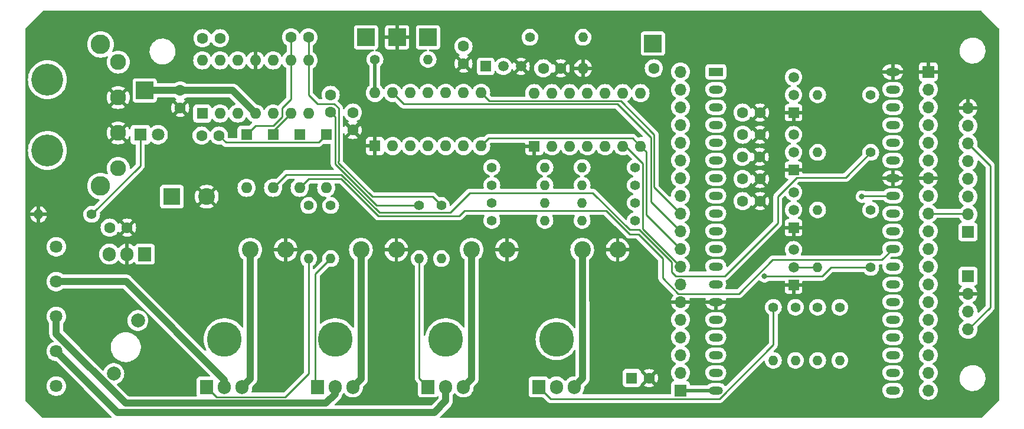
<source format=gbl>
G04 #@! TF.GenerationSoftware,KiCad,Pcbnew,7.0.10*
G04 #@! TF.CreationDate,2024-02-18T19:41:56-05:00*
G04 #@! TF.ProjectId,linearlight,6c696e65-6172-46c6-9967-68742e6b6963,rev?*
G04 #@! TF.SameCoordinates,Original*
G04 #@! TF.FileFunction,Copper,L2,Bot*
G04 #@! TF.FilePolarity,Positive*
%FSLAX46Y46*%
G04 Gerber Fmt 4.6, Leading zero omitted, Abs format (unit mm)*
G04 Created by KiCad (PCBNEW 7.0.10) date 2024-02-18 19:41:56*
%MOMM*%
%LPD*%
G01*
G04 APERTURE LIST*
G04 #@! TA.AperFunction,ComponentPad*
%ADD10C,1.600000*%
G04 #@! TD*
G04 #@! TA.AperFunction,ComponentPad*
%ADD11C,1.400000*%
G04 #@! TD*
G04 #@! TA.AperFunction,ComponentPad*
%ADD12O,1.400000X1.400000*%
G04 #@! TD*
G04 #@! TA.AperFunction,ComponentPad*
%ADD13R,2.400000X2.400000*%
G04 #@! TD*
G04 #@! TA.AperFunction,ComponentPad*
%ADD14C,2.400000*%
G04 #@! TD*
G04 #@! TA.AperFunction,ComponentPad*
%ADD15O,2.400000X2.400000*%
G04 #@! TD*
G04 #@! TA.AperFunction,ComponentPad*
%ADD16R,1.700000X1.700000*%
G04 #@! TD*
G04 #@! TA.AperFunction,ComponentPad*
%ADD17O,1.700000X1.700000*%
G04 #@! TD*
G04 #@! TA.AperFunction,ComponentPad*
%ADD18R,1.600000X1.600000*%
G04 #@! TD*
G04 #@! TA.AperFunction,ComponentPad*
%ADD19O,1.600000X1.600000*%
G04 #@! TD*
G04 #@! TA.AperFunction,ComponentPad*
%ADD20R,1.500000X1.500000*%
G04 #@! TD*
G04 #@! TA.AperFunction,ComponentPad*
%ADD21C,1.500000*%
G04 #@! TD*
G04 #@! TA.AperFunction,ComponentPad*
%ADD22R,1.800000X1.800000*%
G04 #@! TD*
G04 #@! TA.AperFunction,ComponentPad*
%ADD23C,1.800000*%
G04 #@! TD*
G04 #@! TA.AperFunction,ComponentPad*
%ADD24R,2.500000X2.500000*%
G04 #@! TD*
G04 #@! TA.AperFunction,ComponentPad*
%ADD25C,1.803400*%
G04 #@! TD*
G04 #@! TA.AperFunction,ComponentPad*
%ADD26C,2.000000*%
G04 #@! TD*
G04 #@! TA.AperFunction,ComponentPad*
%ADD27R,1.905000X2.000000*%
G04 #@! TD*
G04 #@! TA.AperFunction,ComponentPad*
%ADD28O,1.905000X2.000000*%
G04 #@! TD*
G04 #@! TA.AperFunction,HeatsinkPad*
%ADD29C,5.000000*%
G04 #@! TD*
G04 #@! TA.AperFunction,ComponentPad*
%ADD30C,2.286000*%
G04 #@! TD*
G04 #@! TA.AperFunction,ComponentPad*
%ADD31C,2.794000*%
G04 #@! TD*
G04 #@! TA.AperFunction,ComponentPad*
%ADD32C,4.572000*%
G04 #@! TD*
G04 #@! TA.AperFunction,ComponentPad*
%ADD33R,2.000000X1.200000*%
G04 #@! TD*
G04 #@! TA.AperFunction,ComponentPad*
%ADD34O,2.000000X1.200000*%
G04 #@! TD*
G04 #@! TA.AperFunction,ViaPad*
%ADD35C,0.800000*%
G04 #@! TD*
G04 #@! TA.AperFunction,Conductor*
%ADD36C,1.000000*%
G04 #@! TD*
G04 #@! TA.AperFunction,Conductor*
%ADD37C,0.500000*%
G04 #@! TD*
G04 #@! TA.AperFunction,Conductor*
%ADD38C,0.250000*%
G04 #@! TD*
G04 APERTURE END LIST*
D10*
X189230000Y-90825000D03*
X189230000Y-93325000D03*
D11*
X213868000Y-115824000D03*
D12*
X206248000Y-115824000D03*
D13*
X147400000Y-112395000D03*
D14*
X152400000Y-112395000D03*
X158640000Y-120015000D03*
D15*
X163720000Y-120015000D03*
D16*
X261620000Y-123825000D03*
D17*
X261620000Y-126365000D03*
X261620000Y-128905000D03*
X261620000Y-131445000D03*
D18*
X151765000Y-100457000D03*
D19*
X154305000Y-100457000D03*
X156845000Y-100457000D03*
X159385000Y-100457000D03*
X161925000Y-100457000D03*
X164465000Y-100457000D03*
X167005000Y-100457000D03*
X167005000Y-92837000D03*
X164465000Y-92837000D03*
X161925000Y-92837000D03*
X159385000Y-92837000D03*
X156845000Y-92837000D03*
X154305000Y-92837000D03*
X151765000Y-92837000D03*
D11*
X247650000Y-122555000D03*
D12*
X240030000Y-122555000D03*
D11*
X193294000Y-113284000D03*
D12*
X200914000Y-113284000D03*
D16*
X255905000Y-94488000D03*
D17*
X255905000Y-97028000D03*
X255905000Y-99568000D03*
X255905000Y-102108000D03*
X255905000Y-104648000D03*
X255905000Y-107188000D03*
X255905000Y-109728000D03*
X255905000Y-112268000D03*
X255905000Y-114808000D03*
X255905000Y-117348000D03*
X255905000Y-119888000D03*
X255905000Y-122428000D03*
X255905000Y-124968000D03*
X255905000Y-127508000D03*
X255905000Y-130048000D03*
X255905000Y-132588000D03*
X255905000Y-135128000D03*
X255905000Y-137668000D03*
X255905000Y-140208000D03*
D11*
X213868000Y-108204000D03*
D12*
X206248000Y-108204000D03*
D10*
X216535000Y-93980000D03*
D19*
X206375000Y-93980000D03*
D20*
X236580000Y-116840000D03*
D21*
X236580000Y-114300000D03*
X236580000Y-111760000D03*
D10*
X170180000Y-100290000D03*
X170180000Y-97790000D03*
D22*
X142875000Y-103505000D03*
D23*
X145415000Y-103505000D03*
D24*
X143510000Y-97155000D03*
X175260000Y-89535000D03*
D16*
X220345000Y-140208000D03*
D17*
X220345000Y-137668000D03*
X220345000Y-135128000D03*
X220345000Y-132588000D03*
X220345000Y-130048000D03*
X220345000Y-127508000D03*
X220345000Y-124968000D03*
X220345000Y-122428000D03*
X220345000Y-119888000D03*
X220345000Y-117348000D03*
X220345000Y-114808000D03*
X220345000Y-112268000D03*
X220345000Y-109728000D03*
X220345000Y-107188000D03*
X220345000Y-104648000D03*
X220345000Y-102108000D03*
X220345000Y-99568000D03*
X220345000Y-97028000D03*
X220345000Y-94488000D03*
D10*
X231755000Y-109855000D03*
X229255000Y-109855000D03*
D11*
X186055000Y-113665000D03*
D12*
X186055000Y-121285000D03*
D11*
X167005000Y-113665000D03*
D12*
X167005000Y-121285000D03*
D25*
X130810000Y-119587000D03*
X130810000Y-124587000D03*
X130810000Y-129587000D03*
X130810000Y-134587001D03*
X130810000Y-139587001D03*
D10*
X200680000Y-93980000D03*
X203180000Y-93980000D03*
D16*
X261620000Y-117475000D03*
D17*
X261620000Y-114935000D03*
X261620000Y-112395000D03*
X261620000Y-109855000D03*
X261620000Y-107315000D03*
X261620000Y-104775000D03*
X261620000Y-102235000D03*
X261620000Y-99695000D03*
D11*
X170180000Y-113665000D03*
D12*
X170180000Y-121285000D03*
D10*
X151790000Y-89662000D03*
X154290000Y-89662000D03*
D26*
X142519400Y-130175000D03*
X139065000Y-137795000D03*
D11*
X213868000Y-113284000D03*
D12*
X206248000Y-113284000D03*
D10*
X173355000Y-100330000D03*
X173355000Y-102830000D03*
D27*
X168275000Y-139700000D03*
D28*
X170815000Y-139700000D03*
X173355000Y-139700000D03*
D10*
X166985000Y-89535000D03*
X164485000Y-89535000D03*
D11*
X198755000Y-89535000D03*
D12*
X206375000Y-89535000D03*
D11*
X247650000Y-114300000D03*
D12*
X240030000Y-114300000D03*
D18*
X161925000Y-103505000D03*
D19*
X161925000Y-111125000D03*
D20*
X236580000Y-125095000D03*
D21*
X236580000Y-122555000D03*
X236580000Y-120015000D03*
D11*
X233680000Y-128270000D03*
D12*
X233680000Y-135890000D03*
D29*
X186690000Y-132842000D03*
D11*
X247650000Y-106045000D03*
D12*
X240030000Y-106045000D03*
D10*
X138470000Y-116840000D03*
X140970000Y-116840000D03*
D18*
X176525000Y-105127000D03*
D19*
X179065000Y-105127000D03*
X181605000Y-105127000D03*
X184145000Y-105127000D03*
X186685000Y-105127000D03*
X189225000Y-105127000D03*
X191765000Y-105127000D03*
X191765000Y-97507000D03*
X189225000Y-97507000D03*
X186685000Y-97507000D03*
X184145000Y-97507000D03*
X181605000Y-97507000D03*
X179065000Y-97507000D03*
X176525000Y-97507000D03*
D14*
X206265000Y-120015000D03*
D15*
X211345000Y-120015000D03*
D11*
X135890000Y-114935000D03*
D12*
X128270000Y-114935000D03*
D18*
X199385000Y-105156000D03*
D19*
X201925000Y-105156000D03*
X204465000Y-105156000D03*
X207005000Y-105156000D03*
X209545000Y-105156000D03*
X212085000Y-105156000D03*
X214625000Y-105156000D03*
X214625000Y-97536000D03*
X212085000Y-97536000D03*
X209545000Y-97536000D03*
X207005000Y-97536000D03*
X204465000Y-97536000D03*
X201925000Y-97536000D03*
X199385000Y-97536000D03*
D27*
X184150000Y-139700000D03*
D28*
X186690000Y-139700000D03*
X189230000Y-139700000D03*
D27*
X143510000Y-120650000D03*
D28*
X140970000Y-120650000D03*
X138430000Y-120650000D03*
D18*
X165735000Y-103505000D03*
D19*
X165735000Y-111125000D03*
D24*
X179705000Y-89535000D03*
D18*
X213360000Y-138430000D03*
D10*
X215860000Y-138430000D03*
D29*
X202565000Y-132842000D03*
D18*
X158115000Y-103505000D03*
D19*
X158115000Y-111125000D03*
D11*
X247650000Y-97790000D03*
D12*
X240030000Y-97790000D03*
D27*
X200025000Y-139700000D03*
D28*
X202565000Y-139700000D03*
X205105000Y-139700000D03*
D11*
X240030000Y-128270000D03*
D12*
X240030000Y-135890000D03*
D10*
X148590000Y-97175000D03*
X148590000Y-99675000D03*
D20*
X236580000Y-108585000D03*
D21*
X236580000Y-106045000D03*
X236580000Y-103505000D03*
D11*
X182880000Y-113665000D03*
D12*
X182880000Y-121285000D03*
D11*
X213868000Y-110744000D03*
D12*
X206248000Y-110744000D03*
D11*
X193294000Y-110744000D03*
D12*
X200914000Y-110744000D03*
D24*
X184150000Y-89535000D03*
X216408000Y-90424000D03*
D11*
X176530000Y-92710000D03*
D12*
X184150000Y-92710000D03*
D10*
X231755000Y-100330000D03*
X229255000Y-100330000D03*
D14*
X174515000Y-120015000D03*
D15*
X179595000Y-120015000D03*
D14*
X190390000Y-120015000D03*
D15*
X195470000Y-120015000D03*
D29*
X170815000Y-132842000D03*
D10*
X231715000Y-106680000D03*
X229215000Y-106680000D03*
X231775000Y-113030000D03*
X229275000Y-113030000D03*
D29*
X154940000Y-132842000D03*
D30*
X139700000Y-93091000D03*
X139700000Y-98171000D03*
X139700000Y-103251000D03*
X139700000Y-108331000D03*
D31*
X137160000Y-90551000D03*
X137160000Y-110871000D03*
D32*
X129540000Y-95631000D03*
X129540000Y-105791000D03*
D11*
X243205000Y-128270000D03*
D12*
X243205000Y-135890000D03*
D11*
X193294000Y-115824000D03*
D12*
X200914000Y-115824000D03*
D10*
X231775000Y-103505000D03*
X229275000Y-103505000D03*
D27*
X152400000Y-139700000D03*
D28*
X154940000Y-139700000D03*
X157480000Y-139700000D03*
D20*
X236580000Y-100330000D03*
D21*
X236580000Y-97790000D03*
X236580000Y-95250000D03*
D10*
X151658000Y-103632000D03*
X154158000Y-103632000D03*
D33*
X225428680Y-94488000D03*
D34*
X225428680Y-97028000D03*
X225428680Y-99568000D03*
X225428680Y-102108000D03*
X225428680Y-104648000D03*
X225428680Y-107188000D03*
X225428680Y-109728000D03*
X225428680Y-112268000D03*
X225428680Y-114808000D03*
X225428680Y-117348000D03*
X225428680Y-119888000D03*
X225428680Y-122428000D03*
X225428680Y-124968000D03*
X225428680Y-127508000D03*
X225428680Y-130048000D03*
X225428680Y-132588000D03*
X225428680Y-135128000D03*
X225428680Y-137668000D03*
X225428680Y-140208000D03*
X250825000Y-140205280D03*
X250825000Y-137665280D03*
X250828680Y-135128000D03*
X250828680Y-132588000D03*
X250828680Y-130048000D03*
X250828680Y-127508000D03*
X250828680Y-124968000D03*
X250828680Y-122428000D03*
X250828680Y-119888000D03*
X250828680Y-117348000D03*
X250828680Y-114808000D03*
X250828680Y-112268000D03*
X250828680Y-109728000D03*
X250828680Y-107188000D03*
X250828680Y-104648000D03*
X250828680Y-102108000D03*
X250828680Y-99568000D03*
X250828680Y-97028000D03*
X250828680Y-94488000D03*
D11*
X236855000Y-128270000D03*
D12*
X236855000Y-135890000D03*
D18*
X169545000Y-103505000D03*
D19*
X169545000Y-111125000D03*
D20*
X192405000Y-93705000D03*
D21*
X194945000Y-93705000D03*
X197485000Y-93705000D03*
D11*
X193294000Y-108204000D03*
D12*
X200914000Y-108204000D03*
D35*
X232410000Y-123825000D03*
X246380000Y-112395000D03*
D36*
X156103000Y-97175000D02*
X159385000Y-100457000D01*
X148570000Y-97155000D02*
X148590000Y-97175000D01*
X143510000Y-97155000D02*
X148570000Y-97155000D01*
X148590000Y-97175000D02*
X156103000Y-97175000D01*
X154940000Y-139700000D02*
X154940000Y-138687500D01*
X154940000Y-138687500D02*
X140839500Y-124587000D01*
X140839500Y-124587000D02*
X130810000Y-124587000D01*
X169477500Y-142050000D02*
X170815000Y-140712500D01*
X130810000Y-132085585D02*
X140774415Y-142050000D01*
X170815000Y-140712500D02*
X170815000Y-139700000D01*
X140774415Y-142050000D02*
X169477500Y-142050000D01*
X130810000Y-129587000D02*
X130810000Y-132085585D01*
X185040000Y-143350000D02*
X186690000Y-141700000D01*
X130810000Y-134587001D02*
X139572999Y-143350000D01*
X186690000Y-141700000D02*
X186690000Y-139700000D01*
X139572999Y-143350000D02*
X185040000Y-143350000D01*
D37*
X176530000Y-97502000D02*
X176525000Y-97507000D01*
X220345000Y-140208000D02*
X225428680Y-140208000D01*
X176530000Y-92710000D02*
X176530000Y-97502000D01*
D38*
X167005000Y-137795000D02*
X163675000Y-141125000D01*
X167005000Y-121285000D02*
X167005000Y-137795000D01*
X163675000Y-141125000D02*
X153825000Y-141125000D01*
X153825000Y-141125000D02*
X152400000Y-139700000D01*
D36*
X157480000Y-139700000D02*
X158640000Y-138540000D01*
X158640000Y-138540000D02*
X158640000Y-120015000D01*
D38*
X182880000Y-121285000D02*
X182880000Y-138430000D01*
X182880000Y-138430000D02*
X184150000Y-139700000D01*
D36*
X190390000Y-138540000D02*
X190390000Y-120015000D01*
X189230000Y-139700000D02*
X190390000Y-138540000D01*
D38*
X233680000Y-128270000D02*
X233680000Y-133664828D01*
X201708000Y-141383000D02*
X200025000Y-139700000D01*
X201708000Y-141383000D02*
X225961828Y-141383000D01*
X233680000Y-133664828D02*
X225961828Y-141383000D01*
D36*
X206265000Y-127635000D02*
X206328426Y-127698426D01*
X206328426Y-138476574D02*
X205105000Y-139700000D01*
X206328426Y-127698426D02*
X206328426Y-138476574D01*
X206265000Y-120015000D02*
X206265000Y-127635000D01*
D38*
X170180000Y-121285000D02*
X167990000Y-123475000D01*
X167990000Y-139415000D02*
X168275000Y-139700000D01*
X167990000Y-123475000D02*
X167990000Y-139415000D01*
D36*
X174515000Y-138540000D02*
X174515000Y-120015000D01*
X173355000Y-139700000D02*
X174515000Y-138540000D01*
D38*
X169545000Y-103505000D02*
X168420000Y-104630000D01*
X155156000Y-104630000D02*
X154158000Y-103632000D01*
X168420000Y-104630000D02*
X155156000Y-104630000D01*
X170815000Y-107712604D02*
X170815000Y-100925000D01*
X170815000Y-100925000D02*
X170180000Y-100290000D01*
X182880000Y-113665000D02*
X176767396Y-113665000D01*
X176767396Y-113665000D02*
X170815000Y-107712604D01*
X164465000Y-100457000D02*
X161925000Y-102997000D01*
X161925000Y-102997000D02*
X161925000Y-103505000D01*
X166985000Y-92817000D02*
X167005000Y-92837000D01*
X168275000Y-99060000D02*
X167005000Y-97790000D01*
X171305000Y-107275000D02*
X171305000Y-99695000D01*
X166985000Y-89535000D02*
X166985000Y-92817000D01*
X186055000Y-113665000D02*
X184785000Y-112395000D01*
X171265000Y-107526208D02*
X171265000Y-107315000D01*
X176133792Y-112395000D02*
X171265000Y-107526208D01*
X184785000Y-112395000D02*
X176133792Y-112395000D01*
X171305000Y-99695000D02*
X170670000Y-99060000D01*
X171265000Y-107315000D02*
X171305000Y-107275000D01*
X170670000Y-99060000D02*
X168275000Y-99060000D01*
X167005000Y-97790000D02*
X167005000Y-92837000D01*
X163195000Y-100965000D02*
X161925000Y-102235000D01*
X164465000Y-98425000D02*
X163195000Y-99695000D01*
X161925000Y-102235000D02*
X159385000Y-102235000D01*
X164485000Y-89535000D02*
X164485000Y-92817000D01*
X164465000Y-92837000D02*
X164465000Y-98425000D01*
X164485000Y-92817000D02*
X164465000Y-92837000D01*
X163195000Y-99695000D02*
X163195000Y-100965000D01*
X159385000Y-102235000D02*
X158115000Y-103505000D01*
X236580000Y-122555000D02*
X240030000Y-122555000D01*
X212471000Y-105156000D02*
X214974999Y-107659999D01*
X214974999Y-117057999D02*
X220345000Y-122428000D01*
X214974999Y-107659999D02*
X214974999Y-117057999D01*
X212085000Y-105156000D02*
X212471000Y-105156000D01*
X214625000Y-105156000D02*
X215424999Y-105955999D01*
X213500000Y-104031000D02*
X214625000Y-105156000D01*
X215424999Y-105955999D02*
X215424999Y-114967999D01*
X215424999Y-114967999D02*
X220345000Y-119888000D01*
X192861000Y-104031000D02*
X213500000Y-104031000D01*
X191765000Y-105127000D02*
X192861000Y-104031000D01*
X179065000Y-97507000D02*
X180669000Y-99111000D01*
X216099500Y-113102500D02*
X220345000Y-117348000D01*
X216099500Y-103940500D02*
X216099500Y-113102500D01*
X211270000Y-99111000D02*
X216099500Y-103940500D01*
X180669000Y-99111000D02*
X211270000Y-99111000D01*
X216583198Y-103456802D02*
X216583198Y-111046198D01*
X192919000Y-98661000D02*
X211787396Y-98661000D01*
X216583198Y-111046198D02*
X220345000Y-114808000D01*
X211787396Y-98661000D02*
X216583198Y-103456802D01*
X191765000Y-97507000D02*
X192919000Y-98661000D01*
X264795000Y-107950000D02*
X264795000Y-128270000D01*
X261620000Y-104775000D02*
X264795000Y-107950000D01*
X264795000Y-128270000D02*
X261620000Y-131445000D01*
X255905000Y-114808000D02*
X261493000Y-114808000D01*
X261493000Y-114808000D02*
X261620000Y-114935000D01*
X241935000Y-122555000D02*
X247650000Y-122555000D01*
X232410000Y-123825000D02*
X240665000Y-123825000D01*
X240665000Y-123825000D02*
X241935000Y-122555000D01*
X244035000Y-109660000D02*
X247650000Y-106045000D01*
X161925000Y-111125000D02*
X163830000Y-109220000D01*
X177165000Y-114699000D02*
X187325000Y-114699000D01*
X234315000Y-112395000D02*
X237050000Y-109660000D01*
X219074302Y-123190698D02*
X219676604Y-123793000D01*
X226695000Y-123793000D02*
X234315000Y-116173000D01*
X234315000Y-116173000D02*
X234315000Y-112395000D01*
X163830000Y-109220000D02*
X171686000Y-109220000D01*
X214438802Y-117158198D02*
X219074302Y-121793698D01*
X213041802Y-117158198D02*
X214438802Y-117158198D01*
X219074302Y-121793698D02*
X219074302Y-123190698D01*
X190155000Y-111869000D02*
X207752604Y-111869000D01*
X187325000Y-114699000D02*
X190155000Y-111869000D01*
X171686000Y-109220000D02*
X177165000Y-114699000D01*
X237050000Y-109660000D02*
X244035000Y-109660000D01*
X219676604Y-123793000D02*
X226695000Y-123793000D01*
X207752604Y-111869000D02*
X213041802Y-117158198D01*
X250828680Y-112268000D02*
X246507000Y-112268000D01*
X246507000Y-112268000D02*
X246380000Y-112395000D01*
X189335000Y-114409000D02*
X209656208Y-114409000D01*
X165735000Y-111125000D02*
X167005000Y-109855000D01*
X228741720Y-126333000D02*
X233594720Y-121480000D01*
X217805000Y-121285000D02*
X217805000Y-124089701D01*
X171684604Y-109855000D02*
X176978604Y-115149000D01*
X176978604Y-115149000D02*
X188595000Y-115149000D01*
X217805000Y-124089701D02*
X220048299Y-126333000D01*
X213041104Y-117793896D02*
X214313896Y-117793896D01*
X214313896Y-117793896D02*
X217805000Y-121285000D01*
X167005000Y-109855000D02*
X171684604Y-109855000D01*
X209656208Y-114409000D02*
X213041104Y-117793896D01*
X188595000Y-115149000D02*
X189335000Y-114409000D01*
X233594720Y-121480000D02*
X249236680Y-121480000D01*
X249236680Y-121480000D02*
X250828680Y-119888000D01*
X220048299Y-126333000D02*
X228741720Y-126333000D01*
X142875000Y-107950000D02*
X135890000Y-114935000D01*
X142875000Y-103505000D02*
X142875000Y-107950000D01*
G04 #@! TA.AperFunction,Conductor*
G36*
X172135703Y-100818009D02*
G01*
X172166880Y-100859314D01*
X172205527Y-100942193D01*
X172224431Y-100982732D01*
X172224432Y-100982734D01*
X172354954Y-101169141D01*
X172515858Y-101330045D01*
X172515861Y-101330047D01*
X172702266Y-101460568D01*
X172717975Y-101467893D01*
X172770414Y-101514064D01*
X172789567Y-101581257D01*
X172769352Y-101648138D01*
X172717979Y-101692656D01*
X172702514Y-101699867D01*
X172702512Y-101699868D01*
X172629526Y-101750973D01*
X172629526Y-101750974D01*
X173310599Y-102432046D01*
X173229852Y-102444835D01*
X173116955Y-102502359D01*
X173027359Y-102591955D01*
X172969835Y-102704852D01*
X172957046Y-102785598D01*
X172275974Y-102104526D01*
X172275973Y-102104526D01*
X172224868Y-102177512D01*
X172224866Y-102177516D01*
X172166882Y-102301864D01*
X172120710Y-102354303D01*
X172053516Y-102373455D01*
X171986635Y-102353239D01*
X171941300Y-102300074D01*
X171930500Y-102249459D01*
X171930500Y-100911722D01*
X171950185Y-100844683D01*
X172002989Y-100798928D01*
X172072147Y-100788984D01*
X172135703Y-100818009D01*
G37*
G04 #@! TD.AperFunction*
G04 #@! TA.AperFunction,Conductor*
G36*
X263540677Y-85744685D02*
G01*
X263561319Y-85761319D01*
X266028681Y-88228681D01*
X266062166Y-88290004D01*
X266065000Y-88316362D01*
X266065000Y-141553638D01*
X266045315Y-141620677D01*
X266028681Y-141641319D01*
X263561319Y-144108681D01*
X263499996Y-144142166D01*
X263473638Y-144145000D01*
X185959282Y-144145000D01*
X185892243Y-144125315D01*
X185846488Y-144072511D01*
X185836544Y-144003353D01*
X185865569Y-143939797D01*
X185871601Y-143933319D01*
X187387409Y-142417510D01*
X187389578Y-142415395D01*
X187453053Y-142355059D01*
X187486750Y-142306644D01*
X187492417Y-142299126D01*
X187529698Y-142253407D01*
X187543788Y-142226430D01*
X187551909Y-142213026D01*
X187569295Y-142188049D01*
X187592563Y-142133825D01*
X187596582Y-142125361D01*
X187623909Y-142073049D01*
X187632275Y-142043808D01*
X187637544Y-142029009D01*
X187644346Y-142013160D01*
X187649540Y-142001058D01*
X187661421Y-141943238D01*
X187663650Y-141934155D01*
X187679886Y-141877418D01*
X187682196Y-141847080D01*
X187684376Y-141831540D01*
X187690500Y-141801743D01*
X187690500Y-141742754D01*
X187690858Y-141733339D01*
X187695337Y-141674524D01*
X187691493Y-141644339D01*
X187690500Y-141628675D01*
X187690500Y-140854394D01*
X187710185Y-140787355D01*
X187723270Y-140770411D01*
X187734665Y-140758033D01*
X187840551Y-140643010D01*
X187856190Y-140619071D01*
X187909336Y-140573714D01*
X187978567Y-140564290D01*
X188041904Y-140593791D01*
X188063808Y-140619070D01*
X188079449Y-140643010D01*
X188242537Y-140820171D01*
X188432561Y-140968072D01*
X188644336Y-141082679D01*
X188762598Y-141123278D01*
X188872083Y-141160865D01*
X188872085Y-141160865D01*
X188872087Y-141160866D01*
X189109601Y-141200500D01*
X189109602Y-141200500D01*
X189350398Y-141200500D01*
X189350399Y-141200500D01*
X189587913Y-141160866D01*
X189815664Y-141082679D01*
X190027439Y-140968072D01*
X190217463Y-140820171D01*
X190380551Y-140643010D01*
X190512255Y-140441422D01*
X190608983Y-140220905D01*
X190668095Y-139987476D01*
X190683000Y-139807600D01*
X190683000Y-139713282D01*
X190702685Y-139646243D01*
X190719315Y-139625605D01*
X191087409Y-139257510D01*
X191089578Y-139255395D01*
X191153053Y-139195059D01*
X191186756Y-139146635D01*
X191192405Y-139139142D01*
X191229698Y-139093407D01*
X191243788Y-139066430D01*
X191251909Y-139053026D01*
X191269295Y-139028049D01*
X191292563Y-138973825D01*
X191296582Y-138965361D01*
X191323909Y-138913049D01*
X191332278Y-138883797D01*
X191337538Y-138869023D01*
X191349540Y-138841058D01*
X191361415Y-138783268D01*
X191363649Y-138774162D01*
X191379887Y-138717418D01*
X191382197Y-138687077D01*
X191384376Y-138671535D01*
X191390500Y-138641741D01*
X191390500Y-138582758D01*
X191390858Y-138573342D01*
X191395337Y-138514526D01*
X191394965Y-138511607D01*
X191391493Y-138484338D01*
X191390500Y-138468674D01*
X191390500Y-121456527D01*
X191410185Y-121389488D01*
X191444647Y-121354074D01*
X191453217Y-121348232D01*
X191453638Y-121347842D01*
X191607587Y-121204998D01*
X191640050Y-121174877D01*
X191798959Y-120975612D01*
X191926393Y-120754888D01*
X192019508Y-120517637D01*
X192076222Y-120269157D01*
X192076534Y-120265000D01*
X193783968Y-120265000D01*
X193784274Y-120269079D01*
X193784275Y-120269086D01*
X193840967Y-120517475D01*
X193840973Y-120517494D01*
X193934058Y-120754671D01*
X193934057Y-120754671D01*
X194061455Y-120975328D01*
X194220320Y-121174540D01*
X194407097Y-121347842D01*
X194617616Y-121491371D01*
X194617624Y-121491376D01*
X194847176Y-121601921D01*
X194847174Y-121601921D01*
X195090652Y-121677024D01*
X195090660Y-121677026D01*
X195220000Y-121696520D01*
X195220000Y-120560881D01*
X195313369Y-120599556D01*
X195430677Y-120615000D01*
X195509323Y-120615000D01*
X195626631Y-120599556D01*
X195720000Y-120560881D01*
X195720000Y-121696519D01*
X195849339Y-121677026D01*
X195849347Y-121677024D01*
X196092824Y-121601921D01*
X196322376Y-121491376D01*
X196322377Y-121491375D01*
X196532905Y-121347840D01*
X196719679Y-121174540D01*
X196878544Y-120975328D01*
X197005941Y-120754671D01*
X197099026Y-120517494D01*
X197099032Y-120517475D01*
X197155724Y-120269086D01*
X197155725Y-120269079D01*
X197156032Y-120265000D01*
X196015882Y-120265000D01*
X196054556Y-120171631D01*
X196075177Y-120015000D01*
X196054556Y-119858369D01*
X196015882Y-119765000D01*
X197156031Y-119765000D01*
X197155725Y-119760920D01*
X197155724Y-119760913D01*
X197099032Y-119512524D01*
X197099026Y-119512505D01*
X197005941Y-119275328D01*
X197005942Y-119275328D01*
X196878544Y-119054671D01*
X196719679Y-118855459D01*
X196532905Y-118682159D01*
X196322377Y-118538624D01*
X196322376Y-118538623D01*
X196092823Y-118428078D01*
X196092825Y-118428078D01*
X195849354Y-118352977D01*
X195849348Y-118352976D01*
X195720000Y-118333479D01*
X195720000Y-119469118D01*
X195626631Y-119430444D01*
X195509323Y-119415000D01*
X195430677Y-119415000D01*
X195313369Y-119430444D01*
X195220000Y-119469118D01*
X195220000Y-118333479D01*
X195090651Y-118352976D01*
X195090645Y-118352977D01*
X194847175Y-118428078D01*
X194617624Y-118538623D01*
X194617616Y-118538628D01*
X194407097Y-118682157D01*
X194220320Y-118855459D01*
X194061455Y-119054671D01*
X193934058Y-119275328D01*
X193840973Y-119512505D01*
X193840967Y-119512524D01*
X193784275Y-119760913D01*
X193784274Y-119760920D01*
X193783968Y-119765000D01*
X194924118Y-119765000D01*
X194885444Y-119858369D01*
X194864823Y-120015000D01*
X194885444Y-120171631D01*
X194924118Y-120265000D01*
X193783968Y-120265000D01*
X192076534Y-120265000D01*
X192085254Y-120148631D01*
X192095268Y-120015004D01*
X192095268Y-120014995D01*
X192078933Y-119797020D01*
X192076222Y-119760843D01*
X192019508Y-119512363D01*
X191926393Y-119275112D01*
X191798959Y-119054388D01*
X191640050Y-118855123D01*
X191453217Y-118681768D01*
X191242634Y-118538195D01*
X191242630Y-118538193D01*
X191242627Y-118538191D01*
X191242626Y-118538190D01*
X191013006Y-118427612D01*
X191013008Y-118427612D01*
X190769466Y-118352489D01*
X190769462Y-118352488D01*
X190769458Y-118352487D01*
X190643350Y-118333479D01*
X190517440Y-118314500D01*
X190517435Y-118314500D01*
X190262565Y-118314500D01*
X190262559Y-118314500D01*
X190116149Y-118336569D01*
X190010542Y-118352487D01*
X190010539Y-118352488D01*
X190010533Y-118352489D01*
X189766992Y-118427612D01*
X189537373Y-118538190D01*
X189537372Y-118538191D01*
X189326782Y-118681768D01*
X189139952Y-118855121D01*
X189139950Y-118855123D01*
X188981041Y-119054388D01*
X188853608Y-119275109D01*
X188760492Y-119512362D01*
X188760490Y-119512369D01*
X188703777Y-119760845D01*
X188684732Y-120014995D01*
X188684732Y-120015004D01*
X188703777Y-120269154D01*
X188745328Y-120451202D01*
X188760492Y-120517637D01*
X188837109Y-120712853D01*
X188853608Y-120754890D01*
X188856213Y-120759402D01*
X188981041Y-120975612D01*
X189139950Y-121174877D01*
X189139955Y-121174881D01*
X189139958Y-121174885D01*
X189326774Y-121348225D01*
X189326779Y-121348228D01*
X189326783Y-121348232D01*
X189335351Y-121354073D01*
X189379652Y-121408099D01*
X189389500Y-121456527D01*
X189389500Y-131069217D01*
X189369815Y-131136256D01*
X189317011Y-131182011D01*
X189247853Y-131191955D01*
X189184297Y-131162930D01*
X189166037Y-131143265D01*
X188992415Y-130910050D01*
X188992410Y-130910044D01*
X188857613Y-130767169D01*
X188752558Y-130655817D01*
X188572590Y-130504806D01*
X188484813Y-130431152D01*
X188484805Y-130431146D01*
X188192796Y-130239088D01*
X187880458Y-130082226D01*
X187880452Y-130082223D01*
X187552012Y-129962681D01*
X187552009Y-129962680D01*
X187211915Y-129882077D01*
X187168519Y-129877004D01*
X186864759Y-129841500D01*
X186515241Y-129841500D01*
X186211480Y-129877004D01*
X186168085Y-129882077D01*
X186168083Y-129882077D01*
X185827990Y-129962680D01*
X185827987Y-129962681D01*
X185499547Y-130082223D01*
X185499541Y-130082226D01*
X185187203Y-130239088D01*
X184895194Y-130431146D01*
X184895186Y-130431152D01*
X184627442Y-130655817D01*
X184627440Y-130655819D01*
X184387589Y-130910044D01*
X184387584Y-130910050D01*
X184178870Y-131190402D01*
X184004113Y-131493091D01*
X184004107Y-131493104D01*
X183865674Y-131814027D01*
X183765430Y-132148865D01*
X183765428Y-132148873D01*
X183751616Y-132227209D01*
X183720589Y-132289812D01*
X183660642Y-132325703D01*
X183590808Y-132323486D01*
X183533258Y-132283866D01*
X183506264Y-132219421D01*
X183505500Y-132205677D01*
X183505500Y-122378765D01*
X183525185Y-122311726D01*
X183564220Y-122273340D01*
X183606562Y-122247124D01*
X183722076Y-122141819D01*
X183770979Y-122097238D01*
X183773125Y-122094397D01*
X183905058Y-121919689D01*
X184004229Y-121720528D01*
X184065115Y-121506536D01*
X184085643Y-121285000D01*
X184849357Y-121285000D01*
X184869884Y-121506535D01*
X184869885Y-121506537D01*
X184930769Y-121720523D01*
X184930775Y-121720538D01*
X185029938Y-121919683D01*
X185029943Y-121919691D01*
X185164020Y-122097238D01*
X185328437Y-122247123D01*
X185328439Y-122247125D01*
X185517595Y-122364245D01*
X185517596Y-122364245D01*
X185517599Y-122364247D01*
X185725060Y-122444618D01*
X185943757Y-122485500D01*
X185943759Y-122485500D01*
X186166241Y-122485500D01*
X186166243Y-122485500D01*
X186384940Y-122444618D01*
X186592401Y-122364247D01*
X186781562Y-122247124D01*
X186935337Y-122106939D01*
X186945979Y-122097238D01*
X186948125Y-122094397D01*
X187080058Y-121919689D01*
X187179229Y-121720528D01*
X187240115Y-121506536D01*
X187260643Y-121285000D01*
X187240115Y-121063464D01*
X187179229Y-120849472D01*
X187175092Y-120841163D01*
X187080061Y-120650316D01*
X187080056Y-120650308D01*
X186945979Y-120472761D01*
X186781562Y-120322876D01*
X186781560Y-120322874D01*
X186592404Y-120205754D01*
X186592398Y-120205752D01*
X186384940Y-120125382D01*
X186166243Y-120084500D01*
X185943757Y-120084500D01*
X185725060Y-120125382D01*
X185665040Y-120148634D01*
X185517601Y-120205752D01*
X185517595Y-120205754D01*
X185328439Y-120322874D01*
X185328437Y-120322876D01*
X185164020Y-120472761D01*
X185029943Y-120650308D01*
X185029938Y-120650316D01*
X184930775Y-120849461D01*
X184930769Y-120849476D01*
X184869885Y-121063462D01*
X184869884Y-121063464D01*
X184849357Y-121284999D01*
X184849357Y-121285000D01*
X184085643Y-121285000D01*
X184065115Y-121063464D01*
X184004229Y-120849472D01*
X184000092Y-120841163D01*
X183905061Y-120650316D01*
X183905056Y-120650308D01*
X183770979Y-120472761D01*
X183606562Y-120322876D01*
X183606560Y-120322874D01*
X183417404Y-120205754D01*
X183417398Y-120205752D01*
X183209940Y-120125382D01*
X182991243Y-120084500D01*
X182768757Y-120084500D01*
X182550060Y-120125382D01*
X182490040Y-120148634D01*
X182342601Y-120205752D01*
X182342595Y-120205754D01*
X182153439Y-120322874D01*
X182153437Y-120322876D01*
X181989020Y-120472761D01*
X181854943Y-120650308D01*
X181854938Y-120650316D01*
X181755775Y-120849461D01*
X181755769Y-120849476D01*
X181694885Y-121063462D01*
X181694884Y-121063464D01*
X181674357Y-121284999D01*
X181674357Y-121285000D01*
X181694884Y-121506535D01*
X181694885Y-121506537D01*
X181755769Y-121720523D01*
X181755775Y-121720538D01*
X181854938Y-121919683D01*
X181854943Y-121919691D01*
X181989020Y-122097238D01*
X182153433Y-122247120D01*
X182153435Y-122247122D01*
X182153437Y-122247123D01*
X182153438Y-122247124D01*
X182195778Y-122273339D01*
X182242412Y-122325364D01*
X182254500Y-122378765D01*
X182254500Y-138347255D01*
X182252775Y-138362872D01*
X182253061Y-138362899D01*
X182252326Y-138370665D01*
X182254439Y-138437872D01*
X182254500Y-138441767D01*
X182254500Y-138469357D01*
X182255003Y-138473335D01*
X182255918Y-138484967D01*
X182257290Y-138528624D01*
X182257291Y-138528627D01*
X182262880Y-138547867D01*
X182266824Y-138566911D01*
X182269336Y-138586792D01*
X182285414Y-138627403D01*
X182289197Y-138638452D01*
X182295842Y-138661325D01*
X182301382Y-138680390D01*
X182309617Y-138694316D01*
X182311580Y-138697634D01*
X182320136Y-138715100D01*
X182327514Y-138733732D01*
X182353181Y-138769060D01*
X182359593Y-138778821D01*
X182381828Y-138816417D01*
X182381833Y-138816424D01*
X182395990Y-138830580D01*
X182408628Y-138845376D01*
X182420405Y-138861586D01*
X182420406Y-138861587D01*
X182454057Y-138889425D01*
X182462698Y-138897288D01*
X182660681Y-139095271D01*
X182694166Y-139156594D01*
X182697000Y-139182952D01*
X182697000Y-140747870D01*
X182697001Y-140747876D01*
X182703408Y-140807483D01*
X182753702Y-140942328D01*
X182753706Y-140942335D01*
X182839952Y-141057544D01*
X182839955Y-141057547D01*
X182955164Y-141143793D01*
X182955171Y-141143797D01*
X183090017Y-141194091D01*
X183090016Y-141194091D01*
X183096944Y-141194835D01*
X183149627Y-141200500D01*
X185150372Y-141200499D01*
X185209983Y-141194091D01*
X185344831Y-141143796D01*
X185460046Y-141057546D01*
X185466233Y-141049280D01*
X185522166Y-141007409D01*
X185591858Y-141002425D01*
X185653181Y-141035909D01*
X185686666Y-141097232D01*
X185689500Y-141123591D01*
X185689500Y-141234217D01*
X185669815Y-141301256D01*
X185653181Y-141321898D01*
X184661899Y-142313181D01*
X184600576Y-142346666D01*
X184574218Y-142349500D01*
X170892283Y-142349500D01*
X170825244Y-142329815D01*
X170779489Y-142277011D01*
X170769545Y-142207853D01*
X170798570Y-142144297D01*
X170804602Y-142137819D01*
X170980804Y-141961617D01*
X171512409Y-141430010D01*
X171514578Y-141427895D01*
X171578053Y-141367559D01*
X171611756Y-141319135D01*
X171617405Y-141311642D01*
X171654698Y-141265907D01*
X171668788Y-141238930D01*
X171676909Y-141225526D01*
X171694295Y-141200549D01*
X171717563Y-141146325D01*
X171721582Y-141137861D01*
X171748909Y-141085549D01*
X171757278Y-141056297D01*
X171762538Y-141041523D01*
X171774540Y-141013558D01*
X171786415Y-140955768D01*
X171788649Y-140946662D01*
X171804887Y-140889918D01*
X171807197Y-140859577D01*
X171809372Y-140844055D01*
X171810749Y-140837354D01*
X171840979Y-140778330D01*
X171965551Y-140643010D01*
X171981190Y-140619071D01*
X172034336Y-140573714D01*
X172103567Y-140564290D01*
X172166904Y-140593791D01*
X172188808Y-140619070D01*
X172204449Y-140643010D01*
X172367537Y-140820171D01*
X172557561Y-140968072D01*
X172769336Y-141082679D01*
X172887598Y-141123278D01*
X172997083Y-141160865D01*
X172997085Y-141160865D01*
X172997087Y-141160866D01*
X173234601Y-141200500D01*
X173234602Y-141200500D01*
X173475398Y-141200500D01*
X173475399Y-141200500D01*
X173712913Y-141160866D01*
X173940664Y-141082679D01*
X174152439Y-140968072D01*
X174342463Y-140820171D01*
X174505551Y-140643010D01*
X174637255Y-140441422D01*
X174733983Y-140220905D01*
X174793095Y-139987476D01*
X174808000Y-139807600D01*
X174808000Y-139713282D01*
X174827685Y-139646243D01*
X174844315Y-139625605D01*
X175212409Y-139257510D01*
X175214578Y-139255395D01*
X175278053Y-139195059D01*
X175311756Y-139146635D01*
X175317405Y-139139142D01*
X175354698Y-139093407D01*
X175368788Y-139066430D01*
X175376909Y-139053026D01*
X175394295Y-139028049D01*
X175417563Y-138973825D01*
X175421582Y-138965361D01*
X175448909Y-138913049D01*
X175457278Y-138883797D01*
X175462538Y-138869023D01*
X175474540Y-138841058D01*
X175486415Y-138783268D01*
X175488649Y-138774162D01*
X175504887Y-138717418D01*
X175507197Y-138687077D01*
X175509376Y-138671535D01*
X175515500Y-138641741D01*
X175515500Y-138582758D01*
X175515858Y-138573342D01*
X175520337Y-138514526D01*
X175519965Y-138511607D01*
X175516493Y-138484338D01*
X175515500Y-138468674D01*
X175515500Y-121456527D01*
X175535185Y-121389488D01*
X175569647Y-121354074D01*
X175578217Y-121348232D01*
X175578638Y-121347842D01*
X175732587Y-121204998D01*
X175765050Y-121174877D01*
X175923959Y-120975612D01*
X176051393Y-120754888D01*
X176144508Y-120517637D01*
X176201222Y-120269157D01*
X176201534Y-120265000D01*
X177908968Y-120265000D01*
X177909274Y-120269079D01*
X177909275Y-120269086D01*
X177965967Y-120517475D01*
X177965973Y-120517494D01*
X178059058Y-120754671D01*
X178059057Y-120754671D01*
X178186455Y-120975328D01*
X178345320Y-121174540D01*
X178532097Y-121347842D01*
X178742616Y-121491371D01*
X178742624Y-121491376D01*
X178972176Y-121601921D01*
X178972174Y-121601921D01*
X179215652Y-121677024D01*
X179215660Y-121677026D01*
X179345000Y-121696520D01*
X179345000Y-120560881D01*
X179438369Y-120599556D01*
X179555677Y-120615000D01*
X179634323Y-120615000D01*
X179751631Y-120599556D01*
X179845000Y-120560881D01*
X179845000Y-121696519D01*
X179974339Y-121677026D01*
X179974347Y-121677024D01*
X180217824Y-121601921D01*
X180447376Y-121491376D01*
X180447377Y-121491375D01*
X180657905Y-121347840D01*
X180844679Y-121174540D01*
X181003544Y-120975328D01*
X181130941Y-120754671D01*
X181224026Y-120517494D01*
X181224032Y-120517475D01*
X181280724Y-120269086D01*
X181280725Y-120269079D01*
X181281032Y-120265000D01*
X180140882Y-120265000D01*
X180179556Y-120171631D01*
X180200177Y-120015000D01*
X180179556Y-119858369D01*
X180140882Y-119765000D01*
X181281031Y-119765000D01*
X181280725Y-119760920D01*
X181280724Y-119760913D01*
X181224032Y-119512524D01*
X181224026Y-119512505D01*
X181130941Y-119275328D01*
X181130942Y-119275328D01*
X181003544Y-119054671D01*
X180844679Y-118855459D01*
X180657905Y-118682159D01*
X180447377Y-118538624D01*
X180447376Y-118538623D01*
X180217823Y-118428078D01*
X180217825Y-118428078D01*
X179974354Y-118352977D01*
X179974348Y-118352976D01*
X179845000Y-118333479D01*
X179845000Y-119469118D01*
X179751631Y-119430444D01*
X179634323Y-119415000D01*
X179555677Y-119415000D01*
X179438369Y-119430444D01*
X179345000Y-119469118D01*
X179345000Y-118333479D01*
X179215651Y-118352976D01*
X179215645Y-118352977D01*
X178972175Y-118428078D01*
X178742624Y-118538623D01*
X178742616Y-118538628D01*
X178532097Y-118682157D01*
X178345320Y-118855459D01*
X178186455Y-119054671D01*
X178059058Y-119275328D01*
X177965973Y-119512505D01*
X177965967Y-119512524D01*
X177909275Y-119760913D01*
X177909274Y-119760920D01*
X177908968Y-119765000D01*
X179049118Y-119765000D01*
X179010444Y-119858369D01*
X178989823Y-120015000D01*
X179010444Y-120171631D01*
X179049118Y-120265000D01*
X177908968Y-120265000D01*
X176201534Y-120265000D01*
X176210254Y-120148631D01*
X176220268Y-120015004D01*
X176220268Y-120014995D01*
X176203933Y-119797020D01*
X176201222Y-119760843D01*
X176144508Y-119512363D01*
X176051393Y-119275112D01*
X175923959Y-119054388D01*
X175765050Y-118855123D01*
X175578217Y-118681768D01*
X175367634Y-118538195D01*
X175367630Y-118538193D01*
X175367627Y-118538191D01*
X175367626Y-118538190D01*
X175138006Y-118427612D01*
X175138008Y-118427612D01*
X174894466Y-118352489D01*
X174894462Y-118352488D01*
X174894458Y-118352487D01*
X174768350Y-118333479D01*
X174642440Y-118314500D01*
X174642435Y-118314500D01*
X174387565Y-118314500D01*
X174387559Y-118314500D01*
X174241149Y-118336569D01*
X174135542Y-118352487D01*
X174135539Y-118352488D01*
X174135533Y-118352489D01*
X173891992Y-118427612D01*
X173662373Y-118538190D01*
X173662372Y-118538191D01*
X173451782Y-118681768D01*
X173264952Y-118855121D01*
X173264950Y-118855123D01*
X173106041Y-119054388D01*
X172978608Y-119275109D01*
X172885492Y-119512362D01*
X172885490Y-119512369D01*
X172828777Y-119760845D01*
X172809732Y-120014995D01*
X172809732Y-120015004D01*
X172828777Y-120269154D01*
X172870328Y-120451202D01*
X172885492Y-120517637D01*
X172962109Y-120712853D01*
X172978608Y-120754890D01*
X172981213Y-120759402D01*
X173106041Y-120975612D01*
X173264950Y-121174877D01*
X173264955Y-121174881D01*
X173264958Y-121174885D01*
X173451774Y-121348225D01*
X173451779Y-121348228D01*
X173451783Y-121348232D01*
X173460351Y-121354073D01*
X173504652Y-121408099D01*
X173514500Y-121456527D01*
X173514500Y-131069217D01*
X173494815Y-131136256D01*
X173442011Y-131182011D01*
X173372853Y-131191955D01*
X173309297Y-131162930D01*
X173291037Y-131143265D01*
X173117415Y-130910050D01*
X173117410Y-130910044D01*
X172982613Y-130767169D01*
X172877558Y-130655817D01*
X172697590Y-130504806D01*
X172609813Y-130431152D01*
X172609805Y-130431146D01*
X172317796Y-130239088D01*
X172005458Y-130082226D01*
X172005452Y-130082223D01*
X171677012Y-129962681D01*
X171677009Y-129962680D01*
X171336915Y-129882077D01*
X171293519Y-129877004D01*
X170989759Y-129841500D01*
X170640241Y-129841500D01*
X170336480Y-129877004D01*
X170293085Y-129882077D01*
X170293083Y-129882077D01*
X169952990Y-129962680D01*
X169952987Y-129962681D01*
X169624547Y-130082223D01*
X169624541Y-130082226D01*
X169312203Y-130239088D01*
X169020196Y-130431145D01*
X169020189Y-130431151D01*
X168819204Y-130599796D01*
X168755197Y-130627808D01*
X168686205Y-130616769D01*
X168634134Y-130570182D01*
X168615500Y-130504806D01*
X168615500Y-123785451D01*
X168635185Y-123718412D01*
X168651814Y-123697775D01*
X169850106Y-122499482D01*
X169911427Y-122465999D01*
X169960570Y-122465276D01*
X170068757Y-122485500D01*
X170068759Y-122485500D01*
X170291241Y-122485500D01*
X170291243Y-122485500D01*
X170509940Y-122444618D01*
X170717401Y-122364247D01*
X170906562Y-122247124D01*
X171060337Y-122106939D01*
X171070979Y-122097238D01*
X171073125Y-122094397D01*
X171205058Y-121919689D01*
X171304229Y-121720528D01*
X171365115Y-121506536D01*
X171385643Y-121285000D01*
X171365115Y-121063464D01*
X171304229Y-120849472D01*
X171300092Y-120841163D01*
X171205061Y-120650316D01*
X171205056Y-120650308D01*
X171070979Y-120472761D01*
X170906562Y-120322876D01*
X170906560Y-120322874D01*
X170717404Y-120205754D01*
X170717398Y-120205752D01*
X170509940Y-120125382D01*
X170291243Y-120084500D01*
X170068757Y-120084500D01*
X169850060Y-120125382D01*
X169790040Y-120148634D01*
X169642601Y-120205752D01*
X169642595Y-120205754D01*
X169453439Y-120322874D01*
X169453437Y-120322876D01*
X169289020Y-120472761D01*
X169154943Y-120650308D01*
X169154938Y-120650316D01*
X169055775Y-120849461D01*
X169055769Y-120849476D01*
X168994885Y-121063462D01*
X168994884Y-121063464D01*
X168974357Y-121284999D01*
X168974357Y-121285000D01*
X168994885Y-121506536D01*
X168995315Y-121508837D01*
X168995201Y-121509955D01*
X168995414Y-121512245D01*
X168994966Y-121512286D01*
X168988283Y-121578352D01*
X168961107Y-121619301D01*
X167842181Y-122738228D01*
X167780858Y-122771713D01*
X167711166Y-122766729D01*
X167655233Y-122724857D01*
X167630816Y-122659393D01*
X167630500Y-122650547D01*
X167630500Y-122378765D01*
X167650185Y-122311726D01*
X167689220Y-122273340D01*
X167731562Y-122247124D01*
X167847076Y-122141819D01*
X167895979Y-122097238D01*
X167898125Y-122094397D01*
X168030058Y-121919689D01*
X168129229Y-121720528D01*
X168190115Y-121506536D01*
X168210643Y-121285000D01*
X168190115Y-121063464D01*
X168129229Y-120849472D01*
X168125092Y-120841163D01*
X168030061Y-120650316D01*
X168030056Y-120650308D01*
X167895979Y-120472761D01*
X167731562Y-120322876D01*
X167731560Y-120322874D01*
X167542404Y-120205754D01*
X167542398Y-120205752D01*
X167334940Y-120125382D01*
X167116243Y-120084500D01*
X166893757Y-120084500D01*
X166675060Y-120125382D01*
X166615040Y-120148634D01*
X166467601Y-120205752D01*
X166467595Y-120205754D01*
X166278439Y-120322874D01*
X166278437Y-120322876D01*
X166114020Y-120472761D01*
X165979943Y-120650308D01*
X165979938Y-120650316D01*
X165880775Y-120849461D01*
X165880769Y-120849476D01*
X165819885Y-121063462D01*
X165819884Y-121063464D01*
X165799357Y-121284999D01*
X165799357Y-121285000D01*
X165819884Y-121506535D01*
X165819885Y-121506537D01*
X165880769Y-121720523D01*
X165880775Y-121720538D01*
X165979938Y-121919683D01*
X165979943Y-121919691D01*
X166114020Y-122097238D01*
X166278433Y-122247120D01*
X166278435Y-122247122D01*
X166278437Y-122247123D01*
X166278438Y-122247124D01*
X166320778Y-122273339D01*
X166367412Y-122325364D01*
X166379500Y-122378765D01*
X166379500Y-137484547D01*
X166359815Y-137551586D01*
X166343181Y-137572228D01*
X163452228Y-140463181D01*
X163390905Y-140496666D01*
X163364547Y-140499500D01*
X158926576Y-140499500D01*
X158859537Y-140479815D01*
X158813782Y-140427011D01*
X158803838Y-140357853D01*
X158813020Y-140325690D01*
X158832842Y-140280500D01*
X158858983Y-140220905D01*
X158918095Y-139987476D01*
X158933000Y-139807600D01*
X158933000Y-139713282D01*
X158952685Y-139646243D01*
X158969315Y-139625605D01*
X159337409Y-139257510D01*
X159339578Y-139255395D01*
X159403053Y-139195059D01*
X159436756Y-139146635D01*
X159442405Y-139139142D01*
X159479698Y-139093407D01*
X159493788Y-139066430D01*
X159501909Y-139053026D01*
X159519295Y-139028049D01*
X159542563Y-138973825D01*
X159546582Y-138965361D01*
X159573909Y-138913049D01*
X159582278Y-138883797D01*
X159587538Y-138869023D01*
X159599540Y-138841058D01*
X159611415Y-138783268D01*
X159613649Y-138774162D01*
X159629887Y-138717418D01*
X159632197Y-138687077D01*
X159634376Y-138671535D01*
X159640500Y-138641741D01*
X159640500Y-138582758D01*
X159640858Y-138573342D01*
X159645337Y-138514526D01*
X159644965Y-138511607D01*
X159641493Y-138484338D01*
X159640500Y-138468674D01*
X159640500Y-121456527D01*
X159660185Y-121389488D01*
X159694647Y-121354074D01*
X159703217Y-121348232D01*
X159703638Y-121347842D01*
X159857587Y-121204998D01*
X159890050Y-121174877D01*
X160048959Y-120975612D01*
X160176393Y-120754888D01*
X160269508Y-120517637D01*
X160326222Y-120269157D01*
X160326534Y-120265000D01*
X162033968Y-120265000D01*
X162034274Y-120269079D01*
X162034275Y-120269086D01*
X162090967Y-120517475D01*
X162090973Y-120517494D01*
X162184058Y-120754671D01*
X162184057Y-120754671D01*
X162311455Y-120975328D01*
X162470320Y-121174540D01*
X162657097Y-121347842D01*
X162867616Y-121491371D01*
X162867624Y-121491376D01*
X163097176Y-121601921D01*
X163097174Y-121601921D01*
X163340652Y-121677024D01*
X163340660Y-121677026D01*
X163470000Y-121696520D01*
X163470000Y-120560881D01*
X163563369Y-120599556D01*
X163680677Y-120615000D01*
X163759323Y-120615000D01*
X163876631Y-120599556D01*
X163970000Y-120560881D01*
X163970000Y-121696519D01*
X164099339Y-121677026D01*
X164099347Y-121677024D01*
X164342824Y-121601921D01*
X164572376Y-121491376D01*
X164572377Y-121491375D01*
X164782905Y-121347840D01*
X164969679Y-121174540D01*
X165128544Y-120975328D01*
X165255941Y-120754671D01*
X165349026Y-120517494D01*
X165349032Y-120517475D01*
X165405724Y-120269086D01*
X165405725Y-120269079D01*
X165406032Y-120265000D01*
X164265882Y-120265000D01*
X164304556Y-120171631D01*
X164325177Y-120015000D01*
X164304556Y-119858369D01*
X164265882Y-119765000D01*
X165406031Y-119765000D01*
X165405725Y-119760920D01*
X165405724Y-119760913D01*
X165349032Y-119512524D01*
X165349026Y-119512505D01*
X165255941Y-119275328D01*
X165255942Y-119275328D01*
X165128544Y-119054671D01*
X164969679Y-118855459D01*
X164782905Y-118682159D01*
X164572377Y-118538624D01*
X164572376Y-118538623D01*
X164342823Y-118428078D01*
X164342825Y-118428078D01*
X164099354Y-118352977D01*
X164099348Y-118352976D01*
X163970000Y-118333479D01*
X163970000Y-119469118D01*
X163876631Y-119430444D01*
X163759323Y-119415000D01*
X163680677Y-119415000D01*
X163563369Y-119430444D01*
X163470000Y-119469118D01*
X163470000Y-118333479D01*
X163340651Y-118352976D01*
X163340645Y-118352977D01*
X163097175Y-118428078D01*
X162867624Y-118538623D01*
X162867616Y-118538628D01*
X162657097Y-118682157D01*
X162470320Y-118855459D01*
X162311455Y-119054671D01*
X162184058Y-119275328D01*
X162090973Y-119512505D01*
X162090967Y-119512524D01*
X162034275Y-119760913D01*
X162034274Y-119760920D01*
X162033968Y-119765000D01*
X163174118Y-119765000D01*
X163135444Y-119858369D01*
X163114823Y-120015000D01*
X163135444Y-120171631D01*
X163174118Y-120265000D01*
X162033968Y-120265000D01*
X160326534Y-120265000D01*
X160335254Y-120148631D01*
X160345268Y-120015004D01*
X160345268Y-120014995D01*
X160328933Y-119797020D01*
X160326222Y-119760843D01*
X160269508Y-119512363D01*
X160176393Y-119275112D01*
X160048959Y-119054388D01*
X159890050Y-118855123D01*
X159703217Y-118681768D01*
X159492634Y-118538195D01*
X159492630Y-118538193D01*
X159492627Y-118538191D01*
X159492626Y-118538190D01*
X159263006Y-118427612D01*
X159263008Y-118427612D01*
X159019466Y-118352489D01*
X159019462Y-118352488D01*
X159019458Y-118352487D01*
X158893350Y-118333479D01*
X158767440Y-118314500D01*
X158767435Y-118314500D01*
X158512565Y-118314500D01*
X158512559Y-118314500D01*
X158366149Y-118336569D01*
X158260542Y-118352487D01*
X158260539Y-118352488D01*
X158260533Y-118352489D01*
X158016992Y-118427612D01*
X157787373Y-118538190D01*
X157787372Y-118538191D01*
X157576782Y-118681768D01*
X157389952Y-118855121D01*
X157389950Y-118855123D01*
X157231041Y-119054388D01*
X157103608Y-119275109D01*
X157010492Y-119512362D01*
X157010490Y-119512369D01*
X156953777Y-119760845D01*
X156934732Y-120014995D01*
X156934732Y-120015004D01*
X156953777Y-120269154D01*
X156995328Y-120451202D01*
X157010492Y-120517637D01*
X157087109Y-120712853D01*
X157103608Y-120754890D01*
X157106213Y-120759402D01*
X157231041Y-120975612D01*
X157389950Y-121174877D01*
X157389955Y-121174881D01*
X157389958Y-121174885D01*
X157576774Y-121348225D01*
X157576779Y-121348228D01*
X157576783Y-121348232D01*
X157585351Y-121354073D01*
X157629652Y-121408099D01*
X157639500Y-121456527D01*
X157639500Y-131069217D01*
X157619815Y-131136256D01*
X157567011Y-131182011D01*
X157497853Y-131191955D01*
X157434297Y-131162930D01*
X157416037Y-131143265D01*
X157242415Y-130910050D01*
X157242410Y-130910044D01*
X157107613Y-130767169D01*
X157002558Y-130655817D01*
X156822590Y-130504806D01*
X156734813Y-130431152D01*
X156734805Y-130431146D01*
X156442796Y-130239088D01*
X156130458Y-130082226D01*
X156130452Y-130082223D01*
X155802012Y-129962681D01*
X155802009Y-129962680D01*
X155461915Y-129882077D01*
X155418519Y-129877004D01*
X155114759Y-129841500D01*
X154765241Y-129841500D01*
X154461480Y-129877004D01*
X154418085Y-129882077D01*
X154418083Y-129882077D01*
X154077990Y-129962680D01*
X154077987Y-129962681D01*
X153749547Y-130082223D01*
X153749541Y-130082226D01*
X153437203Y-130239088D01*
X153145194Y-130431146D01*
X153145186Y-130431152D01*
X152877442Y-130655817D01*
X152877440Y-130655819D01*
X152637589Y-130910044D01*
X152637584Y-130910050D01*
X152428870Y-131190402D01*
X152254113Y-131493091D01*
X152254107Y-131493104D01*
X152115674Y-131814027D01*
X152015430Y-132148865D01*
X152015428Y-132148872D01*
X151954739Y-132493061D01*
X151954738Y-132493072D01*
X151934415Y-132841996D01*
X151934415Y-132842003D01*
X151954738Y-133190927D01*
X151954739Y-133190938D01*
X152015428Y-133535127D01*
X152015430Y-133535134D01*
X152115674Y-133869972D01*
X152254107Y-134190895D01*
X152254110Y-134190902D01*
X152323829Y-134311660D01*
X152340301Y-134379560D01*
X152317448Y-134445587D01*
X152262526Y-134488777D01*
X152192973Y-134495418D01*
X152130871Y-134463401D01*
X152128791Y-134461371D01*
X141557066Y-123889646D01*
X141554874Y-123887398D01*
X141550191Y-123882472D01*
X141494559Y-123823947D01*
X141446140Y-123790246D01*
X141438620Y-123784575D01*
X141392913Y-123747305D01*
X141392906Y-123747301D01*
X141365941Y-123733216D01*
X141352526Y-123725089D01*
X141327549Y-123707705D01*
X141327546Y-123707703D01*
X141327545Y-123707703D01*
X141327541Y-123707701D01*
X141273345Y-123684443D01*
X141264836Y-123680402D01*
X141212557Y-123653094D01*
X141212546Y-123653090D01*
X141183306Y-123644723D01*
X141168521Y-123639459D01*
X141140558Y-123627459D01*
X141082773Y-123615583D01*
X141073627Y-123613338D01*
X141016923Y-123597113D01*
X140993199Y-123595306D01*
X140986572Y-123594801D01*
X140971033Y-123592622D01*
X140941242Y-123586500D01*
X140941241Y-123586500D01*
X140882259Y-123586500D01*
X140872844Y-123586142D01*
X140870143Y-123585936D01*
X140814024Y-123581662D01*
X140783849Y-123585506D01*
X140768182Y-123586500D01*
X131848983Y-123586500D01*
X131781944Y-123566815D01*
X131764996Y-123553726D01*
X131762932Y-123551826D01*
X131579567Y-123409107D01*
X131579561Y-123409103D01*
X131375188Y-123298501D01*
X131375180Y-123298498D01*
X131155402Y-123223048D01*
X130926190Y-123184800D01*
X130693810Y-123184800D01*
X130464597Y-123223048D01*
X130244819Y-123298498D01*
X130244811Y-123298501D01*
X130040438Y-123409103D01*
X130040432Y-123409107D01*
X129857067Y-123551826D01*
X129857064Y-123551829D01*
X129857061Y-123551831D01*
X129857061Y-123551832D01*
X129843268Y-123566815D01*
X129699676Y-123722797D01*
X129699673Y-123722801D01*
X129572575Y-123917337D01*
X129479229Y-124130145D01*
X129422183Y-124355417D01*
X129402994Y-124586994D01*
X129402994Y-124587005D01*
X129422183Y-124818582D01*
X129479229Y-125043854D01*
X129572575Y-125256662D01*
X129622479Y-125333045D01*
X129699675Y-125451201D01*
X129857061Y-125622168D01*
X129857064Y-125622170D01*
X129857067Y-125622173D01*
X130040432Y-125764892D01*
X130040438Y-125764896D01*
X130040441Y-125764898D01*
X130244812Y-125875499D01*
X130320589Y-125901513D01*
X130463612Y-125950613D01*
X130464600Y-125950952D01*
X130693810Y-125989200D01*
X130926190Y-125989200D01*
X131155400Y-125950952D01*
X131375188Y-125875499D01*
X131579559Y-125764898D01*
X131762939Y-125622168D01*
X131762947Y-125622158D01*
X131764996Y-125620274D01*
X131766027Y-125619764D01*
X131766987Y-125619018D01*
X131767140Y-125619215D01*
X131827650Y-125589349D01*
X131848983Y-125587500D01*
X140373717Y-125587500D01*
X140440756Y-125607185D01*
X140461398Y-125623819D01*
X152825398Y-137987819D01*
X152858883Y-138049142D01*
X152853899Y-138118834D01*
X152812027Y-138174767D01*
X152746563Y-138199184D01*
X152737717Y-138199500D01*
X151399629Y-138199500D01*
X151399623Y-138199501D01*
X151340016Y-138205908D01*
X151205171Y-138256202D01*
X151205164Y-138256206D01*
X151089955Y-138342452D01*
X151089952Y-138342455D01*
X151003706Y-138457664D01*
X151003702Y-138457671D01*
X150953408Y-138592517D01*
X150947001Y-138652116D01*
X150947000Y-138652135D01*
X150947000Y-140747870D01*
X150947001Y-140747876D01*
X150953408Y-140807483D01*
X150981264Y-140882167D01*
X150986248Y-140951859D01*
X150952763Y-141013182D01*
X150891439Y-141046666D01*
X150865082Y-141049500D01*
X141240197Y-141049500D01*
X141173158Y-141029815D01*
X141152516Y-141013181D01*
X139544772Y-139405437D01*
X139511287Y-139344114D01*
X139516271Y-139274422D01*
X139558143Y-139218489D01*
X139592191Y-139200475D01*
X139669799Y-139173832D01*
X139669802Y-139173830D01*
X139669810Y-139173828D01*
X139888509Y-139055474D01*
X140084744Y-138902738D01*
X140253164Y-138719785D01*
X140389173Y-138511607D01*
X140489063Y-138283881D01*
X140550108Y-138042821D01*
X140550109Y-138042812D01*
X140570643Y-137795005D01*
X140570643Y-137794994D01*
X140550109Y-137547187D01*
X140550107Y-137547175D01*
X140489063Y-137306118D01*
X140389173Y-137078393D01*
X140253166Y-136870217D01*
X140187619Y-136799014D01*
X140084744Y-136687262D01*
X139888509Y-136534526D01*
X139888507Y-136534525D01*
X139888506Y-136534524D01*
X139669811Y-136416172D01*
X139669802Y-136416169D01*
X139434616Y-136335429D01*
X139189335Y-136294500D01*
X138940665Y-136294500D01*
X138695383Y-136335429D01*
X138460197Y-136416169D01*
X138460188Y-136416172D01*
X138241493Y-136534524D01*
X138045257Y-136687261D01*
X137876833Y-136870217D01*
X137740826Y-137078393D01*
X137654238Y-137275795D01*
X137609282Y-137329281D01*
X137542546Y-137349971D01*
X137475218Y-137331296D01*
X137453001Y-137313666D01*
X134270907Y-134131572D01*
X138649400Y-134131572D01*
X138686850Y-134404046D01*
X138689316Y-134421983D01*
X138689317Y-134421990D01*
X138768406Y-134704260D01*
X138885193Y-134973129D01*
X138885192Y-134973129D01*
X139037503Y-135223594D01*
X139037505Y-135223596D01*
X139037506Y-135223598D01*
X139084537Y-135281408D01*
X139222501Y-135450988D01*
X139222504Y-135450990D01*
X139222505Y-135450992D01*
X139263821Y-135489578D01*
X139436739Y-135651073D01*
X139436741Y-135651074D01*
X139436745Y-135651078D01*
X139676233Y-135820127D01*
X139676232Y-135820127D01*
X139676234Y-135820128D01*
X139936511Y-135954993D01*
X140212729Y-136053160D01*
X140212732Y-136053160D01*
X140212743Y-136053164D01*
X140426080Y-136097495D01*
X140499738Y-136112801D01*
X140499739Y-136112802D01*
X140527147Y-136114676D01*
X140719001Y-136127800D01*
X140719008Y-136127800D01*
X140865392Y-136127800D01*
X140865399Y-136127800D01*
X141084660Y-136112802D01*
X141198962Y-136089049D01*
X141371656Y-136053164D01*
X141371664Y-136053161D01*
X141371671Y-136053160D01*
X141647889Y-135954993D01*
X141908166Y-135820128D01*
X142147655Y-135651078D01*
X142361895Y-135450992D01*
X142546894Y-135223598D01*
X142699206Y-134973131D01*
X142815995Y-134704257D01*
X142895084Y-134421984D01*
X142935000Y-134131572D01*
X142935000Y-133838428D01*
X142895084Y-133548016D01*
X142815995Y-133265743D01*
X142699206Y-132996870D01*
X142699207Y-132996870D01*
X142546896Y-132746405D01*
X142546021Y-132745330D01*
X142418024Y-132588000D01*
X142361898Y-132519011D01*
X142334112Y-132493061D01*
X142267308Y-132430670D01*
X142147660Y-132318926D01*
X142147657Y-132318923D01*
X142147655Y-132318922D01*
X141908166Y-132149872D01*
X141908167Y-132149872D01*
X141647887Y-132015006D01*
X141371675Y-131916841D01*
X141371656Y-131916835D01*
X141084662Y-131857198D01*
X141084660Y-131857197D01*
X140936387Y-131847055D01*
X140865399Y-131842200D01*
X140719001Y-131842200D01*
X140651150Y-131846841D01*
X140499739Y-131857197D01*
X140499737Y-131857198D01*
X140212743Y-131916835D01*
X140212724Y-131916841D01*
X139936512Y-132015006D01*
X139676233Y-132149872D01*
X139532540Y-132251302D01*
X139436745Y-132318922D01*
X139436742Y-132318923D01*
X139436740Y-132318926D01*
X139436739Y-132318926D01*
X139222501Y-132519011D01*
X139037503Y-132746405D01*
X138885192Y-132996870D01*
X138768406Y-133265739D01*
X138689317Y-133548009D01*
X138689316Y-133548016D01*
X138653170Y-133811002D01*
X138649400Y-133838428D01*
X138649400Y-134131572D01*
X134270907Y-134131572D01*
X131846819Y-131707484D01*
X131813334Y-131646161D01*
X131810500Y-131619803D01*
X131810500Y-130618887D01*
X131830185Y-130551848D01*
X131843271Y-130534904D01*
X131920318Y-130451209D01*
X131920319Y-130451207D01*
X131920325Y-130451201D01*
X132047425Y-130256661D01*
X132083243Y-130175005D01*
X141013757Y-130175005D01*
X141034290Y-130422812D01*
X141034292Y-130422824D01*
X141095336Y-130663881D01*
X141195226Y-130891606D01*
X141331233Y-131099782D01*
X141331236Y-131099785D01*
X141499656Y-131282738D01*
X141695891Y-131435474D01*
X141695893Y-131435475D01*
X141865522Y-131527274D01*
X141914590Y-131553828D01*
X142149786Y-131634571D01*
X142395065Y-131675500D01*
X142643735Y-131675500D01*
X142889014Y-131634571D01*
X143124210Y-131553828D01*
X143342909Y-131435474D01*
X143539144Y-131282738D01*
X143707564Y-131099785D01*
X143843573Y-130891607D01*
X143943463Y-130663881D01*
X144004508Y-130422821D01*
X144005605Y-130409582D01*
X144025043Y-130175005D01*
X144025043Y-130174994D01*
X144004509Y-129927187D01*
X144004507Y-129927175D01*
X143943463Y-129686118D01*
X143843573Y-129458393D01*
X143707566Y-129250217D01*
X143642019Y-129179014D01*
X143539144Y-129067262D01*
X143342909Y-128914526D01*
X143342907Y-128914525D01*
X143342906Y-128914524D01*
X143124211Y-128796172D01*
X143124202Y-128796169D01*
X142889016Y-128715429D01*
X142643735Y-128674500D01*
X142395065Y-128674500D01*
X142149783Y-128715429D01*
X141914597Y-128796169D01*
X141914588Y-128796172D01*
X141695893Y-128914524D01*
X141499657Y-129067261D01*
X141331233Y-129250217D01*
X141195226Y-129458393D01*
X141095336Y-129686118D01*
X141034292Y-129927175D01*
X141034290Y-129927187D01*
X141013757Y-130174994D01*
X141013757Y-130175005D01*
X132083243Y-130175005D01*
X132140771Y-130043854D01*
X132197816Y-129818586D01*
X132208793Y-129686118D01*
X132217006Y-129587005D01*
X132217006Y-129586994D01*
X132203965Y-129429617D01*
X132197816Y-129355414D01*
X132140771Y-129130146D01*
X132047425Y-128917339D01*
X132039616Y-128905387D01*
X131945129Y-128760764D01*
X131920325Y-128722799D01*
X131762939Y-128551832D01*
X131762934Y-128551828D01*
X131762932Y-128551826D01*
X131579567Y-128409107D01*
X131579561Y-128409103D01*
X131375188Y-128298501D01*
X131375180Y-128298498D01*
X131155402Y-128223048D01*
X130926190Y-128184800D01*
X130693810Y-128184800D01*
X130464597Y-128223048D01*
X130244819Y-128298498D01*
X130244811Y-128298501D01*
X130040438Y-128409103D01*
X130040432Y-128409107D01*
X129857067Y-128551826D01*
X129857064Y-128551829D01*
X129699676Y-128722797D01*
X129699673Y-128722801D01*
X129572575Y-128917337D01*
X129479229Y-129130145D01*
X129422183Y-129355417D01*
X129402994Y-129586994D01*
X129402994Y-129587005D01*
X129422183Y-129818582D01*
X129479229Y-130043854D01*
X129572575Y-130256662D01*
X129699673Y-130451198D01*
X129699681Y-130451209D01*
X129776729Y-130534904D01*
X129807652Y-130597558D01*
X129809500Y-130618887D01*
X129809500Y-132071306D01*
X129809460Y-132074446D01*
X129807243Y-132161947D01*
X129807243Y-132161956D01*
X129817648Y-132220005D01*
X129818956Y-132229333D01*
X129824925Y-132288015D01*
X129824927Y-132288029D01*
X129834033Y-132317053D01*
X129837772Y-132332286D01*
X129843142Y-132362238D01*
X129843142Y-132362240D01*
X129865020Y-132417009D01*
X129868177Y-132425877D01*
X129885841Y-132482173D01*
X129885842Y-132482174D01*
X129885844Y-132482180D01*
X129900603Y-132508770D01*
X129907336Y-132522946D01*
X129918622Y-132551199D01*
X129918627Y-132551209D01*
X129951080Y-132600451D01*
X129955962Y-132608508D01*
X129984588Y-132660083D01*
X129984589Y-132660085D01*
X129984591Y-132660087D01*
X130004410Y-132683173D01*
X130013855Y-132695700D01*
X130030599Y-132721106D01*
X130072299Y-132762805D01*
X130078704Y-132769716D01*
X130117130Y-132814477D01*
X130117134Y-132814480D01*
X130128661Y-132823403D01*
X130141193Y-132833103D01*
X130152972Y-132843478D01*
X130374716Y-133065222D01*
X130408201Y-133126545D01*
X130403217Y-133196237D01*
X130361345Y-133252170D01*
X130327298Y-133270184D01*
X130244819Y-133298499D01*
X130244811Y-133298502D01*
X130040438Y-133409104D01*
X130040432Y-133409108D01*
X129857067Y-133551827D01*
X129857064Y-133551830D01*
X129699676Y-133722798D01*
X129699673Y-133722802D01*
X129572575Y-133917338D01*
X129479229Y-134130146D01*
X129422183Y-134355418D01*
X129402994Y-134586995D01*
X129402994Y-134587006D01*
X129422183Y-134818583D01*
X129479229Y-135043855D01*
X129572575Y-135256663D01*
X129642316Y-135363408D01*
X129699675Y-135451202D01*
X129857061Y-135622169D01*
X129857064Y-135622171D01*
X129857067Y-135622174D01*
X130040432Y-135764893D01*
X130040438Y-135764897D01*
X130040441Y-135764899D01*
X130244812Y-135875500D01*
X130464600Y-135950953D01*
X130693810Y-135989201D01*
X130745917Y-135989201D01*
X130812956Y-136008886D01*
X130833598Y-136025520D01*
X134795554Y-139987476D01*
X138741398Y-143933319D01*
X138774883Y-143994642D01*
X138769899Y-144064334D01*
X138728027Y-144120267D01*
X138662563Y-144144684D01*
X138653717Y-144145000D01*
X128956362Y-144145000D01*
X128889323Y-144125315D01*
X128868681Y-144108681D01*
X126401319Y-141641319D01*
X126367834Y-141579996D01*
X126365000Y-141553638D01*
X126365000Y-139587006D01*
X129402994Y-139587006D01*
X129422183Y-139818583D01*
X129479229Y-140043855D01*
X129572575Y-140256663D01*
X129683870Y-140427011D01*
X129699675Y-140451202D01*
X129857061Y-140622169D01*
X129857064Y-140622171D01*
X129857067Y-140622174D01*
X130040432Y-140764893D01*
X130040438Y-140764897D01*
X130040441Y-140764899D01*
X130244812Y-140875500D01*
X130464600Y-140950953D01*
X130693810Y-140989201D01*
X130926190Y-140989201D01*
X131155400Y-140950953D01*
X131375188Y-140875500D01*
X131579559Y-140764899D01*
X131588381Y-140758033D01*
X131682199Y-140685011D01*
X131762939Y-140622169D01*
X131920325Y-140451202D01*
X132047425Y-140256662D01*
X132140771Y-140043855D01*
X132197816Y-139818587D01*
X132212097Y-139646243D01*
X132217006Y-139587006D01*
X132217006Y-139586995D01*
X132197816Y-139355418D01*
X132197816Y-139355415D01*
X132140771Y-139130147D01*
X132047425Y-138917340D01*
X132045377Y-138914206D01*
X131958304Y-138780931D01*
X131920325Y-138722800D01*
X131762939Y-138551833D01*
X131762934Y-138551829D01*
X131762932Y-138551827D01*
X131579567Y-138409108D01*
X131579561Y-138409104D01*
X131375188Y-138298502D01*
X131375180Y-138298499D01*
X131155402Y-138223049D01*
X130926190Y-138184801D01*
X130693810Y-138184801D01*
X130464597Y-138223049D01*
X130244819Y-138298499D01*
X130244811Y-138298502D01*
X130040438Y-138409104D01*
X130040432Y-138409108D01*
X129857067Y-138551827D01*
X129857064Y-138551830D01*
X129857061Y-138551832D01*
X129857061Y-138551833D01*
X129832683Y-138578315D01*
X129699676Y-138722798D01*
X129699673Y-138722802D01*
X129572575Y-138917338D01*
X129479229Y-139130146D01*
X129422183Y-139355418D01*
X129402994Y-139586995D01*
X129402994Y-139587006D01*
X126365000Y-139587006D01*
X126365000Y-119587005D01*
X129402994Y-119587005D01*
X129422183Y-119818582D01*
X129479229Y-120043854D01*
X129572575Y-120256662D01*
X129620388Y-120329844D01*
X129699675Y-120451201D01*
X129857061Y-120622168D01*
X129857064Y-120622170D01*
X129857067Y-120622173D01*
X130040432Y-120764892D01*
X130040438Y-120764896D01*
X130040441Y-120764898D01*
X130244812Y-120875499D01*
X130464600Y-120950952D01*
X130693810Y-120989200D01*
X130926190Y-120989200D01*
X131155400Y-120950952D01*
X131375188Y-120875499D01*
X131579559Y-120764898D01*
X131586621Y-120759402D01*
X131588923Y-120757610D01*
X136977000Y-120757610D01*
X136991904Y-120937472D01*
X137051017Y-121170905D01*
X137146904Y-121389506D01*
X137147745Y-121391422D01*
X137279449Y-121593010D01*
X137442537Y-121770171D01*
X137577551Y-121875256D01*
X137632022Y-121917653D01*
X137632561Y-121918072D01*
X137718064Y-121964344D01*
X137843478Y-122032215D01*
X137844336Y-122032679D01*
X137942623Y-122066421D01*
X138072083Y-122110865D01*
X138072085Y-122110865D01*
X138072087Y-122110866D01*
X138309601Y-122150500D01*
X138309602Y-122150500D01*
X138550398Y-122150500D01*
X138550399Y-122150500D01*
X138787913Y-122110866D01*
X139015664Y-122032679D01*
X139227439Y-121918072D01*
X139417463Y-121770171D01*
X139580551Y-121593010D01*
X139596489Y-121568613D01*
X139649631Y-121523258D01*
X139718862Y-121513831D01*
X139782199Y-121543330D01*
X139804106Y-121568611D01*
X139819847Y-121592704D01*
X139819851Y-121592710D01*
X139982873Y-121769797D01*
X139982883Y-121769806D01*
X140172831Y-121917649D01*
X140172840Y-121917655D01*
X140384531Y-122032215D01*
X140384545Y-122032221D01*
X140612207Y-122110379D01*
X140720000Y-122128366D01*
X140720000Y-121141683D01*
X140748819Y-121159209D01*
X140894404Y-121200000D01*
X141007622Y-121200000D01*
X141119783Y-121184584D01*
X141220000Y-121141053D01*
X141220000Y-122128365D01*
X141327792Y-122110379D01*
X141555454Y-122032221D01*
X141555468Y-122032215D01*
X141767159Y-121917655D01*
X141767162Y-121917653D01*
X141909746Y-121806675D01*
X141974740Y-121781032D01*
X142043280Y-121794598D01*
X142093605Y-121843066D01*
X142102091Y-121861196D01*
X142113701Y-121892326D01*
X142113706Y-121892335D01*
X142199952Y-122007544D01*
X142199955Y-122007547D01*
X142315164Y-122093793D01*
X142315171Y-122093797D01*
X142450017Y-122144091D01*
X142450016Y-122144091D01*
X142456944Y-122144835D01*
X142509627Y-122150500D01*
X144510372Y-122150499D01*
X144569983Y-122144091D01*
X144704831Y-122093796D01*
X144820046Y-122007546D01*
X144906296Y-121892331D01*
X144956591Y-121757483D01*
X144963000Y-121697873D01*
X144962999Y-119602128D01*
X144956591Y-119542517D01*
X144951994Y-119530193D01*
X144906297Y-119407671D01*
X144906293Y-119407664D01*
X144820047Y-119292455D01*
X144820044Y-119292452D01*
X144704835Y-119206206D01*
X144704828Y-119206202D01*
X144569982Y-119155908D01*
X144569983Y-119155908D01*
X144510383Y-119149501D01*
X144510381Y-119149500D01*
X144510373Y-119149500D01*
X144510364Y-119149500D01*
X142509629Y-119149500D01*
X142509623Y-119149501D01*
X142450016Y-119155908D01*
X142315171Y-119206202D01*
X142315164Y-119206206D01*
X142199955Y-119292452D01*
X142199952Y-119292455D01*
X142113706Y-119407664D01*
X142113702Y-119407671D01*
X142102091Y-119438804D01*
X142060220Y-119494738D01*
X141994756Y-119519155D01*
X141926483Y-119504303D01*
X141909747Y-119493324D01*
X141767168Y-119382350D01*
X141767159Y-119382344D01*
X141555468Y-119267784D01*
X141555454Y-119267778D01*
X141327791Y-119189619D01*
X141220000Y-119171633D01*
X141220000Y-120158316D01*
X141191181Y-120140791D01*
X141045596Y-120100000D01*
X140932378Y-120100000D01*
X140820217Y-120115416D01*
X140720000Y-120158946D01*
X140720000Y-119171633D01*
X140719999Y-119171633D01*
X140612208Y-119189619D01*
X140384545Y-119267778D01*
X140384531Y-119267784D01*
X140172840Y-119382344D01*
X140172831Y-119382350D01*
X139982883Y-119530193D01*
X139982873Y-119530202D01*
X139819851Y-119707289D01*
X139819846Y-119707297D01*
X139804104Y-119731390D01*
X139750955Y-119776745D01*
X139681724Y-119786165D01*
X139618389Y-119756660D01*
X139596489Y-119731384D01*
X139580555Y-119706994D01*
X139507251Y-119627365D01*
X139417463Y-119529829D01*
X139234421Y-119387362D01*
X139227441Y-119381929D01*
X139015665Y-119267321D01*
X139015656Y-119267318D01*
X138787916Y-119189134D01*
X138588800Y-119155908D01*
X138550399Y-119149500D01*
X138309601Y-119149500D01*
X138271200Y-119155908D01*
X138072083Y-119189134D01*
X137844343Y-119267318D01*
X137844334Y-119267321D01*
X137632558Y-119381929D01*
X137559486Y-119438804D01*
X137442537Y-119529829D01*
X137442534Y-119529831D01*
X137442534Y-119529832D01*
X137279449Y-119706990D01*
X137147743Y-119908581D01*
X137051017Y-120129094D01*
X136991904Y-120362527D01*
X136977000Y-120542389D01*
X136977000Y-120757610D01*
X131588923Y-120757610D01*
X131678237Y-120688094D01*
X131762939Y-120622168D01*
X131920325Y-120451201D01*
X132047425Y-120256661D01*
X132140771Y-120043854D01*
X132197816Y-119818586D01*
X132207063Y-119706990D01*
X132217006Y-119587005D01*
X132217006Y-119586994D01*
X132200048Y-119382350D01*
X132197816Y-119355414D01*
X132140771Y-119130146D01*
X132047425Y-118917339D01*
X132039616Y-118905387D01*
X131950376Y-118768796D01*
X131920325Y-118722799D01*
X131762939Y-118551832D01*
X131762934Y-118551828D01*
X131762932Y-118551826D01*
X131579567Y-118409107D01*
X131579561Y-118409103D01*
X131375188Y-118298501D01*
X131375180Y-118298498D01*
X131155402Y-118223048D01*
X130926190Y-118184800D01*
X130693810Y-118184800D01*
X130464597Y-118223048D01*
X130244819Y-118298498D01*
X130244811Y-118298501D01*
X130040438Y-118409103D01*
X130040432Y-118409107D01*
X129857067Y-118551826D01*
X129857064Y-118551829D01*
X129699676Y-118722797D01*
X129699673Y-118722801D01*
X129572575Y-118917337D01*
X129479229Y-119130145D01*
X129422183Y-119355417D01*
X129402994Y-119586994D01*
X129402994Y-119587005D01*
X126365000Y-119587005D01*
X126365000Y-116840001D01*
X137164532Y-116840001D01*
X137184364Y-117066686D01*
X137184366Y-117066697D01*
X137243258Y-117286488D01*
X137243261Y-117286497D01*
X137339431Y-117492732D01*
X137339432Y-117492734D01*
X137469954Y-117679141D01*
X137630858Y-117840045D01*
X137630861Y-117840047D01*
X137817266Y-117970568D01*
X138023504Y-118066739D01*
X138243308Y-118125635D01*
X138405230Y-118139801D01*
X138469998Y-118145468D01*
X138470000Y-118145468D01*
X138470002Y-118145468D01*
X138526673Y-118140509D01*
X138696692Y-118125635D01*
X138916496Y-118066739D01*
X139122734Y-117970568D01*
X139309139Y-117840047D01*
X139470047Y-117679139D01*
X139600568Y-117492734D01*
X139607893Y-117477024D01*
X139654064Y-117424586D01*
X139721257Y-117405433D01*
X139788138Y-117425648D01*
X139832657Y-117477024D01*
X139839864Y-117492480D01*
X139890974Y-117565472D01*
X140572046Y-116884400D01*
X140584835Y-116965148D01*
X140642359Y-117078045D01*
X140731955Y-117167641D01*
X140844852Y-117225165D01*
X140925599Y-117237953D01*
X140244526Y-117919025D01*
X140317513Y-117970132D01*
X140317521Y-117970136D01*
X140523668Y-118066264D01*
X140523682Y-118066269D01*
X140743389Y-118125139D01*
X140743400Y-118125141D01*
X140969998Y-118144966D01*
X140970002Y-118144966D01*
X141196599Y-118125141D01*
X141196610Y-118125139D01*
X141416317Y-118066269D01*
X141416331Y-118066264D01*
X141622478Y-117970136D01*
X141695471Y-117919024D01*
X141014400Y-117237953D01*
X141095148Y-117225165D01*
X141208045Y-117167641D01*
X141297641Y-117078045D01*
X141355165Y-116965148D01*
X141367953Y-116884400D01*
X142049024Y-117565471D01*
X142100136Y-117492478D01*
X142196264Y-117286331D01*
X142196269Y-117286317D01*
X142255139Y-117066610D01*
X142255141Y-117066599D01*
X142274966Y-116840002D01*
X142274966Y-116839997D01*
X142255141Y-116613400D01*
X142255139Y-116613389D01*
X142196269Y-116393682D01*
X142196264Y-116393668D01*
X142100136Y-116187521D01*
X142100132Y-116187513D01*
X142049025Y-116114526D01*
X141367953Y-116795598D01*
X141355165Y-116714852D01*
X141297641Y-116601955D01*
X141208045Y-116512359D01*
X141095148Y-116454835D01*
X141014401Y-116442046D01*
X141695472Y-115760974D01*
X141622478Y-115709863D01*
X141416331Y-115613735D01*
X141416317Y-115613730D01*
X141196610Y-115554860D01*
X141196599Y-115554858D01*
X140970002Y-115535034D01*
X140969998Y-115535034D01*
X140743400Y-115554858D01*
X140743389Y-115554860D01*
X140523682Y-115613730D01*
X140523673Y-115613734D01*
X140317516Y-115709866D01*
X140317512Y-115709868D01*
X140244526Y-115760973D01*
X140244526Y-115760974D01*
X140925599Y-116442046D01*
X140844852Y-116454835D01*
X140731955Y-116512359D01*
X140642359Y-116601955D01*
X140584835Y-116714852D01*
X140572046Y-116795598D01*
X139890974Y-116114526D01*
X139890973Y-116114526D01*
X139839868Y-116187512D01*
X139839867Y-116187514D01*
X139832656Y-116202979D01*
X139786482Y-116255417D01*
X139719288Y-116274567D01*
X139652407Y-116254350D01*
X139607893Y-116202976D01*
X139600568Y-116187266D01*
X139479420Y-116014247D01*
X139470045Y-116000858D01*
X139309141Y-115839954D01*
X139122734Y-115709432D01*
X139122732Y-115709431D01*
X138916497Y-115613261D01*
X138916488Y-115613258D01*
X138696697Y-115554366D01*
X138696693Y-115554365D01*
X138696692Y-115554365D01*
X138696691Y-115554364D01*
X138696686Y-115554364D01*
X138470002Y-115534532D01*
X138469998Y-115534532D01*
X138243313Y-115554364D01*
X138243302Y-115554366D01*
X138023511Y-115613258D01*
X138023502Y-115613261D01*
X137817267Y-115709431D01*
X137817265Y-115709432D01*
X137630858Y-115839954D01*
X137469954Y-116000858D01*
X137339432Y-116187265D01*
X137339431Y-116187267D01*
X137243261Y-116393502D01*
X137243258Y-116393511D01*
X137184366Y-116613302D01*
X137184364Y-116613313D01*
X137164532Y-116839998D01*
X137164532Y-116840001D01*
X126365000Y-116840001D01*
X126365000Y-115185000D01*
X127093505Y-115185000D01*
X127146239Y-115370349D01*
X127245368Y-115569425D01*
X127379391Y-115746900D01*
X127543738Y-115896721D01*
X127732820Y-116013797D01*
X127732822Y-116013798D01*
X127940195Y-116094135D01*
X128020000Y-116109052D01*
X128020000Y-115185000D01*
X127093505Y-115185000D01*
X126365000Y-115185000D01*
X126365000Y-114964302D01*
X127916372Y-114964302D01*
X127945047Y-115077538D01*
X128008936Y-115175327D01*
X128101115Y-115247072D01*
X128211595Y-115285000D01*
X128299005Y-115285000D01*
X128385216Y-115270614D01*
X128487947Y-115215019D01*
X128515581Y-115185000D01*
X128520000Y-115185000D01*
X128520000Y-116109052D01*
X128599804Y-116094135D01*
X128807177Y-116013798D01*
X128807179Y-116013797D01*
X128996261Y-115896721D01*
X129160608Y-115746900D01*
X129294631Y-115569425D01*
X129393760Y-115370349D01*
X129446495Y-115185000D01*
X128520000Y-115185000D01*
X128515581Y-115185000D01*
X128567060Y-115129079D01*
X128613982Y-115022108D01*
X128621200Y-114935000D01*
X134684357Y-114935000D01*
X134704884Y-115156535D01*
X134704885Y-115156537D01*
X134765769Y-115370523D01*
X134765775Y-115370538D01*
X134864938Y-115569683D01*
X134864943Y-115569691D01*
X134999020Y-115747238D01*
X135163437Y-115897123D01*
X135163439Y-115897125D01*
X135352595Y-116014245D01*
X135352596Y-116014245D01*
X135352599Y-116014247D01*
X135560060Y-116094618D01*
X135778757Y-116135500D01*
X135778759Y-116135500D01*
X136001241Y-116135500D01*
X136001243Y-116135500D01*
X136219940Y-116094618D01*
X136427401Y-116014247D01*
X136616562Y-115897124D01*
X136780981Y-115747236D01*
X136915058Y-115569689D01*
X136922689Y-115554365D01*
X136975477Y-115448353D01*
X137014229Y-115370528D01*
X137075115Y-115156536D01*
X137095643Y-114935000D01*
X137075115Y-114713464D01*
X137075112Y-114713454D01*
X137074685Y-114711167D01*
X137074798Y-114710046D01*
X137074586Y-114707755D01*
X137075034Y-114707713D01*
X137081713Y-114641651D01*
X137108890Y-114600698D01*
X138066718Y-113642870D01*
X145699500Y-113642870D01*
X145699501Y-113642876D01*
X145705908Y-113702483D01*
X145756202Y-113837328D01*
X145756206Y-113837335D01*
X145842452Y-113952544D01*
X145842455Y-113952547D01*
X145957664Y-114038793D01*
X145957671Y-114038797D01*
X146092517Y-114089091D01*
X146092516Y-114089091D01*
X146099444Y-114089835D01*
X146152127Y-114095500D01*
X148647872Y-114095499D01*
X148707483Y-114089091D01*
X148842331Y-114038796D01*
X148957546Y-113952546D01*
X149043796Y-113837331D01*
X149094091Y-113702483D01*
X149100500Y-113642873D01*
X149100500Y-112395004D01*
X150695233Y-112395004D01*
X150714273Y-112649079D01*
X150770968Y-112897477D01*
X150770973Y-112897494D01*
X150864058Y-113134671D01*
X150864057Y-113134671D01*
X150991454Y-113355327D01*
X150991461Y-113355338D01*
X151033452Y-113407991D01*
X151033453Y-113407992D01*
X151837226Y-112604219D01*
X151875901Y-112697588D01*
X151972075Y-112822925D01*
X152097412Y-112919099D01*
X152190779Y-112957772D01*
X151386813Y-113761738D01*
X151547616Y-113871371D01*
X151547624Y-113871376D01*
X151777176Y-113981921D01*
X151777174Y-113981921D01*
X152020652Y-114057024D01*
X152020658Y-114057026D01*
X152272595Y-114094999D01*
X152272604Y-114095000D01*
X152527396Y-114095000D01*
X152527404Y-114094999D01*
X152779341Y-114057026D01*
X152779347Y-114057024D01*
X153022824Y-113981921D01*
X153252376Y-113871376D01*
X153252377Y-113871375D01*
X153413185Y-113761738D01*
X153316447Y-113665000D01*
X165799357Y-113665000D01*
X165819884Y-113886535D01*
X165819885Y-113886537D01*
X165880769Y-114100523D01*
X165880775Y-114100538D01*
X165979938Y-114299683D01*
X165979943Y-114299691D01*
X166114020Y-114477238D01*
X166278437Y-114627123D01*
X166278439Y-114627125D01*
X166467595Y-114744245D01*
X166467596Y-114744245D01*
X166467599Y-114744247D01*
X166675060Y-114824618D01*
X166893757Y-114865500D01*
X166893759Y-114865500D01*
X167116241Y-114865500D01*
X167116243Y-114865500D01*
X167334940Y-114824618D01*
X167542401Y-114744247D01*
X167731562Y-114627124D01*
X167895981Y-114477236D01*
X168030058Y-114299689D01*
X168129229Y-114100528D01*
X168190115Y-113886536D01*
X168210643Y-113665000D01*
X168190115Y-113443464D01*
X168129229Y-113229472D01*
X168124888Y-113220754D01*
X168030061Y-113030316D01*
X168030056Y-113030308D01*
X167895979Y-112852761D01*
X167731562Y-112702876D01*
X167731560Y-112702874D01*
X167542404Y-112585754D01*
X167542398Y-112585752D01*
X167537019Y-112583668D01*
X167334940Y-112505382D01*
X167116243Y-112464500D01*
X166893757Y-112464500D01*
X166675060Y-112505382D01*
X166555678Y-112551631D01*
X166467601Y-112585752D01*
X166467595Y-112585754D01*
X166278439Y-112702874D01*
X166278437Y-112702876D01*
X166114020Y-112852761D01*
X165979943Y-113030308D01*
X165979938Y-113030316D01*
X165880775Y-113229461D01*
X165880769Y-113229476D01*
X165819885Y-113443462D01*
X165819884Y-113443464D01*
X165799357Y-113664999D01*
X165799357Y-113665000D01*
X153316447Y-113665000D01*
X152609220Y-112957772D01*
X152702588Y-112919099D01*
X152827925Y-112822925D01*
X152924099Y-112697589D01*
X152962773Y-112604220D01*
X153766544Y-113407992D01*
X153766546Y-113407991D01*
X153808544Y-113355330D01*
X153935941Y-113134671D01*
X154029026Y-112897494D01*
X154029031Y-112897477D01*
X154085726Y-112649079D01*
X154104767Y-112395004D01*
X154104767Y-112394995D01*
X154085726Y-112140920D01*
X154029031Y-111892522D01*
X154029026Y-111892505D01*
X153935941Y-111655328D01*
X153935942Y-111655328D01*
X153808545Y-111434672D01*
X153766545Y-111382006D01*
X152962772Y-112185779D01*
X152924099Y-112092412D01*
X152827925Y-111967075D01*
X152702588Y-111870901D01*
X152609219Y-111832226D01*
X153316444Y-111125001D01*
X156809532Y-111125001D01*
X156829364Y-111351686D01*
X156829366Y-111351697D01*
X156888258Y-111571488D01*
X156888261Y-111571497D01*
X156984431Y-111777732D01*
X156984432Y-111777734D01*
X157114954Y-111964141D01*
X157275858Y-112125045D01*
X157275861Y-112125047D01*
X157462266Y-112255568D01*
X157668504Y-112351739D01*
X157668509Y-112351740D01*
X157668511Y-112351741D01*
X157682223Y-112355415D01*
X157888308Y-112410635D01*
X158046694Y-112424492D01*
X158114998Y-112430468D01*
X158115000Y-112430468D01*
X158115002Y-112430468D01*
X158171673Y-112425509D01*
X158341692Y-112410635D01*
X158561496Y-112351739D01*
X158767734Y-112255568D01*
X158954139Y-112125047D01*
X159115047Y-111964139D01*
X159245568Y-111777734D01*
X159341739Y-111571496D01*
X159400635Y-111351692D01*
X159418532Y-111147127D01*
X159420468Y-111125001D01*
X159420468Y-111124998D01*
X159407388Y-110975500D01*
X159400635Y-110898308D01*
X159341739Y-110678504D01*
X159245568Y-110472266D01*
X159115047Y-110285861D01*
X159115045Y-110285858D01*
X158954141Y-110124954D01*
X158767734Y-109994432D01*
X158767732Y-109994431D01*
X158561497Y-109898261D01*
X158561488Y-109898258D01*
X158341697Y-109839366D01*
X158341693Y-109839365D01*
X158341692Y-109839365D01*
X158341691Y-109839364D01*
X158341686Y-109839364D01*
X158115002Y-109819532D01*
X158114998Y-109819532D01*
X157888313Y-109839364D01*
X157888302Y-109839366D01*
X157668511Y-109898258D01*
X157668502Y-109898261D01*
X157462267Y-109994431D01*
X157462265Y-109994432D01*
X157275858Y-110124954D01*
X157114954Y-110285858D01*
X156984432Y-110472265D01*
X156984431Y-110472267D01*
X156888261Y-110678502D01*
X156888258Y-110678511D01*
X156829366Y-110898302D01*
X156829364Y-110898313D01*
X156809532Y-111124998D01*
X156809532Y-111125001D01*
X153316444Y-111125001D01*
X153413185Y-111028260D01*
X153252384Y-110918628D01*
X153252376Y-110918623D01*
X153022823Y-110808078D01*
X153022825Y-110808078D01*
X152779347Y-110732975D01*
X152779341Y-110732973D01*
X152527404Y-110695000D01*
X152272595Y-110695000D01*
X152020658Y-110732973D01*
X152020652Y-110732975D01*
X151777175Y-110808078D01*
X151547622Y-110918625D01*
X151547609Y-110918632D01*
X151386813Y-111028259D01*
X152190780Y-111832226D01*
X152097412Y-111870901D01*
X151972075Y-111967075D01*
X151875901Y-112092411D01*
X151837226Y-112185780D01*
X151033452Y-111382006D01*
X150991457Y-111434667D01*
X150864058Y-111655328D01*
X150770973Y-111892505D01*
X150770968Y-111892522D01*
X150714273Y-112140920D01*
X150695233Y-112394995D01*
X150695233Y-112395004D01*
X149100500Y-112395004D01*
X149100499Y-111147128D01*
X149094091Y-111087517D01*
X149093363Y-111085566D01*
X149043797Y-110952671D01*
X149043793Y-110952664D01*
X148957547Y-110837455D01*
X148957544Y-110837452D01*
X148842335Y-110751206D01*
X148842328Y-110751202D01*
X148707482Y-110700908D01*
X148707483Y-110700908D01*
X148647883Y-110694501D01*
X148647881Y-110694500D01*
X148647873Y-110694500D01*
X148647864Y-110694500D01*
X146152129Y-110694500D01*
X146152123Y-110694501D01*
X146092516Y-110700908D01*
X145957671Y-110751202D01*
X145957664Y-110751206D01*
X145842455Y-110837452D01*
X145842452Y-110837455D01*
X145756206Y-110952664D01*
X145756202Y-110952671D01*
X145705908Y-111087517D01*
X145699501Y-111147116D01*
X145699501Y-111147123D01*
X145699500Y-111147135D01*
X145699500Y-113642870D01*
X138066718Y-113642870D01*
X143258786Y-108450802D01*
X143271048Y-108440980D01*
X143270865Y-108440759D01*
X143276868Y-108435791D01*
X143276877Y-108435786D01*
X143322934Y-108386739D01*
X143325582Y-108384006D01*
X143345120Y-108364470D01*
X143347570Y-108361310D01*
X143355154Y-108352429D01*
X143385062Y-108320582D01*
X143394714Y-108303023D01*
X143405389Y-108286772D01*
X143417674Y-108270936D01*
X143435030Y-108230825D01*
X143440161Y-108220354D01*
X143461194Y-108182098D01*
X143461194Y-108182097D01*
X143461197Y-108182092D01*
X143466180Y-108162680D01*
X143472477Y-108144291D01*
X143480438Y-108125895D01*
X143487270Y-108082748D01*
X143489639Y-108071316D01*
X143500499Y-108029022D01*
X143500500Y-108029017D01*
X143500500Y-108008983D01*
X143502027Y-107989582D01*
X143502263Y-107988092D01*
X143505160Y-107969804D01*
X143501050Y-107926324D01*
X143500500Y-107914655D01*
X143500500Y-105029499D01*
X143520185Y-104962460D01*
X143572989Y-104916705D01*
X143624500Y-104905499D01*
X143822871Y-104905499D01*
X143822872Y-104905499D01*
X143882483Y-104899091D01*
X144017331Y-104848796D01*
X144132546Y-104762546D01*
X144218796Y-104647331D01*
X144223184Y-104635567D01*
X144247455Y-104570493D01*
X144289326Y-104514559D01*
X144354790Y-104490141D01*
X144423063Y-104504992D01*
X144454866Y-104529843D01*
X144462302Y-104537920D01*
X144463215Y-104538912D01*
X144463222Y-104538918D01*
X144646365Y-104681464D01*
X144646371Y-104681468D01*
X144646374Y-104681470D01*
X144850497Y-104791936D01*
X144899600Y-104808793D01*
X145070015Y-104867297D01*
X145070017Y-104867297D01*
X145070019Y-104867298D01*
X145298951Y-104905500D01*
X145298952Y-104905500D01*
X145531048Y-104905500D01*
X145531049Y-104905500D01*
X145759981Y-104867298D01*
X145979503Y-104791936D01*
X146183626Y-104681470D01*
X146226629Y-104648000D01*
X146247125Y-104632047D01*
X146366784Y-104538913D01*
X146523979Y-104368153D01*
X146650924Y-104173849D01*
X146744157Y-103961300D01*
X146801134Y-103736305D01*
X146801516Y-103731697D01*
X146820300Y-103505006D01*
X146820300Y-103504993D01*
X146801135Y-103273702D01*
X146801133Y-103273691D01*
X146744157Y-103048699D01*
X146650924Y-102836151D01*
X146523983Y-102641852D01*
X146523980Y-102641849D01*
X146523979Y-102641847D01*
X146366784Y-102471087D01*
X146366779Y-102471083D01*
X146366777Y-102471081D01*
X146183634Y-102328535D01*
X146183628Y-102328531D01*
X145979504Y-102218064D01*
X145979495Y-102218061D01*
X145759984Y-102142702D01*
X145552017Y-102107999D01*
X145531049Y-102104500D01*
X145298951Y-102104500D01*
X145277983Y-102107999D01*
X145070015Y-102142702D01*
X144850504Y-102218061D01*
X144850495Y-102218064D01*
X144646371Y-102328531D01*
X144646365Y-102328535D01*
X144463222Y-102471081D01*
X144463218Y-102471085D01*
X144454866Y-102480158D01*
X144394979Y-102516148D01*
X144325141Y-102514047D01*
X144267525Y-102474522D01*
X144247455Y-102439507D01*
X144218797Y-102362671D01*
X144218793Y-102362664D01*
X144132547Y-102247455D01*
X144132544Y-102247452D01*
X144017335Y-102161206D01*
X144017328Y-102161202D01*
X143882482Y-102110908D01*
X143882483Y-102110908D01*
X143822883Y-102104501D01*
X143822881Y-102104500D01*
X143822873Y-102104500D01*
X143822864Y-102104500D01*
X141927129Y-102104500D01*
X141927123Y-102104501D01*
X141867516Y-102110908D01*
X141732671Y-102161202D01*
X141732664Y-102161206D01*
X141617455Y-102247452D01*
X141617452Y-102247455D01*
X141531206Y-102362664D01*
X141531202Y-102362671D01*
X141480908Y-102497517D01*
X141474501Y-102557116D01*
X141474500Y-102557135D01*
X141474500Y-102618265D01*
X141454815Y-102685304D01*
X141402011Y-102731059D01*
X141332853Y-102741003D01*
X141269297Y-102711978D01*
X141235939Y-102665718D01*
X141168450Y-102502786D01*
X141033325Y-102282283D01*
X141028232Y-102276319D01*
X140386324Y-102918226D01*
X140364403Y-102867407D01*
X140258032Y-102724524D01*
X140121576Y-102610025D01*
X140032271Y-102565174D01*
X140674679Y-101922767D01*
X140674679Y-101922766D01*
X140668719Y-101917676D01*
X140668714Y-101917673D01*
X140448213Y-101782549D01*
X140209285Y-101683582D01*
X139957820Y-101623211D01*
X139700000Y-101602920D01*
X139442179Y-101623211D01*
X139190714Y-101683582D01*
X138951786Y-101782549D01*
X138731289Y-101917670D01*
X138731273Y-101917682D01*
X138725320Y-101922766D01*
X139364693Y-102562139D01*
X139355687Y-102565417D01*
X139206862Y-102663301D01*
X139084622Y-102792868D01*
X139012768Y-102917321D01*
X138371766Y-102276320D01*
X138366682Y-102282273D01*
X138366670Y-102282289D01*
X138231549Y-102502786D01*
X138132582Y-102741714D01*
X138072211Y-102993179D01*
X138051920Y-103251000D01*
X138072211Y-103508820D01*
X138132582Y-103760285D01*
X138231549Y-103999213D01*
X138366673Y-104219714D01*
X138366676Y-104219719D01*
X138371767Y-104225679D01*
X139013674Y-103583771D01*
X139035597Y-103634593D01*
X139141968Y-103777476D01*
X139278424Y-103891975D01*
X139367727Y-103936824D01*
X138725319Y-104579232D01*
X138731283Y-104584325D01*
X138951786Y-104719450D01*
X139190714Y-104818417D01*
X139442179Y-104878788D01*
X139700000Y-104899079D01*
X139957820Y-104878788D01*
X140209285Y-104818417D01*
X140448213Y-104719450D01*
X140668713Y-104584326D01*
X140668723Y-104584319D01*
X140674678Y-104579232D01*
X140674678Y-104579231D01*
X140035307Y-103939860D01*
X140044313Y-103936583D01*
X140193138Y-103838699D01*
X140315378Y-103709132D01*
X140387231Y-103584678D01*
X141028231Y-104225678D01*
X141028232Y-104225678D01*
X141033319Y-104219723D01*
X141033326Y-104219713D01*
X141168450Y-103999212D01*
X141168452Y-103999209D01*
X141235939Y-103836280D01*
X141279780Y-103781876D01*
X141346074Y-103759811D01*
X141413773Y-103777090D01*
X141461384Y-103828227D01*
X141474500Y-103883732D01*
X141474500Y-104452870D01*
X141474501Y-104452876D01*
X141480908Y-104512483D01*
X141531202Y-104647328D01*
X141531206Y-104647335D01*
X141617452Y-104762544D01*
X141617455Y-104762547D01*
X141732664Y-104848793D01*
X141732671Y-104848797D01*
X141759333Y-104858741D01*
X141867517Y-104899091D01*
X141927127Y-104905500D01*
X142125500Y-104905499D01*
X142192539Y-104925183D01*
X142238294Y-104977987D01*
X142249500Y-105029499D01*
X142249500Y-107639547D01*
X142229815Y-107706586D01*
X142213181Y-107727228D01*
X141557806Y-108382602D01*
X141496483Y-108416087D01*
X141426791Y-108411103D01*
X141370858Y-108369231D01*
X141346508Y-108304653D01*
X141328285Y-108073105D01*
X141267895Y-107821560D01*
X141195286Y-107646268D01*
X141168897Y-107582558D01*
X141033732Y-107361990D01*
X141033729Y-107361985D01*
X140973265Y-107291191D01*
X140865724Y-107165276D01*
X140758181Y-107073426D01*
X140669014Y-106997270D01*
X140669009Y-106997267D01*
X140448441Y-106862102D01*
X140209442Y-106763106D01*
X140209444Y-106763106D01*
X140209440Y-106763105D01*
X140209436Y-106763104D01*
X140209430Y-106763102D01*
X139957898Y-106702715D01*
X139700000Y-106682418D01*
X139442101Y-106702715D01*
X139190569Y-106763102D01*
X139190557Y-106763106D01*
X138951558Y-106862102D01*
X138730990Y-106997267D01*
X138730985Y-106997270D01*
X138534276Y-107165276D01*
X138366270Y-107361985D01*
X138366267Y-107361990D01*
X138231102Y-107582558D01*
X138132106Y-107821557D01*
X138132102Y-107821569D01*
X138071715Y-108073101D01*
X138051418Y-108331000D01*
X138071715Y-108588898D01*
X138132102Y-108840430D01*
X138132104Y-108840436D01*
X138132105Y-108840440D01*
X138161125Y-108910500D01*
X138211395Y-109031862D01*
X138218864Y-109101332D01*
X138187589Y-109163811D01*
X138127500Y-109199463D01*
X138057675Y-109196969D01*
X138037407Y-109188147D01*
X137950269Y-109140566D01*
X137950265Y-109140564D01*
X137695948Y-109045709D01*
X137430737Y-108988016D01*
X137160001Y-108968653D01*
X137159999Y-108968653D01*
X136889262Y-108988016D01*
X136624051Y-109045709D01*
X136369734Y-109140564D01*
X136369730Y-109140566D01*
X136131519Y-109270640D01*
X136131511Y-109270645D01*
X135914235Y-109433295D01*
X135914217Y-109433311D01*
X135722311Y-109625217D01*
X135722295Y-109625235D01*
X135559645Y-109842511D01*
X135559640Y-109842519D01*
X135429566Y-110080730D01*
X135429564Y-110080734D01*
X135334709Y-110335051D01*
X135277016Y-110600262D01*
X135257653Y-110870998D01*
X135257653Y-110871001D01*
X135277016Y-111141737D01*
X135334709Y-111406948D01*
X135429564Y-111661265D01*
X135429566Y-111661269D01*
X135559640Y-111899480D01*
X135559645Y-111899488D01*
X135722295Y-112116764D01*
X135722311Y-112116782D01*
X135914217Y-112308688D01*
X135914235Y-112308704D01*
X136131511Y-112471354D01*
X136131519Y-112471359D01*
X136369730Y-112601433D01*
X136369734Y-112601435D01*
X136369736Y-112601436D01*
X136624047Y-112696289D01*
X136624050Y-112696289D01*
X136624051Y-112696290D01*
X136786659Y-112731663D01*
X136889268Y-112753984D01*
X136895757Y-112754448D01*
X136961222Y-112778864D01*
X137003094Y-112834797D01*
X137008080Y-112904488D01*
X136974595Y-112965812D01*
X136219892Y-113720515D01*
X136158569Y-113754000D01*
X136109426Y-113754722D01*
X136001243Y-113734500D01*
X135778757Y-113734500D01*
X135560060Y-113775382D01*
X135453752Y-113816566D01*
X135352601Y-113855752D01*
X135352595Y-113855754D01*
X135163439Y-113972874D01*
X135163437Y-113972876D01*
X134999020Y-114122761D01*
X134864943Y-114300308D01*
X134864938Y-114300316D01*
X134765775Y-114499461D01*
X134765769Y-114499476D01*
X134704885Y-114713462D01*
X134704884Y-114713464D01*
X134684357Y-114934999D01*
X134684357Y-114935000D01*
X128621200Y-114935000D01*
X128623628Y-114905698D01*
X128594953Y-114792462D01*
X128531064Y-114694673D01*
X128438885Y-114622928D01*
X128328405Y-114585000D01*
X128240995Y-114585000D01*
X128154784Y-114599386D01*
X128052053Y-114654981D01*
X127972940Y-114740921D01*
X127926018Y-114847892D01*
X127916372Y-114964302D01*
X126365000Y-114964302D01*
X126365000Y-114685000D01*
X127093505Y-114685000D01*
X128020000Y-114685000D01*
X128020000Y-113760946D01*
X128520000Y-113760946D01*
X128520000Y-114685000D01*
X129446495Y-114685000D01*
X129393760Y-114499650D01*
X129294631Y-114300574D01*
X129160608Y-114123099D01*
X128996261Y-113973278D01*
X128807179Y-113856202D01*
X128807177Y-113856201D01*
X128599799Y-113775864D01*
X128520000Y-113760946D01*
X128020000Y-113760946D01*
X127940200Y-113775864D01*
X127732822Y-113856201D01*
X127732820Y-113856202D01*
X127543738Y-113973278D01*
X127379391Y-114123099D01*
X127245368Y-114300574D01*
X127146239Y-114499650D01*
X127093505Y-114685000D01*
X126365000Y-114685000D01*
X126365000Y-105791000D01*
X126748407Y-105791000D01*
X126768760Y-106127483D01*
X126768760Y-106127488D01*
X126768761Y-106127489D01*
X126829526Y-106459072D01*
X126829527Y-106459076D01*
X126829528Y-106459080D01*
X126929808Y-106780894D01*
X126929812Y-106780906D01*
X126929815Y-106780913D01*
X127068167Y-107088318D01*
X127242563Y-107376804D01*
X127242569Y-107376813D01*
X127450465Y-107642172D01*
X127688827Y-107880534D01*
X127946951Y-108082762D01*
X127954194Y-108088436D01*
X128242682Y-108262833D01*
X128550087Y-108401185D01*
X128550100Y-108401189D01*
X128550105Y-108401191D01*
X128732414Y-108458000D01*
X128871928Y-108501474D01*
X129203511Y-108562239D01*
X129540000Y-108582593D01*
X129876489Y-108562239D01*
X130208072Y-108501474D01*
X130529913Y-108401185D01*
X130837318Y-108262833D01*
X131125806Y-108088436D01*
X131391169Y-107880537D01*
X131629537Y-107642169D01*
X131837436Y-107376806D01*
X132011833Y-107088318D01*
X132150185Y-106780913D01*
X132250474Y-106459072D01*
X132311239Y-106127489D01*
X132331593Y-105791000D01*
X132311239Y-105454511D01*
X132250474Y-105122928D01*
X132183698Y-104908634D01*
X132150191Y-104801105D01*
X132150189Y-104801100D01*
X132150185Y-104801087D01*
X132011833Y-104493682D01*
X131837436Y-104205194D01*
X131800253Y-104157734D01*
X131629534Y-103939827D01*
X131391172Y-103701465D01*
X131125813Y-103493569D01*
X131125808Y-103493566D01*
X131125806Y-103493564D01*
X130837318Y-103319167D01*
X130529913Y-103180815D01*
X130529906Y-103180812D01*
X130529894Y-103180808D01*
X130208080Y-103080528D01*
X130208076Y-103080527D01*
X130208072Y-103080526D01*
X129876489Y-103019761D01*
X129876488Y-103019760D01*
X129876483Y-103019760D01*
X129540000Y-102999407D01*
X129203516Y-103019760D01*
X129142357Y-103030968D01*
X128871928Y-103080526D01*
X128871925Y-103080526D01*
X128871919Y-103080528D01*
X128550105Y-103180808D01*
X128550089Y-103180814D01*
X128550087Y-103180815D01*
X128387557Y-103253964D01*
X128242686Y-103319165D01*
X128242684Y-103319166D01*
X127954195Y-103493563D01*
X127954186Y-103493569D01*
X127688827Y-103701465D01*
X127450465Y-103939827D01*
X127242569Y-104205186D01*
X127242563Y-104205195D01*
X127144052Y-104368153D01*
X127079905Y-104474266D01*
X127068166Y-104493684D01*
X127068165Y-104493686D01*
X127027372Y-104584325D01*
X126934742Y-104790141D01*
X126929814Y-104801090D01*
X126929808Y-104801105D01*
X126829528Y-105122919D01*
X126829526Y-105122925D01*
X126829526Y-105122928D01*
X126804377Y-105260160D01*
X126768760Y-105454516D01*
X126748407Y-105791000D01*
X126365000Y-105791000D01*
X126365000Y-95631000D01*
X126748407Y-95631000D01*
X126768760Y-95967483D01*
X126768760Y-95967488D01*
X126768761Y-95967489D01*
X126829526Y-96299072D01*
X126829527Y-96299076D01*
X126829528Y-96299080D01*
X126929808Y-96620894D01*
X126929812Y-96620906D01*
X126929815Y-96620913D01*
X127068167Y-96928318D01*
X127233785Y-97202283D01*
X127242563Y-97216804D01*
X127242569Y-97216813D01*
X127450465Y-97482172D01*
X127688827Y-97720534D01*
X127917133Y-97899401D01*
X127954194Y-97928436D01*
X128242682Y-98102833D01*
X128550087Y-98241185D01*
X128550100Y-98241189D01*
X128550105Y-98241191D01*
X128732414Y-98298000D01*
X128871928Y-98341474D01*
X129203511Y-98402239D01*
X129540000Y-98422593D01*
X129876489Y-98402239D01*
X130208072Y-98341474D01*
X130529913Y-98241185D01*
X130685857Y-98171000D01*
X138051920Y-98171000D01*
X138072211Y-98428820D01*
X138132582Y-98680285D01*
X138231549Y-98919213D01*
X138366673Y-99139714D01*
X138366676Y-99139719D01*
X138371767Y-99145679D01*
X139013674Y-98503771D01*
X139035597Y-98554593D01*
X139141968Y-98697476D01*
X139278424Y-98811975D01*
X139367727Y-98856824D01*
X138725319Y-99499232D01*
X138731283Y-99504325D01*
X138951786Y-99639450D01*
X139190714Y-99738417D01*
X139442179Y-99798788D01*
X139700000Y-99819079D01*
X139957820Y-99798788D01*
X140209285Y-99738417D01*
X140448213Y-99639450D01*
X140668713Y-99504326D01*
X140668723Y-99504319D01*
X140674678Y-99499232D01*
X140674678Y-99499231D01*
X140035307Y-98859860D01*
X140044313Y-98856583D01*
X140193138Y-98758699D01*
X140315378Y-98629132D01*
X140387231Y-98504678D01*
X141028231Y-99145678D01*
X141028232Y-99145678D01*
X141033319Y-99139723D01*
X141033326Y-99139713D01*
X141168450Y-98919213D01*
X141267417Y-98680285D01*
X141322014Y-98452870D01*
X141759500Y-98452870D01*
X141759501Y-98452876D01*
X141765908Y-98512483D01*
X141816202Y-98647328D01*
X141816206Y-98647335D01*
X141902452Y-98762544D01*
X141902455Y-98762547D01*
X142017664Y-98848793D01*
X142017671Y-98848797D01*
X142152517Y-98899091D01*
X142152516Y-98899091D01*
X142159444Y-98899835D01*
X142212127Y-98905500D01*
X144807872Y-98905499D01*
X144867483Y-98899091D01*
X145002331Y-98848796D01*
X145117546Y-98762546D01*
X145203796Y-98647331D01*
X145254091Y-98512483D01*
X145260500Y-98452873D01*
X145260500Y-98279500D01*
X145280185Y-98212461D01*
X145332989Y-98166706D01*
X145384500Y-98155500D01*
X147683848Y-98155500D01*
X147750887Y-98175185D01*
X147754971Y-98177925D01*
X147779621Y-98195185D01*
X147937266Y-98305568D01*
X147952975Y-98312893D01*
X148005414Y-98359064D01*
X148024567Y-98426257D01*
X148004352Y-98493138D01*
X147952979Y-98537656D01*
X147937514Y-98544867D01*
X147937512Y-98544868D01*
X147864526Y-98595973D01*
X147864526Y-98595974D01*
X148545599Y-99277046D01*
X148464852Y-99289835D01*
X148351955Y-99347359D01*
X148262359Y-99436955D01*
X148204835Y-99549852D01*
X148192046Y-99630598D01*
X147510974Y-98949526D01*
X147510973Y-98949526D01*
X147459868Y-99022512D01*
X147459866Y-99022516D01*
X147363734Y-99228673D01*
X147363730Y-99228682D01*
X147304860Y-99448389D01*
X147304858Y-99448400D01*
X147285034Y-99674997D01*
X147285034Y-99675002D01*
X147304858Y-99901599D01*
X147304860Y-99901610D01*
X147363730Y-100121317D01*
X147363735Y-100121331D01*
X147459863Y-100327478D01*
X147510974Y-100400472D01*
X148192046Y-99719400D01*
X148204835Y-99800148D01*
X148262359Y-99913045D01*
X148351955Y-100002641D01*
X148464852Y-100060165D01*
X148545599Y-100072953D01*
X147864526Y-100754025D01*
X147937513Y-100805132D01*
X147937521Y-100805136D01*
X148143668Y-100901264D01*
X148143682Y-100901269D01*
X148363389Y-100960139D01*
X148363400Y-100960141D01*
X148589998Y-100979966D01*
X148590002Y-100979966D01*
X148816599Y-100960141D01*
X148816610Y-100960139D01*
X149036317Y-100901269D01*
X149036331Y-100901264D01*
X149242478Y-100805136D01*
X149315471Y-100754024D01*
X148634400Y-100072953D01*
X148715148Y-100060165D01*
X148828045Y-100002641D01*
X148917641Y-99913045D01*
X148975165Y-99800148D01*
X148987953Y-99719400D01*
X149669024Y-100400471D01*
X149720136Y-100327478D01*
X149816264Y-100121331D01*
X149816269Y-100121317D01*
X149875139Y-99901610D01*
X149875141Y-99901599D01*
X149894966Y-99675002D01*
X149894966Y-99674997D01*
X149875141Y-99448400D01*
X149875139Y-99448389D01*
X149816269Y-99228682D01*
X149816264Y-99228668D01*
X149720136Y-99022521D01*
X149720132Y-99022513D01*
X149669025Y-98949526D01*
X148987953Y-99630598D01*
X148975165Y-99549852D01*
X148917641Y-99436955D01*
X148828045Y-99347359D01*
X148715148Y-99289835D01*
X148634401Y-99277046D01*
X149315472Y-98595974D01*
X149242480Y-98544864D01*
X149227024Y-98537657D01*
X149174585Y-98491484D01*
X149155433Y-98424290D01*
X149175649Y-98357409D01*
X149227023Y-98312893D01*
X149242734Y-98305568D01*
X149396465Y-98197924D01*
X149462671Y-98175598D01*
X149467588Y-98175500D01*
X155637217Y-98175500D01*
X155704256Y-98195185D01*
X155724898Y-98211819D01*
X156518599Y-99005520D01*
X156552084Y-99066843D01*
X156547100Y-99136535D01*
X156505228Y-99192468D01*
X156463012Y-99212976D01*
X156398508Y-99230259D01*
X156398502Y-99230261D01*
X156192267Y-99326431D01*
X156192265Y-99326432D01*
X156005858Y-99456954D01*
X155844954Y-99617858D01*
X155714432Y-99804265D01*
X155714431Y-99804267D01*
X155687382Y-99862275D01*
X155641209Y-99914714D01*
X155574016Y-99933866D01*
X155507135Y-99913650D01*
X155462618Y-99862275D01*
X155446931Y-99828634D01*
X155435568Y-99804266D01*
X155306966Y-99620602D01*
X155305045Y-99617858D01*
X155144141Y-99456954D01*
X154957734Y-99326432D01*
X154957732Y-99326431D01*
X154751497Y-99230261D01*
X154751488Y-99230258D01*
X154531697Y-99171366D01*
X154531693Y-99171365D01*
X154531692Y-99171365D01*
X154531691Y-99171364D01*
X154531686Y-99171364D01*
X154305002Y-99151532D01*
X154304998Y-99151532D01*
X154078313Y-99171364D01*
X154078302Y-99171366D01*
X153858511Y-99230258D01*
X153858502Y-99230261D01*
X153652267Y-99326431D01*
X153652265Y-99326432D01*
X153465858Y-99456954D01*
X153304954Y-99617858D01*
X153287725Y-99642464D01*
X153233147Y-99686088D01*
X153163648Y-99693280D01*
X153101294Y-99661757D01*
X153065882Y-99601526D01*
X153062861Y-99584591D01*
X153062751Y-99583570D01*
X153059091Y-99549517D01*
X153052615Y-99532155D01*
X153008797Y-99414671D01*
X153008793Y-99414664D01*
X152922547Y-99299455D01*
X152922544Y-99299452D01*
X152807335Y-99213206D01*
X152807328Y-99213202D01*
X152672482Y-99162908D01*
X152672483Y-99162908D01*
X152612883Y-99156501D01*
X152612881Y-99156500D01*
X152612873Y-99156500D01*
X152612864Y-99156500D01*
X150917129Y-99156500D01*
X150917123Y-99156501D01*
X150857516Y-99162908D01*
X150722671Y-99213202D01*
X150722664Y-99213206D01*
X150607455Y-99299452D01*
X150607452Y-99299455D01*
X150521206Y-99414664D01*
X150521202Y-99414671D01*
X150470908Y-99549517D01*
X150464501Y-99609116D01*
X150464500Y-99609135D01*
X150464500Y-101304870D01*
X150464501Y-101304876D01*
X150470908Y-101364483D01*
X150521202Y-101499328D01*
X150521206Y-101499335D01*
X150607452Y-101614544D01*
X150607455Y-101614547D01*
X150722664Y-101700793D01*
X150722671Y-101700797D01*
X150857517Y-101751091D01*
X150857516Y-101751091D01*
X150864444Y-101751835D01*
X150917127Y-101757500D01*
X152612872Y-101757499D01*
X152672483Y-101751091D01*
X152807331Y-101700796D01*
X152922546Y-101614546D01*
X153008796Y-101499331D01*
X153059091Y-101364483D01*
X153062862Y-101329401D01*
X153089599Y-101264855D01*
X153146990Y-101225006D01*
X153216816Y-101222511D01*
X153276905Y-101258163D01*
X153287725Y-101271535D01*
X153300687Y-101290047D01*
X153304956Y-101296143D01*
X153465858Y-101457045D01*
X153479710Y-101466744D01*
X153652266Y-101587568D01*
X153858504Y-101683739D01*
X153858509Y-101683740D01*
X153858511Y-101683741D01*
X153911415Y-101697916D01*
X154078308Y-101742635D01*
X154235780Y-101756412D01*
X154304998Y-101762468D01*
X154305000Y-101762468D01*
X154305002Y-101762468D01*
X154374220Y-101756412D01*
X154531692Y-101742635D01*
X154751496Y-101683739D01*
X154957734Y-101587568D01*
X155144139Y-101457047D01*
X155305047Y-101296139D01*
X155435568Y-101109734D01*
X155462618Y-101051724D01*
X155508790Y-100999285D01*
X155575983Y-100980133D01*
X155642865Y-101000348D01*
X155687381Y-101051724D01*
X155694164Y-101066269D01*
X155714429Y-101109728D01*
X155714432Y-101109734D01*
X155844954Y-101296141D01*
X156005858Y-101457045D01*
X156019710Y-101466744D01*
X156192266Y-101587568D01*
X156398504Y-101683739D01*
X156398509Y-101683740D01*
X156398511Y-101683741D01*
X156451415Y-101697916D01*
X156618308Y-101742635D01*
X156775780Y-101756412D01*
X156844998Y-101762468D01*
X156845000Y-101762468D01*
X156845002Y-101762468D01*
X156914220Y-101756412D01*
X157071692Y-101742635D01*
X157291496Y-101683739D01*
X157497734Y-101587568D01*
X157684139Y-101457047D01*
X157845047Y-101296139D01*
X157975568Y-101109734D01*
X158002618Y-101051724D01*
X158048790Y-100999285D01*
X158115983Y-100980133D01*
X158182865Y-101000348D01*
X158227381Y-101051724D01*
X158234164Y-101066269D01*
X158254429Y-101109728D01*
X158254432Y-101109734D01*
X158384954Y-101296141D01*
X158545858Y-101457045D01*
X158559710Y-101466744D01*
X158732266Y-101587568D01*
X158855184Y-101644886D01*
X158907622Y-101691057D01*
X158926774Y-101758251D01*
X158906558Y-101825132D01*
X158890459Y-101844948D01*
X158567226Y-102168181D01*
X158505903Y-102201666D01*
X158479545Y-102204500D01*
X157267129Y-102204500D01*
X157267123Y-102204501D01*
X157207516Y-102210908D01*
X157072671Y-102261202D01*
X157072664Y-102261206D01*
X156957455Y-102347452D01*
X156957452Y-102347455D01*
X156871206Y-102462664D01*
X156871202Y-102462671D01*
X156820908Y-102597517D01*
X156814502Y-102657109D01*
X156814500Y-102657127D01*
X156814500Y-103329568D01*
X156814501Y-103880500D01*
X156794816Y-103947539D01*
X156742013Y-103993294D01*
X156690501Y-104004500D01*
X155565702Y-104004500D01*
X155498663Y-103984815D01*
X155452908Y-103932011D01*
X155442964Y-103862853D01*
X155443587Y-103858961D01*
X155443631Y-103858703D01*
X155443635Y-103858692D01*
X155463468Y-103632000D01*
X155462565Y-103621684D01*
X155456469Y-103551998D01*
X155443635Y-103405308D01*
X155386889Y-103193527D01*
X155384741Y-103185511D01*
X155384738Y-103185502D01*
X155353158Y-103117779D01*
X155288568Y-102979266D01*
X155158047Y-102792861D01*
X155158045Y-102792858D01*
X154997141Y-102631954D01*
X154810734Y-102501432D01*
X154810732Y-102501431D01*
X154604497Y-102405261D01*
X154604488Y-102405258D01*
X154384697Y-102346366D01*
X154384693Y-102346365D01*
X154384692Y-102346365D01*
X154384691Y-102346364D01*
X154384686Y-102346364D01*
X154158002Y-102326532D01*
X154157998Y-102326532D01*
X153931313Y-102346364D01*
X153931302Y-102346366D01*
X153711511Y-102405258D01*
X153711502Y-102405261D01*
X153505267Y-102501431D01*
X153505265Y-102501432D01*
X153318858Y-102631954D01*
X153157954Y-102792858D01*
X153044319Y-102955148D01*
X153027432Y-102979266D01*
X153020380Y-102994387D01*
X152974209Y-103046825D01*
X152907015Y-103065976D01*
X152840134Y-103045760D01*
X152795619Y-102994387D01*
X152788568Y-102979266D01*
X152658047Y-102792861D01*
X152658045Y-102792858D01*
X152497141Y-102631954D01*
X152310734Y-102501432D01*
X152310732Y-102501431D01*
X152104497Y-102405261D01*
X152104488Y-102405258D01*
X151884697Y-102346366D01*
X151884693Y-102346365D01*
X151884692Y-102346365D01*
X151884691Y-102346364D01*
X151884686Y-102346364D01*
X151658002Y-102326532D01*
X151657998Y-102326532D01*
X151431313Y-102346364D01*
X151431302Y-102346366D01*
X151211511Y-102405258D01*
X151211502Y-102405261D01*
X151005267Y-102501431D01*
X151005265Y-102501432D01*
X150818858Y-102631954D01*
X150657954Y-102792858D01*
X150527432Y-102979265D01*
X150527431Y-102979267D01*
X150431261Y-103185502D01*
X150431258Y-103185511D01*
X150372366Y-103405302D01*
X150372364Y-103405313D01*
X150352532Y-103631998D01*
X150352532Y-103632001D01*
X150372364Y-103858686D01*
X150372366Y-103858697D01*
X150431258Y-104078488D01*
X150431261Y-104078497D01*
X150527431Y-104284732D01*
X150527432Y-104284734D01*
X150657954Y-104471141D01*
X150818858Y-104632045D01*
X150840682Y-104647326D01*
X151005266Y-104762568D01*
X151211504Y-104858739D01*
X151211509Y-104858740D01*
X151211511Y-104858741D01*
X151243443Y-104867297D01*
X151431308Y-104917635D01*
X151588791Y-104931413D01*
X151657998Y-104937468D01*
X151658000Y-104937468D01*
X151658002Y-104937468D01*
X151714673Y-104932509D01*
X151884692Y-104917635D01*
X152104496Y-104858739D01*
X152310734Y-104762568D01*
X152497139Y-104632047D01*
X152658047Y-104471139D01*
X152788568Y-104284734D01*
X152795618Y-104269614D01*
X152841789Y-104217176D01*
X152908982Y-104198023D01*
X152975864Y-104218238D01*
X153020381Y-104269614D01*
X153027432Y-104284733D01*
X153027432Y-104284734D01*
X153157954Y-104471141D01*
X153318858Y-104632045D01*
X153340682Y-104647326D01*
X153505266Y-104762568D01*
X153711504Y-104858739D01*
X153711509Y-104858740D01*
X153711511Y-104858741D01*
X153743443Y-104867297D01*
X153931308Y-104917635D01*
X154088791Y-104931413D01*
X154157998Y-104937468D01*
X154158000Y-104937468D01*
X154158002Y-104937468D01*
X154214673Y-104932509D01*
X154384692Y-104917635D01*
X154453048Y-104899319D01*
X154522897Y-104900982D01*
X154572822Y-104931413D01*
X154655197Y-105013788D01*
X154665022Y-105026051D01*
X154665243Y-105025869D01*
X154670211Y-105031874D01*
X154719222Y-105077899D01*
X154722021Y-105080612D01*
X154741522Y-105100114D01*
X154741526Y-105100117D01*
X154741529Y-105100120D01*
X154744702Y-105102581D01*
X154753574Y-105110159D01*
X154785418Y-105140062D01*
X154802976Y-105149714D01*
X154819235Y-105160395D01*
X154835064Y-105172673D01*
X154875155Y-105190021D01*
X154885626Y-105195151D01*
X154895798Y-105200743D01*
X154923902Y-105216194D01*
X154923904Y-105216195D01*
X154923908Y-105216197D01*
X154943316Y-105221180D01*
X154961719Y-105227481D01*
X154980101Y-105235436D01*
X154980102Y-105235436D01*
X154980104Y-105235437D01*
X155023250Y-105242270D01*
X155034672Y-105244636D01*
X155076981Y-105255500D01*
X155097016Y-105255500D01*
X155116414Y-105257026D01*
X155136194Y-105260159D01*
X155136195Y-105260160D01*
X155136195Y-105260159D01*
X155136196Y-105260160D01*
X155179675Y-105256050D01*
X155191344Y-105255500D01*
X168337257Y-105255500D01*
X168352877Y-105257224D01*
X168352904Y-105256939D01*
X168360660Y-105257671D01*
X168360667Y-105257673D01*
X168427873Y-105255561D01*
X168431768Y-105255500D01*
X168459346Y-105255500D01*
X168459350Y-105255500D01*
X168463324Y-105254997D01*
X168474963Y-105254080D01*
X168518627Y-105252709D01*
X168537869Y-105247117D01*
X168556912Y-105243174D01*
X168576792Y-105240664D01*
X168617401Y-105224585D01*
X168628444Y-105220803D01*
X168670390Y-105208618D01*
X168687629Y-105198422D01*
X168705103Y-105189862D01*
X168723727Y-105182488D01*
X168723727Y-105182487D01*
X168723732Y-105182486D01*
X168759083Y-105156800D01*
X168768814Y-105150408D01*
X168806420Y-105128170D01*
X168820589Y-105113999D01*
X168835379Y-105101368D01*
X168851587Y-105089594D01*
X168879438Y-105055926D01*
X168887279Y-105047309D01*
X169092771Y-104841818D01*
X169154094Y-104808333D01*
X169180452Y-104805499D01*
X170065500Y-104805499D01*
X170132539Y-104825184D01*
X170178294Y-104877988D01*
X170189500Y-104929499D01*
X170189500Y-107629859D01*
X170187775Y-107645476D01*
X170188061Y-107645503D01*
X170187326Y-107653269D01*
X170189439Y-107720476D01*
X170189500Y-107724371D01*
X170189500Y-107751961D01*
X170190003Y-107755939D01*
X170190918Y-107767571D01*
X170192290Y-107811228D01*
X170192291Y-107811231D01*
X170197880Y-107830471D01*
X170201824Y-107849515D01*
X170203886Y-107865830D01*
X170204336Y-107869396D01*
X170220414Y-107910007D01*
X170224197Y-107921056D01*
X170236382Y-107962994D01*
X170240409Y-107969804D01*
X170246580Y-107980238D01*
X170255138Y-107997707D01*
X170262514Y-108016336D01*
X170288181Y-108051664D01*
X170294593Y-108061425D01*
X170316828Y-108099021D01*
X170316833Y-108099028D01*
X170330990Y-108113184D01*
X170343628Y-108127980D01*
X170355405Y-108144190D01*
X170355406Y-108144191D01*
X170389057Y-108172029D01*
X170397698Y-108179892D01*
X170600625Y-108382819D01*
X170634110Y-108444142D01*
X170629126Y-108513834D01*
X170587254Y-108569767D01*
X170521790Y-108594184D01*
X170512944Y-108594500D01*
X163912743Y-108594500D01*
X163897122Y-108592775D01*
X163897096Y-108593061D01*
X163889334Y-108592327D01*
X163889333Y-108592327D01*
X163830241Y-108594184D01*
X163822127Y-108594439D01*
X163818232Y-108594500D01*
X163790647Y-108594500D01*
X163786661Y-108595003D01*
X163775033Y-108595918D01*
X163731373Y-108597290D01*
X163712129Y-108602881D01*
X163693079Y-108606825D01*
X163673211Y-108609334D01*
X163673210Y-108609334D01*
X163632599Y-108625413D01*
X163621554Y-108629194D01*
X163579614Y-108641379D01*
X163579610Y-108641381D01*
X163562366Y-108651579D01*
X163544905Y-108660133D01*
X163526274Y-108667510D01*
X163526262Y-108667517D01*
X163490933Y-108693185D01*
X163481173Y-108699596D01*
X163443580Y-108721829D01*
X163429414Y-108735995D01*
X163414624Y-108748627D01*
X163398414Y-108760404D01*
X163398411Y-108760407D01*
X163370573Y-108794058D01*
X163362711Y-108802697D01*
X162339821Y-109825586D01*
X162278498Y-109859071D01*
X162220048Y-109857680D01*
X162151697Y-109839366D01*
X162151693Y-109839365D01*
X162151692Y-109839365D01*
X162028602Y-109828596D01*
X161925001Y-109819532D01*
X161924998Y-109819532D01*
X161698313Y-109839364D01*
X161698302Y-109839366D01*
X161478511Y-109898258D01*
X161478502Y-109898261D01*
X161272267Y-109994431D01*
X161272265Y-109994432D01*
X161085858Y-110124954D01*
X160924954Y-110285858D01*
X160794432Y-110472265D01*
X160794431Y-110472267D01*
X160698261Y-110678502D01*
X160698258Y-110678511D01*
X160639366Y-110898302D01*
X160639364Y-110898313D01*
X160619532Y-111124998D01*
X160619532Y-111125001D01*
X160639364Y-111351686D01*
X160639366Y-111351697D01*
X160698258Y-111571488D01*
X160698261Y-111571497D01*
X160794431Y-111777732D01*
X160794432Y-111777734D01*
X160924954Y-111964141D01*
X161085858Y-112125045D01*
X161085861Y-112125047D01*
X161272266Y-112255568D01*
X161478504Y-112351739D01*
X161478509Y-112351740D01*
X161478511Y-112351741D01*
X161492223Y-112355415D01*
X161698308Y-112410635D01*
X161856694Y-112424492D01*
X161924998Y-112430468D01*
X161925000Y-112430468D01*
X161925002Y-112430468D01*
X161981673Y-112425509D01*
X162151692Y-112410635D01*
X162371496Y-112351739D01*
X162577734Y-112255568D01*
X162764139Y-112125047D01*
X162925047Y-111964139D01*
X163055568Y-111777734D01*
X163151739Y-111571496D01*
X163210635Y-111351692D01*
X163228532Y-111147127D01*
X163230468Y-111125001D01*
X163230468Y-111124998D01*
X163217388Y-110975500D01*
X163210635Y-110898308D01*
X163192318Y-110829948D01*
X163193981Y-110760103D01*
X163224410Y-110710179D01*
X164052772Y-109881819D01*
X164114095Y-109848334D01*
X164140453Y-109845500D01*
X164901684Y-109845500D01*
X164968723Y-109865185D01*
X165014478Y-109917989D01*
X165024422Y-109987147D01*
X164995397Y-110050703D01*
X164972807Y-110071075D01*
X164895858Y-110124954D01*
X164734954Y-110285858D01*
X164604432Y-110472265D01*
X164604431Y-110472267D01*
X164508261Y-110678502D01*
X164508258Y-110678511D01*
X164449366Y-110898302D01*
X164449364Y-110898313D01*
X164429532Y-111124998D01*
X164429532Y-111125001D01*
X164449364Y-111351686D01*
X164449366Y-111351697D01*
X164508258Y-111571488D01*
X164508261Y-111571497D01*
X164604431Y-111777732D01*
X164604432Y-111777734D01*
X164734954Y-111964141D01*
X164895858Y-112125045D01*
X164895861Y-112125047D01*
X165082266Y-112255568D01*
X165288504Y-112351739D01*
X165288509Y-112351740D01*
X165288511Y-112351741D01*
X165302223Y-112355415D01*
X165508308Y-112410635D01*
X165666694Y-112424492D01*
X165734998Y-112430468D01*
X165735000Y-112430468D01*
X165735002Y-112430468D01*
X165791673Y-112425509D01*
X165961692Y-112410635D01*
X166181496Y-112351739D01*
X166387734Y-112255568D01*
X166574139Y-112125047D01*
X166735047Y-111964139D01*
X166865568Y-111777734D01*
X166961739Y-111571496D01*
X167020635Y-111351692D01*
X167038532Y-111147127D01*
X167040468Y-111125001D01*
X167040468Y-111124998D01*
X167027388Y-110975500D01*
X167020635Y-110898308D01*
X167002318Y-110829948D01*
X167003981Y-110760103D01*
X167034408Y-110710181D01*
X167227773Y-110516816D01*
X167289096Y-110483334D01*
X167315453Y-110480500D01*
X168215951Y-110480500D01*
X168282990Y-110500185D01*
X168328745Y-110552989D01*
X168338689Y-110622147D01*
X168328333Y-110656903D01*
X168327817Y-110658011D01*
X168318262Y-110678502D01*
X168318258Y-110678511D01*
X168259366Y-110898302D01*
X168259364Y-110898313D01*
X168239532Y-111124998D01*
X168239532Y-111125001D01*
X168259364Y-111351686D01*
X168259366Y-111351697D01*
X168318258Y-111571488D01*
X168318261Y-111571497D01*
X168414431Y-111777732D01*
X168414432Y-111777734D01*
X168544954Y-111964141D01*
X168705858Y-112125045D01*
X168705861Y-112125047D01*
X168892266Y-112255568D01*
X169098504Y-112351739D01*
X169098509Y-112351740D01*
X169098511Y-112351741D01*
X169112223Y-112355415D01*
X169318308Y-112410635D01*
X169478537Y-112424653D01*
X169543606Y-112450105D01*
X169584585Y-112506696D01*
X169588463Y-112576458D01*
X169554009Y-112637242D01*
X169533008Y-112653608D01*
X169453436Y-112702877D01*
X169289020Y-112852761D01*
X169154943Y-113030308D01*
X169154938Y-113030316D01*
X169055775Y-113229461D01*
X169055769Y-113229476D01*
X168994885Y-113443462D01*
X168994884Y-113443464D01*
X168974357Y-113664999D01*
X168974357Y-113665000D01*
X168994884Y-113886535D01*
X168994885Y-113886537D01*
X169055769Y-114100523D01*
X169055775Y-114100538D01*
X169154938Y-114299683D01*
X169154943Y-114299691D01*
X169289020Y-114477238D01*
X169453437Y-114627123D01*
X169453439Y-114627125D01*
X169642595Y-114744245D01*
X169642596Y-114744245D01*
X169642599Y-114744247D01*
X169850060Y-114824618D01*
X170068757Y-114865500D01*
X170068759Y-114865500D01*
X170291241Y-114865500D01*
X170291243Y-114865500D01*
X170509940Y-114824618D01*
X170717401Y-114744247D01*
X170906562Y-114627124D01*
X171070981Y-114477236D01*
X171205058Y-114299689D01*
X171304229Y-114100528D01*
X171365115Y-113886536D01*
X171385643Y-113665000D01*
X171365115Y-113443464D01*
X171304229Y-113229472D01*
X171299888Y-113220754D01*
X171205061Y-113030316D01*
X171205056Y-113030308D01*
X171070979Y-112852761D01*
X170906562Y-112702876D01*
X170906560Y-112702874D01*
X170717404Y-112585754D01*
X170717398Y-112585752D01*
X170712019Y-112583668D01*
X170509940Y-112505382D01*
X170330102Y-112471764D01*
X170291239Y-112464499D01*
X170285534Y-112463971D01*
X170285674Y-112462458D01*
X170225586Y-112444815D01*
X170179831Y-112392011D01*
X170169887Y-112322853D01*
X170198912Y-112259297D01*
X170221498Y-112238927D01*
X170384139Y-112125047D01*
X170545047Y-111964139D01*
X170675568Y-111777734D01*
X170771739Y-111571496D01*
X170830635Y-111351692D01*
X170848532Y-111147127D01*
X170850468Y-111125001D01*
X170850468Y-111124998D01*
X170837388Y-110975500D01*
X170830635Y-110898308D01*
X170771739Y-110678504D01*
X170761666Y-110656904D01*
X170751175Y-110587827D01*
X170779695Y-110524043D01*
X170838171Y-110485804D01*
X170874049Y-110480500D01*
X171374152Y-110480500D01*
X171441191Y-110500185D01*
X171461833Y-110516819D01*
X176477798Y-115532784D01*
X176487623Y-115545048D01*
X176487844Y-115544866D01*
X176492814Y-115550874D01*
X176541843Y-115596915D01*
X176544640Y-115599626D01*
X176564134Y-115619120D01*
X176567299Y-115621575D01*
X176576175Y-115629156D01*
X176608022Y-115659062D01*
X176608026Y-115659064D01*
X176625577Y-115668713D01*
X176641835Y-115679392D01*
X176657668Y-115691674D01*
X176693014Y-115706968D01*
X176697759Y-115709022D01*
X176708239Y-115714155D01*
X176746512Y-115735197D01*
X176765916Y-115740179D01*
X176784314Y-115746478D01*
X176802709Y-115754438D01*
X176845858Y-115761271D01*
X176857284Y-115763638D01*
X176899585Y-115774500D01*
X176919620Y-115774500D01*
X176939017Y-115776026D01*
X176958800Y-115779160D01*
X177002279Y-115775050D01*
X177013948Y-115774500D01*
X188512257Y-115774500D01*
X188527877Y-115776224D01*
X188527904Y-115775939D01*
X188535660Y-115776671D01*
X188535667Y-115776673D01*
X188602873Y-115774561D01*
X188606768Y-115774500D01*
X188634346Y-115774500D01*
X188634350Y-115774500D01*
X188638324Y-115773997D01*
X188649963Y-115773080D01*
X188693627Y-115771709D01*
X188712869Y-115766117D01*
X188731912Y-115762174D01*
X188751792Y-115759664D01*
X188792401Y-115743585D01*
X188803444Y-115739803D01*
X188845390Y-115727618D01*
X188862629Y-115717422D01*
X188880103Y-115708862D01*
X188898727Y-115701488D01*
X188898727Y-115701487D01*
X188898732Y-115701486D01*
X188934083Y-115675800D01*
X188943814Y-115669408D01*
X188981420Y-115647170D01*
X188995589Y-115632999D01*
X189010379Y-115620368D01*
X189026587Y-115608594D01*
X189054438Y-115574926D01*
X189062269Y-115566319D01*
X189557773Y-115070816D01*
X189619095Y-115037334D01*
X189645453Y-115034500D01*
X192145761Y-115034500D01*
X192212800Y-115054185D01*
X192258555Y-115106989D01*
X192268499Y-115176147D01*
X192256761Y-115213772D01*
X192169775Y-115388461D01*
X192169769Y-115388476D01*
X192108885Y-115602462D01*
X192108884Y-115602464D01*
X192088357Y-115823999D01*
X192088357Y-115824000D01*
X192108884Y-116045535D01*
X192108885Y-116045537D01*
X192169769Y-116259523D01*
X192169775Y-116259538D01*
X192268938Y-116458683D01*
X192268943Y-116458691D01*
X192403020Y-116636238D01*
X192567437Y-116786123D01*
X192567439Y-116786125D01*
X192756595Y-116903245D01*
X192756596Y-116903245D01*
X192756599Y-116903247D01*
X192964060Y-116983618D01*
X193182757Y-117024500D01*
X193182759Y-117024500D01*
X193405241Y-117024500D01*
X193405243Y-117024500D01*
X193623940Y-116983618D01*
X193831401Y-116903247D01*
X194020562Y-116786124D01*
X194184981Y-116636236D01*
X194319058Y-116458689D01*
X194418229Y-116259528D01*
X194479115Y-116045536D01*
X194499643Y-115824000D01*
X194495257Y-115776672D01*
X194479115Y-115602464D01*
X194479114Y-115602462D01*
X194478307Y-115599626D01*
X194418229Y-115388472D01*
X194417547Y-115387102D01*
X194331239Y-115213772D01*
X194318978Y-115144986D01*
X194345851Y-115080491D01*
X194403327Y-115040764D01*
X194442239Y-115034500D01*
X199765761Y-115034500D01*
X199832800Y-115054185D01*
X199878555Y-115106989D01*
X199888499Y-115176147D01*
X199876761Y-115213772D01*
X199789775Y-115388461D01*
X199789769Y-115388476D01*
X199728885Y-115602462D01*
X199728884Y-115602464D01*
X199708357Y-115823999D01*
X199708357Y-115824000D01*
X199728884Y-116045535D01*
X199728885Y-116045537D01*
X199789769Y-116259523D01*
X199789775Y-116259538D01*
X199888938Y-116458683D01*
X199888943Y-116458691D01*
X200023020Y-116636238D01*
X200187437Y-116786123D01*
X200187439Y-116786125D01*
X200376595Y-116903245D01*
X200376596Y-116903245D01*
X200376599Y-116903247D01*
X200584060Y-116983618D01*
X200802757Y-117024500D01*
X200802759Y-117024500D01*
X201025241Y-117024500D01*
X201025243Y-117024500D01*
X201243940Y-116983618D01*
X201451401Y-116903247D01*
X201640562Y-116786124D01*
X201804981Y-116636236D01*
X201939058Y-116458689D01*
X202038229Y-116259528D01*
X202099115Y-116045536D01*
X202119643Y-115824000D01*
X202115257Y-115776672D01*
X202099115Y-115602464D01*
X202099114Y-115602462D01*
X202098307Y-115599626D01*
X202038229Y-115388472D01*
X202037547Y-115387102D01*
X201951239Y-115213772D01*
X201938978Y-115144986D01*
X201965851Y-115080491D01*
X202023327Y-115040764D01*
X202062239Y-115034500D01*
X205099761Y-115034500D01*
X205166800Y-115054185D01*
X205212555Y-115106989D01*
X205222499Y-115176147D01*
X205210761Y-115213772D01*
X205123775Y-115388461D01*
X205123769Y-115388476D01*
X205062885Y-115602462D01*
X205062884Y-115602464D01*
X205042357Y-115823999D01*
X205042357Y-115824000D01*
X205062884Y-116045535D01*
X205062885Y-116045537D01*
X205123769Y-116259523D01*
X205123775Y-116259538D01*
X205222938Y-116458683D01*
X205222943Y-116458691D01*
X205357020Y-116636238D01*
X205521437Y-116786123D01*
X205521439Y-116786125D01*
X205710595Y-116903245D01*
X205710596Y-116903245D01*
X205710599Y-116903247D01*
X205918060Y-116983618D01*
X206136757Y-117024500D01*
X206136759Y-117024500D01*
X206359241Y-117024500D01*
X206359243Y-117024500D01*
X206577940Y-116983618D01*
X206785401Y-116903247D01*
X206974562Y-116786124D01*
X207138981Y-116636236D01*
X207273058Y-116458689D01*
X207372229Y-116259528D01*
X207433115Y-116045536D01*
X207453643Y-115824000D01*
X207449257Y-115776672D01*
X207433115Y-115602464D01*
X207433114Y-115602462D01*
X207432307Y-115599626D01*
X207372229Y-115388472D01*
X207371547Y-115387102D01*
X207285239Y-115213772D01*
X207272978Y-115144986D01*
X207299851Y-115080491D01*
X207357327Y-115040764D01*
X207396239Y-115034500D01*
X209345756Y-115034500D01*
X209412795Y-115054185D01*
X209433436Y-115070818D01*
X210998853Y-116636236D01*
X212540301Y-118177684D01*
X212550126Y-118189947D01*
X212550347Y-118189765D01*
X212555315Y-118195770D01*
X212604326Y-118241795D01*
X212607125Y-118244508D01*
X212626626Y-118264010D01*
X212626630Y-118264013D01*
X212626633Y-118264016D01*
X212629806Y-118266477D01*
X212638678Y-118274055D01*
X212670522Y-118303958D01*
X212688080Y-118313610D01*
X212704337Y-118324289D01*
X212720168Y-118336569D01*
X212749907Y-118349438D01*
X212760256Y-118353917D01*
X212770745Y-118359056D01*
X212794561Y-118372148D01*
X212809012Y-118380093D01*
X212821627Y-118383331D01*
X212828409Y-118385073D01*
X212846823Y-118391377D01*
X212865208Y-118399334D01*
X212908365Y-118406169D01*
X212919760Y-118408528D01*
X212962085Y-118419396D01*
X212982120Y-118419396D01*
X213001517Y-118420922D01*
X213021300Y-118424056D01*
X213064779Y-118419946D01*
X213076448Y-118419396D01*
X214003444Y-118419396D01*
X214070483Y-118439081D01*
X214091125Y-118455715D01*
X217143181Y-121507771D01*
X217176666Y-121569094D01*
X217179500Y-121595452D01*
X217179500Y-124006956D01*
X217177775Y-124022573D01*
X217178061Y-124022600D01*
X217177326Y-124030366D01*
X217179439Y-124097573D01*
X217179500Y-124101468D01*
X217179500Y-124129058D01*
X217180003Y-124133036D01*
X217180918Y-124144668D01*
X217182290Y-124188325D01*
X217182291Y-124188328D01*
X217187880Y-124207568D01*
X217191824Y-124226612D01*
X217193806Y-124242298D01*
X217194336Y-124246493D01*
X217210414Y-124287104D01*
X217214197Y-124298153D01*
X217222504Y-124326746D01*
X217226382Y-124340091D01*
X217236509Y-124357216D01*
X217236580Y-124357335D01*
X217245136Y-124374801D01*
X217246265Y-124377651D01*
X217252514Y-124393433D01*
X217278181Y-124428761D01*
X217284593Y-124438522D01*
X217306828Y-124476118D01*
X217306833Y-124476125D01*
X217320990Y-124490281D01*
X217333628Y-124505077D01*
X217345405Y-124521287D01*
X217345406Y-124521288D01*
X217379057Y-124549126D01*
X217387697Y-124556988D01*
X219299884Y-126469175D01*
X219333368Y-126530497D01*
X219328384Y-126600189D01*
X219309692Y-126632275D01*
X219309995Y-126632487D01*
X219307461Y-126636105D01*
X219307207Y-126636542D01*
X219306896Y-126636912D01*
X219171400Y-126830420D01*
X219171399Y-126830422D01*
X219071570Y-127044507D01*
X219071567Y-127044513D01*
X219014364Y-127257999D01*
X219014364Y-127258000D01*
X219911314Y-127258000D01*
X219885507Y-127298156D01*
X219845000Y-127436111D01*
X219845000Y-127579889D01*
X219885507Y-127717844D01*
X219911314Y-127758000D01*
X219014364Y-127758000D01*
X219071567Y-127971486D01*
X219071570Y-127971492D01*
X219171399Y-128185578D01*
X219306894Y-128379082D01*
X219473917Y-128546105D01*
X219659595Y-128676119D01*
X219703219Y-128730696D01*
X219710412Y-128800195D01*
X219678890Y-128862549D01*
X219659595Y-128879269D01*
X219473594Y-129009508D01*
X219306505Y-129176597D01*
X219170965Y-129370169D01*
X219170964Y-129370171D01*
X219071098Y-129584335D01*
X219071094Y-129584344D01*
X219009938Y-129812586D01*
X219009936Y-129812596D01*
X218989341Y-130047999D01*
X218989341Y-130048000D01*
X219009936Y-130283403D01*
X219009938Y-130283413D01*
X219071094Y-130511655D01*
X219071096Y-130511659D01*
X219071097Y-130511663D01*
X219138317Y-130655817D01*
X219170965Y-130725830D01*
X219170967Y-130725834D01*
X219256572Y-130848090D01*
X219299957Y-130910050D01*
X219306501Y-130919395D01*
X219306506Y-130919402D01*
X219473597Y-131086493D01*
X219473603Y-131086498D01*
X219659158Y-131216425D01*
X219702783Y-131271002D01*
X219709977Y-131340500D01*
X219678454Y-131402855D01*
X219659158Y-131419575D01*
X219473597Y-131549505D01*
X219306505Y-131716597D01*
X219170965Y-131910169D01*
X219170964Y-131910171D01*
X219071098Y-132124335D01*
X219071094Y-132124344D01*
X219009938Y-132352586D01*
X219009936Y-132352596D01*
X218989341Y-132587999D01*
X218989341Y-132588000D01*
X219009936Y-132823403D01*
X219009938Y-132823413D01*
X219071094Y-133051655D01*
X219071096Y-133051659D01*
X219071097Y-133051663D01*
X219136037Y-133190927D01*
X219170965Y-133265830D01*
X219170967Y-133265834D01*
X219306501Y-133459395D01*
X219306506Y-133459402D01*
X219473597Y-133626493D01*
X219473603Y-133626498D01*
X219659158Y-133756425D01*
X219702783Y-133811002D01*
X219709977Y-133880500D01*
X219678454Y-133942855D01*
X219659158Y-133959575D01*
X219473597Y-134089505D01*
X219306505Y-134256597D01*
X219170965Y-134450169D01*
X219170964Y-134450171D01*
X219071098Y-134664335D01*
X219071094Y-134664344D01*
X219009938Y-134892586D01*
X219009936Y-134892596D01*
X218989341Y-135127999D01*
X218989341Y-135128000D01*
X219009936Y-135363403D01*
X219009938Y-135363413D01*
X219071094Y-135591655D01*
X219071096Y-135591659D01*
X219071097Y-135591663D01*
X219131557Y-135721319D01*
X219170965Y-135805830D01*
X219170967Y-135805834D01*
X219306501Y-135999395D01*
X219306506Y-135999402D01*
X219473597Y-136166493D01*
X219473603Y-136166498D01*
X219659158Y-136296425D01*
X219702783Y-136351002D01*
X219709977Y-136420500D01*
X219678454Y-136482855D01*
X219659158Y-136499575D01*
X219473597Y-136629505D01*
X219306505Y-136796597D01*
X219170965Y-136990169D01*
X219170964Y-136990171D01*
X219071098Y-137204335D01*
X219071094Y-137204344D01*
X219009938Y-137432586D01*
X219009936Y-137432596D01*
X218989341Y-137667999D01*
X218989341Y-137668000D01*
X219009936Y-137903403D01*
X219009938Y-137903413D01*
X219071094Y-138131655D01*
X219071096Y-138131659D01*
X219071097Y-138131663D01*
X219152642Y-138306536D01*
X219170965Y-138345830D01*
X219170967Y-138345834D01*
X219264303Y-138479130D01*
X219306501Y-138539396D01*
X219306506Y-138539402D01*
X219428430Y-138661326D01*
X219461915Y-138722649D01*
X219456931Y-138792341D01*
X219415059Y-138848274D01*
X219384083Y-138865189D01*
X219252669Y-138914203D01*
X219252664Y-138914206D01*
X219137455Y-139000452D01*
X219137452Y-139000455D01*
X219051206Y-139115664D01*
X219051202Y-139115671D01*
X219000908Y-139250517D01*
X218997912Y-139278389D01*
X218994500Y-139310127D01*
X218994500Y-139987476D01*
X218994501Y-140633500D01*
X218974816Y-140700539D01*
X218922013Y-140746294D01*
X218870501Y-140757500D01*
X206409883Y-140757500D01*
X206342844Y-140737815D01*
X206297089Y-140685011D01*
X206287145Y-140615853D01*
X206306073Y-140565679D01*
X206387255Y-140441422D01*
X206483983Y-140220905D01*
X206543095Y-139987476D01*
X206558000Y-139807600D01*
X206558000Y-139713282D01*
X206577685Y-139646243D01*
X206594315Y-139625605D01*
X206942049Y-139277870D01*
X212059500Y-139277870D01*
X212059501Y-139277876D01*
X212065908Y-139337483D01*
X212116202Y-139472328D01*
X212116206Y-139472335D01*
X212202452Y-139587544D01*
X212202455Y-139587547D01*
X212317664Y-139673793D01*
X212317671Y-139673797D01*
X212452517Y-139724091D01*
X212452516Y-139724091D01*
X212459444Y-139724835D01*
X212512127Y-139730500D01*
X214207872Y-139730499D01*
X214267483Y-139724091D01*
X214402331Y-139673796D01*
X214517546Y-139587546D01*
X214603796Y-139472331D01*
X214654091Y-139337483D01*
X214660500Y-139277873D01*
X214660499Y-139277845D01*
X214660678Y-139274547D01*
X214662183Y-139274627D01*
X214680112Y-139213326D01*
X214732868Y-139167514D01*
X214776465Y-139159981D01*
X215462046Y-138474400D01*
X215474835Y-138555148D01*
X215532359Y-138668045D01*
X215621955Y-138757641D01*
X215734852Y-138815165D01*
X215815599Y-138827953D01*
X215134526Y-139509025D01*
X215207513Y-139560132D01*
X215207521Y-139560136D01*
X215413668Y-139656264D01*
X215413682Y-139656269D01*
X215633389Y-139715139D01*
X215633400Y-139715141D01*
X215859998Y-139734966D01*
X215860002Y-139734966D01*
X216086599Y-139715141D01*
X216086610Y-139715139D01*
X216306317Y-139656269D01*
X216306331Y-139656264D01*
X216512478Y-139560136D01*
X216585471Y-139509024D01*
X215904400Y-138827953D01*
X215985148Y-138815165D01*
X216098045Y-138757641D01*
X216187641Y-138668045D01*
X216245165Y-138555148D01*
X216257953Y-138474400D01*
X216939024Y-139155471D01*
X216990136Y-139082478D01*
X217086264Y-138876331D01*
X217086269Y-138876317D01*
X217145139Y-138656610D01*
X217145141Y-138656599D01*
X217164966Y-138430002D01*
X217164966Y-138429997D01*
X217145141Y-138203400D01*
X217145139Y-138203389D01*
X217086269Y-137983682D01*
X217086264Y-137983668D01*
X216990136Y-137777521D01*
X216990132Y-137777513D01*
X216939025Y-137704526D01*
X216257953Y-138385598D01*
X216245165Y-138304852D01*
X216187641Y-138191955D01*
X216098045Y-138102359D01*
X215985148Y-138044835D01*
X215904401Y-138032046D01*
X216585472Y-137350974D01*
X216512478Y-137299863D01*
X216306331Y-137203735D01*
X216306317Y-137203730D01*
X216086610Y-137144860D01*
X216086599Y-137144858D01*
X215860002Y-137125034D01*
X215859998Y-137125034D01*
X215633400Y-137144858D01*
X215633389Y-137144860D01*
X215413682Y-137203730D01*
X215413673Y-137203734D01*
X215207516Y-137299866D01*
X215207512Y-137299868D01*
X215134526Y-137350973D01*
X215134526Y-137350974D01*
X215815599Y-138032046D01*
X215734852Y-138044835D01*
X215621955Y-138102359D01*
X215532359Y-138191955D01*
X215474835Y-138304852D01*
X215462046Y-138385598D01*
X214775799Y-137699351D01*
X214726805Y-137689505D01*
X214676622Y-137640889D01*
X214661981Y-137585366D01*
X214660900Y-137585423D01*
X214660854Y-137585429D01*
X214660853Y-137585426D01*
X214660676Y-137585436D01*
X214660499Y-137582135D01*
X214660499Y-137582128D01*
X214654091Y-137522517D01*
X214649672Y-137510670D01*
X214603797Y-137387671D01*
X214603793Y-137387664D01*
X214517547Y-137272455D01*
X214517544Y-137272452D01*
X214402335Y-137186206D01*
X214402328Y-137186202D01*
X214267482Y-137135908D01*
X214267483Y-137135908D01*
X214207883Y-137129501D01*
X214207881Y-137129500D01*
X214207873Y-137129500D01*
X214207864Y-137129500D01*
X212512129Y-137129500D01*
X212512123Y-137129501D01*
X212452516Y-137135908D01*
X212317671Y-137186202D01*
X212317664Y-137186206D01*
X212202455Y-137272452D01*
X212202452Y-137272455D01*
X212116206Y-137387664D01*
X212116202Y-137387671D01*
X212065908Y-137522517D01*
X212059501Y-137582116D01*
X212059501Y-137582123D01*
X212059500Y-137582135D01*
X212059500Y-139277870D01*
X206942049Y-139277870D01*
X207025835Y-139194084D01*
X207028004Y-139191969D01*
X207091479Y-139131633D01*
X207125182Y-139083209D01*
X207130831Y-139075716D01*
X207168124Y-139029981D01*
X207182214Y-139003004D01*
X207190335Y-138989600D01*
X207207721Y-138964623D01*
X207230989Y-138910399D01*
X207235008Y-138901935D01*
X207262335Y-138849623D01*
X207270704Y-138820371D01*
X207275964Y-138805597D01*
X207287966Y-138777632D01*
X207299841Y-138719842D01*
X207302075Y-138710736D01*
X207318313Y-138653992D01*
X207320623Y-138623651D01*
X207322802Y-138608109D01*
X207328926Y-138578315D01*
X207328926Y-138519332D01*
X207329284Y-138509916D01*
X207333763Y-138451100D01*
X207329919Y-138420912D01*
X207328926Y-138405248D01*
X207328926Y-127712703D01*
X207328966Y-127709561D01*
X207331183Y-127622067D01*
X207331182Y-127622066D01*
X207331183Y-127622063D01*
X207320775Y-127563999D01*
X207319467Y-127554668D01*
X207313500Y-127495988D01*
X207304389Y-127466950D01*
X207300652Y-127451727D01*
X207295284Y-127421773D01*
X207274347Y-127369358D01*
X207265500Y-127323360D01*
X207265500Y-121456527D01*
X207285185Y-121389488D01*
X207319647Y-121354074D01*
X207328217Y-121348232D01*
X207328638Y-121347842D01*
X207482587Y-121204998D01*
X207515050Y-121174877D01*
X207673959Y-120975612D01*
X207801393Y-120754888D01*
X207894508Y-120517637D01*
X207951222Y-120269157D01*
X207951534Y-120265000D01*
X209658968Y-120265000D01*
X209659274Y-120269079D01*
X209659275Y-120269086D01*
X209715967Y-120517475D01*
X209715973Y-120517494D01*
X209809058Y-120754671D01*
X209809057Y-120754671D01*
X209936455Y-120975328D01*
X210095320Y-121174540D01*
X210282097Y-121347842D01*
X210492616Y-121491371D01*
X210492624Y-121491376D01*
X210722176Y-121601921D01*
X210722174Y-121601921D01*
X210965652Y-121677024D01*
X210965660Y-121677026D01*
X211095000Y-121696520D01*
X211095000Y-120560881D01*
X211188369Y-120599556D01*
X211305677Y-120615000D01*
X211384323Y-120615000D01*
X211501631Y-120599556D01*
X211595000Y-120560881D01*
X211595000Y-121696519D01*
X211724339Y-121677026D01*
X211724347Y-121677024D01*
X211967824Y-121601921D01*
X212197376Y-121491376D01*
X212197377Y-121491375D01*
X212407905Y-121347840D01*
X212594679Y-121174540D01*
X212753544Y-120975328D01*
X212880941Y-120754671D01*
X212974026Y-120517494D01*
X212974032Y-120517475D01*
X213030724Y-120269086D01*
X213030725Y-120269079D01*
X213031032Y-120265000D01*
X211890882Y-120265000D01*
X211929556Y-120171631D01*
X211950177Y-120015000D01*
X211929556Y-119858369D01*
X211890882Y-119765000D01*
X213031031Y-119765000D01*
X213030725Y-119760920D01*
X213030724Y-119760913D01*
X212974032Y-119512524D01*
X212974026Y-119512505D01*
X212880941Y-119275328D01*
X212880942Y-119275328D01*
X212753544Y-119054671D01*
X212594679Y-118855459D01*
X212407905Y-118682159D01*
X212197377Y-118538624D01*
X212197376Y-118538623D01*
X211967823Y-118428078D01*
X211967825Y-118428078D01*
X211724354Y-118352977D01*
X211724348Y-118352976D01*
X211595000Y-118333479D01*
X211595000Y-119469118D01*
X211501631Y-119430444D01*
X211384323Y-119415000D01*
X211305677Y-119415000D01*
X211188369Y-119430444D01*
X211095000Y-119469118D01*
X211095000Y-118333479D01*
X210965651Y-118352976D01*
X210965645Y-118352977D01*
X210722175Y-118428078D01*
X210492624Y-118538623D01*
X210492616Y-118538628D01*
X210282097Y-118682157D01*
X210095320Y-118855459D01*
X209936455Y-119054671D01*
X209809058Y-119275328D01*
X209715973Y-119512505D01*
X209715967Y-119512524D01*
X209659275Y-119760913D01*
X209659274Y-119760920D01*
X209658968Y-119765000D01*
X210799118Y-119765000D01*
X210760444Y-119858369D01*
X210739823Y-120015000D01*
X210760444Y-120171631D01*
X210799118Y-120265000D01*
X209658968Y-120265000D01*
X207951534Y-120265000D01*
X207960254Y-120148631D01*
X207970268Y-120015004D01*
X207970268Y-120014995D01*
X207953933Y-119797020D01*
X207951222Y-119760843D01*
X207894508Y-119512363D01*
X207801393Y-119275112D01*
X207673959Y-119054388D01*
X207515050Y-118855123D01*
X207328217Y-118681768D01*
X207117634Y-118538195D01*
X207117630Y-118538193D01*
X207117627Y-118538191D01*
X207117626Y-118538190D01*
X206888006Y-118427612D01*
X206888008Y-118427612D01*
X206644466Y-118352489D01*
X206644462Y-118352488D01*
X206644458Y-118352487D01*
X206518350Y-118333479D01*
X206392440Y-118314500D01*
X206392435Y-118314500D01*
X206137565Y-118314500D01*
X206137559Y-118314500D01*
X205991149Y-118336569D01*
X205885542Y-118352487D01*
X205885539Y-118352488D01*
X205885533Y-118352489D01*
X205641992Y-118427612D01*
X205412373Y-118538190D01*
X205412372Y-118538191D01*
X205201782Y-118681768D01*
X205014952Y-118855121D01*
X205014950Y-118855123D01*
X204856041Y-119054388D01*
X204728608Y-119275109D01*
X204635492Y-119512362D01*
X204635490Y-119512369D01*
X204578777Y-119760845D01*
X204559732Y-120014995D01*
X204559732Y-120015004D01*
X204578777Y-120269154D01*
X204620328Y-120451202D01*
X204635492Y-120517637D01*
X204712109Y-120712853D01*
X204728608Y-120754890D01*
X204731213Y-120759402D01*
X204856041Y-120975612D01*
X205014950Y-121174877D01*
X205014955Y-121174881D01*
X205014958Y-121174885D01*
X205201774Y-121348225D01*
X205201779Y-121348228D01*
X205201783Y-121348232D01*
X205210351Y-121354073D01*
X205254652Y-121408099D01*
X205264500Y-121456527D01*
X205264500Y-127620721D01*
X205264460Y-127623861D01*
X205262243Y-127711362D01*
X205262243Y-127711371D01*
X205272648Y-127769420D01*
X205273956Y-127778748D01*
X205279925Y-127837430D01*
X205279927Y-127837444D01*
X205289033Y-127866468D01*
X205292772Y-127881701D01*
X205298142Y-127911653D01*
X205298142Y-127911655D01*
X205311884Y-127946056D01*
X205317272Y-127959546D01*
X205319079Y-127964068D01*
X205327926Y-128010066D01*
X205327926Y-131163753D01*
X205308241Y-131230792D01*
X205255437Y-131276547D01*
X205186279Y-131286491D01*
X205122723Y-131257466D01*
X205096539Y-131225753D01*
X205076129Y-131190402D01*
X204867415Y-130910050D01*
X204867410Y-130910044D01*
X204732613Y-130767169D01*
X204627558Y-130655817D01*
X204447590Y-130504806D01*
X204359813Y-130431152D01*
X204359805Y-130431146D01*
X204067796Y-130239088D01*
X203755458Y-130082226D01*
X203755452Y-130082223D01*
X203427012Y-129962681D01*
X203427009Y-129962680D01*
X203086915Y-129882077D01*
X203043519Y-129877004D01*
X202739759Y-129841500D01*
X202390241Y-129841500D01*
X202086480Y-129877004D01*
X202043085Y-129882077D01*
X202043083Y-129882077D01*
X201702990Y-129962680D01*
X201702987Y-129962681D01*
X201374547Y-130082223D01*
X201374541Y-130082226D01*
X201062203Y-130239088D01*
X200770194Y-130431146D01*
X200770186Y-130431152D01*
X200502442Y-130655817D01*
X200502440Y-130655819D01*
X200262589Y-130910044D01*
X200262584Y-130910050D01*
X200053870Y-131190402D01*
X199879113Y-131493091D01*
X199879107Y-131493104D01*
X199740674Y-131814027D01*
X199640430Y-132148865D01*
X199640428Y-132148872D01*
X199579739Y-132493061D01*
X199579738Y-132493072D01*
X199559415Y-132841996D01*
X199559415Y-132842003D01*
X199579738Y-133190927D01*
X199579739Y-133190938D01*
X199640428Y-133535127D01*
X199640430Y-133535134D01*
X199740674Y-133869972D01*
X199879107Y-134190895D01*
X199879113Y-134190908D01*
X200053870Y-134493597D01*
X200262584Y-134773949D01*
X200262589Y-134773955D01*
X200365500Y-134883033D01*
X200502442Y-135028183D01*
X200678903Y-135176251D01*
X200770186Y-135252847D01*
X200770194Y-135252853D01*
X201062203Y-135444911D01*
X201081248Y-135454476D01*
X201374549Y-135601777D01*
X201702989Y-135721319D01*
X202043086Y-135801923D01*
X202390241Y-135842500D01*
X202390248Y-135842500D01*
X202739752Y-135842500D01*
X202739759Y-135842500D01*
X203086914Y-135801923D01*
X203427011Y-135721319D01*
X203755451Y-135601777D01*
X204067793Y-135444913D01*
X204359811Y-135252849D01*
X204627558Y-135028183D01*
X204867412Y-134773953D01*
X205076130Y-134493596D01*
X205096539Y-134458245D01*
X205147105Y-134410031D01*
X205215712Y-134396807D01*
X205280577Y-134422775D01*
X205321106Y-134479688D01*
X205327926Y-134520246D01*
X205327926Y-138010792D01*
X205308241Y-138077831D01*
X205291607Y-138098473D01*
X205226899Y-138163181D01*
X205165576Y-138196666D01*
X205139218Y-138199500D01*
X204984601Y-138199500D01*
X204961230Y-138203400D01*
X204747083Y-138239134D01*
X204519343Y-138317318D01*
X204519334Y-138317321D01*
X204307558Y-138431929D01*
X204176078Y-138534265D01*
X204117537Y-138579829D01*
X204117534Y-138579831D01*
X204117534Y-138579832D01*
X204077195Y-138623652D01*
X203954449Y-138756990D01*
X203938808Y-138780931D01*
X203885661Y-138826287D01*
X203816430Y-138835710D01*
X203753094Y-138806207D01*
X203731192Y-138780931D01*
X203715551Y-138756990D01*
X203552463Y-138579829D01*
X203410519Y-138469350D01*
X203362441Y-138431929D01*
X203150665Y-138317321D01*
X203150656Y-138317318D01*
X202922916Y-138239134D01*
X202708770Y-138203400D01*
X202685399Y-138199500D01*
X202444601Y-138199500D01*
X202421230Y-138203400D01*
X202207083Y-138239134D01*
X201979343Y-138317318D01*
X201979334Y-138317321D01*
X201767559Y-138431929D01*
X201625069Y-138542833D01*
X201560075Y-138568475D01*
X201491535Y-138554908D01*
X201441210Y-138506440D01*
X201432725Y-138488311D01*
X201421298Y-138457673D01*
X201421293Y-138457664D01*
X201335047Y-138342455D01*
X201335044Y-138342452D01*
X201219835Y-138256206D01*
X201219828Y-138256202D01*
X201084982Y-138205908D01*
X201084983Y-138205908D01*
X201025383Y-138199501D01*
X201025381Y-138199500D01*
X201025373Y-138199500D01*
X201025364Y-138199500D01*
X199024629Y-138199500D01*
X199024623Y-138199501D01*
X198965016Y-138205908D01*
X198830171Y-138256202D01*
X198830164Y-138256206D01*
X198714955Y-138342452D01*
X198714952Y-138342455D01*
X198628706Y-138457664D01*
X198628702Y-138457671D01*
X198578408Y-138592517D01*
X198572001Y-138652116D01*
X198572000Y-138652135D01*
X198572000Y-140747870D01*
X198572001Y-140747876D01*
X198578408Y-140807483D01*
X198628702Y-140942328D01*
X198628706Y-140942335D01*
X198714952Y-141057544D01*
X198714955Y-141057547D01*
X198830164Y-141143793D01*
X198830171Y-141143797D01*
X198965017Y-141194091D01*
X198965016Y-141194091D01*
X198971944Y-141194835D01*
X199024627Y-141200500D01*
X200589546Y-141200499D01*
X200656585Y-141220184D01*
X200677227Y-141236818D01*
X201207197Y-141766788D01*
X201217022Y-141779051D01*
X201217243Y-141778869D01*
X201222211Y-141784874D01*
X201271222Y-141830899D01*
X201274021Y-141833612D01*
X201293522Y-141853114D01*
X201293526Y-141853117D01*
X201293529Y-141853120D01*
X201296702Y-141855581D01*
X201305574Y-141863159D01*
X201337418Y-141893062D01*
X201354976Y-141902714D01*
X201371235Y-141913395D01*
X201387064Y-141925673D01*
X201427155Y-141943021D01*
X201437626Y-141948151D01*
X201460180Y-141960550D01*
X201475902Y-141969194D01*
X201475904Y-141969195D01*
X201475908Y-141969197D01*
X201495316Y-141974180D01*
X201513719Y-141980481D01*
X201532101Y-141988436D01*
X201532102Y-141988436D01*
X201532104Y-141988437D01*
X201575250Y-141995270D01*
X201586672Y-141997636D01*
X201628981Y-142008500D01*
X201649016Y-142008500D01*
X201668414Y-142010026D01*
X201688194Y-142013159D01*
X201688195Y-142013160D01*
X201688195Y-142013159D01*
X201688196Y-142013160D01*
X201731675Y-142009050D01*
X201743344Y-142008500D01*
X225879085Y-142008500D01*
X225894705Y-142010224D01*
X225894732Y-142009939D01*
X225902488Y-142010671D01*
X225902495Y-142010673D01*
X225969701Y-142008561D01*
X225973596Y-142008500D01*
X226001174Y-142008500D01*
X226001178Y-142008500D01*
X226005152Y-142007997D01*
X226016791Y-142007080D01*
X226060455Y-142005709D01*
X226079697Y-142000117D01*
X226098740Y-141996174D01*
X226118620Y-141993664D01*
X226159229Y-141977585D01*
X226170272Y-141973803D01*
X226212218Y-141961618D01*
X226229457Y-141951422D01*
X226246931Y-141942862D01*
X226265555Y-141935488D01*
X226265555Y-141935487D01*
X226265560Y-141935486D01*
X226300911Y-141909800D01*
X226310642Y-141903408D01*
X226348248Y-141881170D01*
X226362417Y-141866999D01*
X226377207Y-141854368D01*
X226393415Y-141842594D01*
X226421266Y-141808926D01*
X226429107Y-141800309D01*
X228076735Y-140152681D01*
X249320746Y-140152681D01*
X249330745Y-140362607D01*
X249380296Y-140566858D01*
X249380298Y-140566862D01*
X249467598Y-140758023D01*
X249467601Y-140758028D01*
X249467602Y-140758030D01*
X249467604Y-140758033D01*
X249561516Y-140889914D01*
X249589515Y-140929233D01*
X249589520Y-140929239D01*
X249741620Y-141074265D01*
X249849807Y-141143793D01*
X249918428Y-141187893D01*
X250113543Y-141266005D01*
X250215102Y-141285579D01*
X250319914Y-141305780D01*
X250319915Y-141305780D01*
X251277419Y-141305780D01*
X251277425Y-141305780D01*
X251434218Y-141290808D01*
X251635875Y-141231596D01*
X251822682Y-141135291D01*
X251987886Y-141005372D01*
X252125519Y-140846536D01*
X252148067Y-140807483D01*
X252230601Y-140664529D01*
X252230600Y-140664529D01*
X252230604Y-140664524D01*
X252299344Y-140465913D01*
X252329254Y-140257882D01*
X252326878Y-140208000D01*
X254549341Y-140208000D01*
X254569936Y-140443403D01*
X254569938Y-140443413D01*
X254631094Y-140671655D01*
X254631096Y-140671659D01*
X254631097Y-140671663D01*
X254726148Y-140875499D01*
X254730965Y-140885830D01*
X254730967Y-140885834D01*
X254820137Y-141013181D01*
X254866505Y-141079401D01*
X255033599Y-141246495D01*
X255111806Y-141301256D01*
X255227165Y-141382032D01*
X255227167Y-141382033D01*
X255227170Y-141382035D01*
X255441337Y-141481903D01*
X255669592Y-141543063D01*
X255857918Y-141559539D01*
X255904999Y-141563659D01*
X255905000Y-141563659D01*
X255905001Y-141563659D01*
X255944234Y-141560226D01*
X256140408Y-141543063D01*
X256368663Y-141481903D01*
X256582830Y-141382035D01*
X256776401Y-141246495D01*
X256943495Y-141079401D01*
X257079035Y-140885830D01*
X257178903Y-140671663D01*
X257240063Y-140443408D01*
X257260659Y-140208000D01*
X257260552Y-140206782D01*
X257240063Y-139972596D01*
X257240063Y-139972592D01*
X257178903Y-139744337D01*
X257079035Y-139530171D01*
X257064229Y-139509025D01*
X256943494Y-139336597D01*
X256776402Y-139169506D01*
X256776396Y-139169501D01*
X256590842Y-139039575D01*
X256547217Y-138984998D01*
X256540023Y-138915500D01*
X256571546Y-138853145D01*
X256590842Y-138836425D01*
X256673109Y-138778821D01*
X256776401Y-138706495D01*
X256943495Y-138539401D01*
X256972650Y-138497763D01*
X260400787Y-138497763D01*
X260430413Y-138767013D01*
X260430415Y-138767024D01*
X260497298Y-139022855D01*
X260498928Y-139029088D01*
X260604870Y-139278390D01*
X260728722Y-139481328D01*
X260745979Y-139509605D01*
X260745986Y-139509615D01*
X260919253Y-139717819D01*
X260919259Y-139717824D01*
X261059747Y-139843701D01*
X261120998Y-139898582D01*
X261346910Y-140048044D01*
X261592176Y-140163020D01*
X261592183Y-140163022D01*
X261592185Y-140163023D01*
X261851557Y-140241057D01*
X261851564Y-140241058D01*
X261851569Y-140241060D01*
X262119561Y-140280500D01*
X262119566Y-140280500D01*
X262322629Y-140280500D01*
X262322631Y-140280500D01*
X262322636Y-140280499D01*
X262322648Y-140280499D01*
X262360191Y-140277750D01*
X262525156Y-140265677D01*
X262637758Y-140240593D01*
X262789546Y-140206782D01*
X262789548Y-140206781D01*
X262789553Y-140206780D01*
X263042558Y-140110014D01*
X263278777Y-139977441D01*
X263493177Y-139811888D01*
X263681186Y-139616881D01*
X263838799Y-139396579D01*
X263939623Y-139200475D01*
X263962649Y-139155690D01*
X263962651Y-139155684D01*
X263962656Y-139155675D01*
X264050118Y-138899305D01*
X264099319Y-138632933D01*
X264109212Y-138362235D01*
X264079586Y-138092982D01*
X264011072Y-137830912D01*
X263905130Y-137581610D01*
X263764018Y-137350390D01*
X263733456Y-137313666D01*
X263590746Y-137142180D01*
X263590740Y-137142175D01*
X263389002Y-136961418D01*
X263163092Y-136811957D01*
X263135482Y-136799014D01*
X262917824Y-136696980D01*
X262917819Y-136696978D01*
X262917814Y-136696976D01*
X262658442Y-136618942D01*
X262658428Y-136618939D01*
X262542791Y-136601921D01*
X262390439Y-136579500D01*
X262187369Y-136579500D01*
X262187351Y-136579500D01*
X261984844Y-136594323D01*
X261984831Y-136594325D01*
X261720453Y-136653217D01*
X261720446Y-136653220D01*
X261467439Y-136749987D01*
X261231226Y-136882557D01*
X261016822Y-137048112D01*
X260828822Y-137243109D01*
X260828816Y-137243116D01*
X260671202Y-137463419D01*
X260671199Y-137463424D01*
X260547350Y-137704309D01*
X260547343Y-137704327D01*
X260459884Y-137960685D01*
X260459881Y-137960699D01*
X260447661Y-138026858D01*
X260412352Y-138218023D01*
X260410681Y-138227068D01*
X260410680Y-138227075D01*
X260400787Y-138497763D01*
X256972650Y-138497763D01*
X257079035Y-138345830D01*
X257178903Y-138131663D01*
X257240063Y-137903408D01*
X257260659Y-137668000D01*
X257240063Y-137432592D01*
X257193626Y-137259285D01*
X257178905Y-137204344D01*
X257178904Y-137204343D01*
X257178903Y-137204337D01*
X257079035Y-136990171D01*
X257046740Y-136944048D01*
X256943494Y-136796597D01*
X256776402Y-136629506D01*
X256776396Y-136629501D01*
X256590842Y-136499575D01*
X256547217Y-136444998D01*
X256540023Y-136375500D01*
X256571546Y-136313145D01*
X256590842Y-136296425D01*
X256613026Y-136280891D01*
X256776401Y-136166495D01*
X256943495Y-135999401D01*
X257079035Y-135805830D01*
X257178903Y-135591663D01*
X257240063Y-135363408D01*
X257260659Y-135128000D01*
X257240063Y-134892592D01*
X257180087Y-134668756D01*
X257178905Y-134664344D01*
X257178904Y-134664343D01*
X257178903Y-134664337D01*
X257079035Y-134450171D01*
X257075826Y-134445587D01*
X256943494Y-134256597D01*
X256776402Y-134089506D01*
X256776396Y-134089501D01*
X256590842Y-133959575D01*
X256547217Y-133904998D01*
X256540023Y-133835500D01*
X256571546Y-133773145D01*
X256590842Y-133756425D01*
X256665127Y-133704410D01*
X256776401Y-133626495D01*
X256943495Y-133459401D01*
X257079035Y-133265830D01*
X257178903Y-133051663D01*
X257240063Y-132823408D01*
X257260659Y-132588000D01*
X257240063Y-132352592D01*
X257180087Y-132128756D01*
X257178905Y-132124344D01*
X257178904Y-132124343D01*
X257178903Y-132124337D01*
X257079035Y-131910171D01*
X257077974Y-131908655D01*
X256943494Y-131716597D01*
X256776402Y-131549506D01*
X256776396Y-131549501D01*
X256590842Y-131419575D01*
X256547217Y-131364998D01*
X256540023Y-131295500D01*
X256571546Y-131233145D01*
X256590842Y-131216425D01*
X256628004Y-131190404D01*
X256776401Y-131086495D01*
X256943495Y-130919401D01*
X257079035Y-130725830D01*
X257178903Y-130511663D01*
X257240063Y-130283408D01*
X257260659Y-130048000D01*
X257240063Y-129812592D01*
X257180087Y-129588756D01*
X257178905Y-129584344D01*
X257178904Y-129584343D01*
X257178903Y-129584337D01*
X257079035Y-129370171D01*
X257077974Y-129368655D01*
X256943494Y-129176597D01*
X256776402Y-129009506D01*
X256776396Y-129009501D01*
X256590842Y-128879575D01*
X256547217Y-128824998D01*
X256540023Y-128755500D01*
X256571546Y-128693145D01*
X256590842Y-128676425D01*
X256613026Y-128660891D01*
X256776401Y-128546495D01*
X256943495Y-128379401D01*
X257079035Y-128185830D01*
X257178903Y-127971663D01*
X257240063Y-127743408D01*
X257260659Y-127508000D01*
X257240063Y-127272592D01*
X257180087Y-127048756D01*
X257178905Y-127044344D01*
X257178904Y-127044343D01*
X257178903Y-127044337D01*
X257079035Y-126830171D01*
X257077860Y-126828492D01*
X256943494Y-126636597D01*
X256776402Y-126469506D01*
X256776396Y-126469501D01*
X256590842Y-126339575D01*
X256547217Y-126284998D01*
X256540023Y-126215500D01*
X256571546Y-126153145D01*
X256590842Y-126136425D01*
X256661305Y-126087086D01*
X256776401Y-126006495D01*
X256943495Y-125839401D01*
X257079035Y-125645830D01*
X257178903Y-125431663D01*
X257240063Y-125203408D01*
X257260659Y-124968000D01*
X257240063Y-124732592D01*
X257180087Y-124508756D01*
X257178905Y-124504344D01*
X257178904Y-124504343D01*
X257178903Y-124504337D01*
X257079035Y-124290171D01*
X257076888Y-124287104D01*
X256943494Y-124096597D01*
X256776402Y-123929506D01*
X256776396Y-123929501D01*
X256590842Y-123799575D01*
X256547217Y-123744998D01*
X256540023Y-123675500D01*
X256571546Y-123613145D01*
X256590842Y-123596425D01*
X256654527Y-123551832D01*
X256776401Y-123466495D01*
X256943495Y-123299401D01*
X257079035Y-123105830D01*
X257178903Y-122891663D01*
X257240063Y-122663408D01*
X257260659Y-122428000D01*
X257240063Y-122192592D01*
X257180087Y-121968756D01*
X257178905Y-121964344D01*
X257178904Y-121964343D01*
X257178903Y-121964337D01*
X257079035Y-121750171D01*
X257058276Y-121720523D01*
X256943494Y-121556597D01*
X256776402Y-121389506D01*
X256776396Y-121389501D01*
X256590842Y-121259575D01*
X256547217Y-121204998D01*
X256540023Y-121135500D01*
X256571546Y-121073145D01*
X256590842Y-121056425D01*
X256667288Y-121002897D01*
X256776401Y-120926495D01*
X256943495Y-120759401D01*
X257079035Y-120565830D01*
X257178903Y-120351663D01*
X257240063Y-120123408D01*
X257260659Y-119888000D01*
X257240063Y-119652592D01*
X257180087Y-119428756D01*
X257178905Y-119424344D01*
X257178904Y-119424343D01*
X257178903Y-119424337D01*
X257079035Y-119210171D01*
X257076258Y-119206204D01*
X256943494Y-119016597D01*
X256776402Y-118849506D01*
X256776396Y-118849501D01*
X256590842Y-118719575D01*
X256547217Y-118664998D01*
X256540023Y-118595500D01*
X256571546Y-118533145D01*
X256590842Y-118516425D01*
X256613026Y-118500891D01*
X256776401Y-118386495D01*
X256943495Y-118219401D01*
X257079035Y-118025830D01*
X257178903Y-117811663D01*
X257240063Y-117583408D01*
X257260659Y-117348000D01*
X257240063Y-117112592D01*
X257180087Y-116888756D01*
X257178905Y-116884344D01*
X257178904Y-116884343D01*
X257178903Y-116884337D01*
X257079035Y-116670171D01*
X257074705Y-116663986D01*
X256943494Y-116476597D01*
X256776402Y-116309506D01*
X256776396Y-116309501D01*
X256590842Y-116179575D01*
X256547217Y-116124998D01*
X256540023Y-116055500D01*
X256571546Y-115993145D01*
X256590842Y-115976425D01*
X256680124Y-115913909D01*
X256776401Y-115846495D01*
X256943495Y-115679401D01*
X257078652Y-115486377D01*
X257133229Y-115442752D01*
X257180227Y-115433500D01*
X260283345Y-115433500D01*
X260350384Y-115453185D01*
X260395727Y-115505095D01*
X260443990Y-115608595D01*
X260445965Y-115612829D01*
X260445967Y-115612834D01*
X260550536Y-115762173D01*
X260581501Y-115806396D01*
X260581506Y-115806402D01*
X260703430Y-115928326D01*
X260736915Y-115989649D01*
X260731931Y-116059341D01*
X260690059Y-116115274D01*
X260659083Y-116132189D01*
X260527669Y-116181203D01*
X260527664Y-116181206D01*
X260412455Y-116267452D01*
X260412452Y-116267455D01*
X260326206Y-116382664D01*
X260326202Y-116382671D01*
X260275908Y-116517517D01*
X260272641Y-116547908D01*
X260269501Y-116577123D01*
X260269500Y-116577135D01*
X260269500Y-118372870D01*
X260269501Y-118372876D01*
X260275908Y-118432483D01*
X260326202Y-118567328D01*
X260326206Y-118567335D01*
X260412452Y-118682544D01*
X260412455Y-118682547D01*
X260527664Y-118768793D01*
X260527671Y-118768797D01*
X260662517Y-118819091D01*
X260662516Y-118819091D01*
X260669444Y-118819835D01*
X260722127Y-118825500D01*
X262517872Y-118825499D01*
X262577483Y-118819091D01*
X262712331Y-118768796D01*
X262827546Y-118682546D01*
X262913796Y-118567331D01*
X262964091Y-118432483D01*
X262970500Y-118372873D01*
X262970499Y-116577128D01*
X262964091Y-116517517D01*
X262962167Y-116512359D01*
X262913797Y-116382671D01*
X262913793Y-116382664D01*
X262827547Y-116267455D01*
X262827544Y-116267452D01*
X262712335Y-116181206D01*
X262712328Y-116181202D01*
X262580917Y-116132189D01*
X262524983Y-116090318D01*
X262500566Y-116024853D01*
X262515418Y-115956580D01*
X262536563Y-115928332D01*
X262658495Y-115806401D01*
X262794035Y-115612830D01*
X262893903Y-115398663D01*
X262955063Y-115170408D01*
X262975659Y-114935000D01*
X262955063Y-114699592D01*
X262893903Y-114471337D01*
X262794035Y-114257171D01*
X262793404Y-114256269D01*
X262658494Y-114063597D01*
X262491402Y-113896506D01*
X262491396Y-113896501D01*
X262305842Y-113766575D01*
X262262217Y-113711998D01*
X262255023Y-113642500D01*
X262286546Y-113580145D01*
X262305842Y-113563425D01*
X262328026Y-113547891D01*
X262491401Y-113433495D01*
X262658495Y-113266401D01*
X262794035Y-113072830D01*
X262893903Y-112858663D01*
X262955063Y-112630408D01*
X262975659Y-112395000D01*
X262975397Y-112392011D01*
X262969150Y-112320602D01*
X262955063Y-112159592D01*
X262897430Y-111944500D01*
X262893905Y-111931344D01*
X262893904Y-111931343D01*
X262893903Y-111931337D01*
X262794035Y-111717171D01*
X262792695Y-111715256D01*
X262658494Y-111523597D01*
X262491402Y-111356506D01*
X262491396Y-111356501D01*
X262305842Y-111226575D01*
X262262217Y-111171998D01*
X262255023Y-111102500D01*
X262286546Y-111040145D01*
X262305842Y-111023425D01*
X262328026Y-111007891D01*
X262491401Y-110893495D01*
X262658495Y-110726401D01*
X262794035Y-110532830D01*
X262893903Y-110318663D01*
X262955063Y-110090408D01*
X262975659Y-109855000D01*
X262955063Y-109619592D01*
X262908626Y-109446285D01*
X262893905Y-109391344D01*
X262893904Y-109391343D01*
X262893903Y-109391337D01*
X262794035Y-109177171D01*
X262792860Y-109175492D01*
X262658494Y-108983597D01*
X262491402Y-108816506D01*
X262491396Y-108816501D01*
X262305842Y-108686575D01*
X262262217Y-108631998D01*
X262255023Y-108562500D01*
X262286546Y-108500145D01*
X262305842Y-108483425D01*
X262339508Y-108459852D01*
X262491401Y-108353495D01*
X262658495Y-108186401D01*
X262794035Y-107992830D01*
X262893903Y-107778663D01*
X262955063Y-107550408D01*
X262975659Y-107315000D01*
X262975659Y-107314999D01*
X262975659Y-107314611D01*
X262975707Y-107314445D01*
X262976131Y-107309606D01*
X262977103Y-107309691D01*
X262995344Y-107247572D01*
X263048148Y-107201817D01*
X263117306Y-107191873D01*
X263180862Y-107220898D01*
X263187328Y-107226919D01*
X263553316Y-107592906D01*
X264133181Y-108172771D01*
X264166666Y-108234094D01*
X264169500Y-108260452D01*
X264169500Y-127959546D01*
X264149815Y-128026585D01*
X264133181Y-128047227D01*
X263187340Y-128993068D01*
X263126017Y-129026553D01*
X263056325Y-129021569D01*
X263000392Y-128979697D01*
X262975975Y-128914233D01*
X262975659Y-128905387D01*
X262975659Y-128904999D01*
X262966516Y-128800500D01*
X262955063Y-128669592D01*
X262902451Y-128473240D01*
X262893905Y-128441344D01*
X262893904Y-128441343D01*
X262893903Y-128441337D01*
X262794035Y-128227171D01*
X262764912Y-128185578D01*
X262658494Y-128033597D01*
X262491402Y-127866506D01*
X262491401Y-127866505D01*
X262305405Y-127736269D01*
X262261781Y-127681692D01*
X262254588Y-127612193D01*
X262286110Y-127549839D01*
X262305405Y-127533119D01*
X262491082Y-127403105D01*
X262658105Y-127236082D01*
X262793600Y-127042578D01*
X262893429Y-126828492D01*
X262893432Y-126828486D01*
X262950636Y-126615000D01*
X262053686Y-126615000D01*
X262079493Y-126574844D01*
X262120000Y-126436889D01*
X262120000Y-126293111D01*
X262079493Y-126155156D01*
X262053686Y-126115000D01*
X262950636Y-126115000D01*
X262950635Y-126114999D01*
X262893432Y-125901513D01*
X262893429Y-125901507D01*
X262793600Y-125687422D01*
X262793599Y-125687420D01*
X262658113Y-125493926D01*
X262658108Y-125493920D01*
X262536053Y-125371865D01*
X262502568Y-125310542D01*
X262507552Y-125240850D01*
X262549424Y-125184917D01*
X262580400Y-125168002D01*
X262669847Y-125134641D01*
X262712326Y-125118798D01*
X262712326Y-125118797D01*
X262712331Y-125118796D01*
X262827546Y-125032546D01*
X262913796Y-124917331D01*
X262964091Y-124782483D01*
X262970500Y-124722873D01*
X262970499Y-122927128D01*
X262964091Y-122867517D01*
X262930157Y-122776536D01*
X262913797Y-122732671D01*
X262913793Y-122732664D01*
X262827547Y-122617455D01*
X262827544Y-122617452D01*
X262712335Y-122531206D01*
X262712328Y-122531202D01*
X262577482Y-122480908D01*
X262577483Y-122480908D01*
X262517883Y-122474501D01*
X262517881Y-122474500D01*
X262517873Y-122474500D01*
X262517864Y-122474500D01*
X260722129Y-122474500D01*
X260722123Y-122474501D01*
X260662516Y-122480908D01*
X260527671Y-122531202D01*
X260527664Y-122531206D01*
X260412455Y-122617452D01*
X260412452Y-122617455D01*
X260326206Y-122732664D01*
X260326202Y-122732671D01*
X260275908Y-122867517D01*
X260269501Y-122927116D01*
X260269501Y-122927123D01*
X260269500Y-122927135D01*
X260269500Y-124722870D01*
X260269501Y-124722876D01*
X260275908Y-124782483D01*
X260326202Y-124917328D01*
X260326206Y-124917335D01*
X260412452Y-125032544D01*
X260412455Y-125032547D01*
X260527664Y-125118793D01*
X260527671Y-125118797D01*
X260589902Y-125142007D01*
X260659598Y-125168002D01*
X260715531Y-125209873D01*
X260739949Y-125275337D01*
X260725098Y-125343610D01*
X260703947Y-125371865D01*
X260581886Y-125493926D01*
X260446400Y-125687420D01*
X260446399Y-125687422D01*
X260346570Y-125901507D01*
X260346567Y-125901513D01*
X260289364Y-126114999D01*
X260289364Y-126115000D01*
X261186314Y-126115000D01*
X261160507Y-126155156D01*
X261120000Y-126293111D01*
X261120000Y-126436889D01*
X261160507Y-126574844D01*
X261186314Y-126615000D01*
X260289364Y-126615000D01*
X260346567Y-126828486D01*
X260346570Y-126828492D01*
X260446399Y-127042578D01*
X260581894Y-127236082D01*
X260748917Y-127403105D01*
X260934595Y-127533119D01*
X260978219Y-127587696D01*
X260985412Y-127657195D01*
X260953890Y-127719549D01*
X260934595Y-127736269D01*
X260748594Y-127866508D01*
X260581505Y-128033597D01*
X260445965Y-128227169D01*
X260445964Y-128227171D01*
X260346098Y-128441335D01*
X260346094Y-128441344D01*
X260284938Y-128669586D01*
X260284936Y-128669596D01*
X260264341Y-128904999D01*
X260264341Y-128905000D01*
X260284936Y-129140403D01*
X260284938Y-129140413D01*
X260346094Y-129368655D01*
X260346096Y-129368659D01*
X260346097Y-129368663D01*
X260445965Y-129582830D01*
X260445967Y-129582834D01*
X260581501Y-129776395D01*
X260581506Y-129776402D01*
X260748597Y-129943493D01*
X260748603Y-129943498D01*
X260934158Y-130073425D01*
X260977783Y-130128002D01*
X260984977Y-130197500D01*
X260953454Y-130259855D01*
X260934158Y-130276575D01*
X260748597Y-130406505D01*
X260581505Y-130573597D01*
X260445965Y-130767169D01*
X260445964Y-130767171D01*
X260346098Y-130981335D01*
X260346094Y-130981344D01*
X260284938Y-131209586D01*
X260284936Y-131209596D01*
X260264341Y-131444999D01*
X260264341Y-131445000D01*
X260284936Y-131680403D01*
X260284938Y-131680413D01*
X260346094Y-131908655D01*
X260346096Y-131908659D01*
X260346097Y-131908663D01*
X260421939Y-132071306D01*
X260445965Y-132122830D01*
X260445967Y-132122834D01*
X260518497Y-132226417D01*
X260581505Y-132316401D01*
X260748599Y-132483495D01*
X260845290Y-132551199D01*
X260942165Y-132619032D01*
X260942167Y-132619033D01*
X260942170Y-132619035D01*
X261156337Y-132718903D01*
X261156343Y-132718904D01*
X261156344Y-132718905D01*
X261211285Y-132733626D01*
X261384592Y-132780063D01*
X261572918Y-132796539D01*
X261619999Y-132800659D01*
X261620000Y-132800659D01*
X261620001Y-132800659D01*
X261659234Y-132797226D01*
X261855408Y-132780063D01*
X262083663Y-132718903D01*
X262297830Y-132619035D01*
X262491401Y-132483495D01*
X262658495Y-132316401D01*
X262794035Y-132122830D01*
X262893903Y-131908663D01*
X262955063Y-131680408D01*
X262975659Y-131445000D01*
X262955063Y-131209592D01*
X262928143Y-131109125D01*
X262929806Y-131039276D01*
X262960235Y-130989353D01*
X265178788Y-128770801D01*
X265191042Y-128760986D01*
X265190859Y-128760764D01*
X265196868Y-128755791D01*
X265196877Y-128755786D01*
X265242949Y-128706722D01*
X265245566Y-128704023D01*
X265265120Y-128684471D01*
X265267576Y-128681303D01*
X265275156Y-128672427D01*
X265305062Y-128640582D01*
X265314715Y-128623020D01*
X265325389Y-128606770D01*
X265337673Y-128590936D01*
X265355019Y-128550850D01*
X265360157Y-128540362D01*
X265363738Y-128533850D01*
X265381197Y-128502092D01*
X265386177Y-128482691D01*
X265392478Y-128464288D01*
X265400438Y-128445896D01*
X265407272Y-128402741D01*
X265409635Y-128391331D01*
X265420500Y-128349019D01*
X265420500Y-128328983D01*
X265422027Y-128309582D01*
X265422263Y-128308092D01*
X265425160Y-128289804D01*
X265421050Y-128246324D01*
X265420500Y-128234655D01*
X265420500Y-108032738D01*
X265422224Y-108017124D01*
X265421938Y-108017097D01*
X265422672Y-108009334D01*
X265420561Y-107942144D01*
X265420500Y-107938250D01*
X265420500Y-107910651D01*
X265420500Y-107910650D01*
X265419997Y-107906670D01*
X265419080Y-107895021D01*
X265418163Y-107865834D01*
X265417709Y-107851373D01*
X265412122Y-107832144D01*
X265408174Y-107813084D01*
X265405663Y-107793204D01*
X265389588Y-107752604D01*
X265385804Y-107741552D01*
X265373618Y-107699609D01*
X265373616Y-107699606D01*
X265363423Y-107682371D01*
X265354861Y-107664894D01*
X265347487Y-107646269D01*
X265321816Y-107610937D01*
X265315405Y-107601177D01*
X265293170Y-107563580D01*
X265293168Y-107563578D01*
X265293165Y-107563574D01*
X265279006Y-107549415D01*
X265266368Y-107534619D01*
X265254594Y-107518413D01*
X265220940Y-107490572D01*
X265212299Y-107482709D01*
X262960237Y-105230646D01*
X262926752Y-105169323D01*
X262928142Y-105110876D01*
X262955063Y-105010408D01*
X262975659Y-104775000D01*
X262974569Y-104762547D01*
X262969150Y-104700602D01*
X262955063Y-104539592D01*
X262893903Y-104311337D01*
X262794035Y-104097171D01*
X262792695Y-104095256D01*
X262658494Y-103903597D01*
X262491402Y-103736506D01*
X262491396Y-103736501D01*
X262305842Y-103606575D01*
X262262217Y-103551998D01*
X262255023Y-103482500D01*
X262286546Y-103420145D01*
X262305842Y-103403425D01*
X262339508Y-103379852D01*
X262491401Y-103273495D01*
X262658495Y-103106401D01*
X262794035Y-102912830D01*
X262893903Y-102698663D01*
X262955063Y-102470408D01*
X262975659Y-102235000D01*
X262955063Y-101999592D01*
X262893903Y-101771337D01*
X262794035Y-101557171D01*
X262793404Y-101556269D01*
X262658494Y-101363597D01*
X262491402Y-101196506D01*
X262491401Y-101196505D01*
X262305405Y-101066269D01*
X262261781Y-101011692D01*
X262254588Y-100942193D01*
X262286110Y-100879839D01*
X262305405Y-100863119D01*
X262491082Y-100733105D01*
X262658105Y-100566082D01*
X262793600Y-100372578D01*
X262893429Y-100158492D01*
X262893432Y-100158486D01*
X262950636Y-99945000D01*
X262053686Y-99945000D01*
X262079493Y-99904844D01*
X262120000Y-99766889D01*
X262120000Y-99623111D01*
X262079493Y-99485156D01*
X262053686Y-99445000D01*
X262950636Y-99445000D01*
X262950635Y-99444999D01*
X262893432Y-99231513D01*
X262893429Y-99231507D01*
X262793600Y-99017422D01*
X262793599Y-99017420D01*
X262658113Y-98823926D01*
X262658108Y-98823920D01*
X262491082Y-98656894D01*
X262297578Y-98521399D01*
X262083492Y-98421570D01*
X262083486Y-98421567D01*
X261870000Y-98364364D01*
X261870000Y-99259498D01*
X261762315Y-99210320D01*
X261655763Y-99195000D01*
X261584237Y-99195000D01*
X261477685Y-99210320D01*
X261370000Y-99259498D01*
X261370000Y-98364364D01*
X261369999Y-98364364D01*
X261156513Y-98421567D01*
X261156507Y-98421570D01*
X260942422Y-98521399D01*
X260942420Y-98521400D01*
X260748926Y-98656886D01*
X260748920Y-98656891D01*
X260581891Y-98823920D01*
X260581886Y-98823926D01*
X260446400Y-99017420D01*
X260446399Y-99017422D01*
X260346570Y-99231507D01*
X260346567Y-99231513D01*
X260289364Y-99444999D01*
X260289364Y-99445000D01*
X261186314Y-99445000D01*
X261160507Y-99485156D01*
X261120000Y-99623111D01*
X261120000Y-99766889D01*
X261160507Y-99904844D01*
X261186314Y-99945000D01*
X260289364Y-99945000D01*
X260346567Y-100158486D01*
X260346570Y-100158492D01*
X260446399Y-100372578D01*
X260581894Y-100566082D01*
X260748917Y-100733105D01*
X260934595Y-100863119D01*
X260978219Y-100917696D01*
X260985412Y-100987195D01*
X260953890Y-101049549D01*
X260934595Y-101066269D01*
X260748594Y-101196508D01*
X260581505Y-101363597D01*
X260445965Y-101557169D01*
X260445964Y-101557171D01*
X260346098Y-101771335D01*
X260346094Y-101771344D01*
X260284938Y-101999586D01*
X260284936Y-101999596D01*
X260264341Y-102234999D01*
X260264341Y-102235000D01*
X260284936Y-102470403D01*
X260284938Y-102470413D01*
X260346094Y-102698655D01*
X260346096Y-102698659D01*
X260346097Y-102698663D01*
X260438791Y-102897446D01*
X260445965Y-102912830D01*
X260445967Y-102912834D01*
X260543953Y-103052771D01*
X260569384Y-103089091D01*
X260581501Y-103106395D01*
X260581506Y-103106402D01*
X260748597Y-103273493D01*
X260748603Y-103273498D01*
X260934158Y-103403425D01*
X260977783Y-103458002D01*
X260984977Y-103527500D01*
X260953454Y-103589855D01*
X260934158Y-103606575D01*
X260748597Y-103736505D01*
X260581505Y-103903597D01*
X260445965Y-104097169D01*
X260445964Y-104097171D01*
X260346098Y-104311335D01*
X260346094Y-104311344D01*
X260284938Y-104539586D01*
X260284936Y-104539596D01*
X260264341Y-104774999D01*
X260264341Y-104775000D01*
X260284936Y-105010403D01*
X260284938Y-105010413D01*
X260346094Y-105238655D01*
X260346096Y-105238659D01*
X260346097Y-105238663D01*
X260429426Y-105417362D01*
X260445965Y-105452830D01*
X260445967Y-105452834D01*
X260581501Y-105646395D01*
X260581506Y-105646402D01*
X260748597Y-105813493D01*
X260748603Y-105813498D01*
X260934158Y-105943425D01*
X260977783Y-105998002D01*
X260984977Y-106067500D01*
X260953454Y-106129855D01*
X260934158Y-106146575D01*
X260748597Y-106276505D01*
X260581505Y-106443597D01*
X260445965Y-106637169D01*
X260445964Y-106637171D01*
X260346098Y-106851335D01*
X260346094Y-106851344D01*
X260284938Y-107079586D01*
X260284936Y-107079596D01*
X260264341Y-107314999D01*
X260264341Y-107315000D01*
X260284936Y-107550403D01*
X260284938Y-107550413D01*
X260346094Y-107778655D01*
X260346096Y-107778659D01*
X260346097Y-107778663D01*
X260433053Y-107965141D01*
X260445965Y-107992830D01*
X260445967Y-107992834D01*
X260551949Y-108144191D01*
X260576947Y-108179892D01*
X260581501Y-108186395D01*
X260581506Y-108186402D01*
X260748597Y-108353493D01*
X260748603Y-108353498D01*
X260934158Y-108483425D01*
X260977783Y-108538002D01*
X260984977Y-108607500D01*
X260953454Y-108669855D01*
X260934158Y-108686575D01*
X260748597Y-108816505D01*
X260581505Y-108983597D01*
X260445965Y-109177169D01*
X260445964Y-109177171D01*
X260346098Y-109391335D01*
X260346094Y-109391344D01*
X260284938Y-109619586D01*
X260284936Y-109619596D01*
X260264341Y-109854999D01*
X260264341Y-109855000D01*
X260284936Y-110090403D01*
X260284938Y-110090413D01*
X260346094Y-110318655D01*
X260346096Y-110318659D01*
X260346097Y-110318663D01*
X260438499Y-110516819D01*
X260445965Y-110532830D01*
X260445967Y-110532834D01*
X260581501Y-110726395D01*
X260581506Y-110726402D01*
X260748597Y-110893493D01*
X260748603Y-110893498D01*
X260934158Y-111023425D01*
X260977783Y-111078002D01*
X260984977Y-111147500D01*
X260953454Y-111209855D01*
X260934158Y-111226575D01*
X260748597Y-111356505D01*
X260581505Y-111523597D01*
X260445965Y-111717169D01*
X260445964Y-111717171D01*
X260346098Y-111931335D01*
X260346094Y-111931344D01*
X260284938Y-112159586D01*
X260284936Y-112159596D01*
X260264341Y-112394999D01*
X260264341Y-112395000D01*
X260284936Y-112630403D01*
X260284938Y-112630413D01*
X260346094Y-112858655D01*
X260346096Y-112858659D01*
X260346097Y-112858663D01*
X260438499Y-113056819D01*
X260445965Y-113072830D01*
X260445967Y-113072834D01*
X260520412Y-113179151D01*
X260574702Y-113256686D01*
X260581501Y-113266395D01*
X260581506Y-113266402D01*
X260748597Y-113433493D01*
X260748603Y-113433498D01*
X260934158Y-113563425D01*
X260977783Y-113618002D01*
X260984977Y-113687500D01*
X260953454Y-113749855D01*
X260934158Y-113766575D01*
X260748597Y-113896505D01*
X260581506Y-114063596D01*
X260545715Y-114114713D01*
X260540078Y-114122764D01*
X260535275Y-114129623D01*
X260480699Y-114173248D01*
X260433700Y-114182500D01*
X257180227Y-114182500D01*
X257113188Y-114162815D01*
X257078652Y-114129623D01*
X256943494Y-113936597D01*
X256776402Y-113769506D01*
X256776396Y-113769501D01*
X256590842Y-113639575D01*
X256547217Y-113584998D01*
X256540023Y-113515500D01*
X256571546Y-113453145D01*
X256590842Y-113436425D01*
X256668610Y-113381971D01*
X256776401Y-113306495D01*
X256943495Y-113139401D01*
X257079035Y-112945830D01*
X257178903Y-112731663D01*
X257240063Y-112503408D01*
X257260659Y-112268000D01*
X257240063Y-112032592D01*
X257191761Y-111852324D01*
X257178905Y-111804344D01*
X257178904Y-111804343D01*
X257178903Y-111804337D01*
X257079035Y-111590171D01*
X257065960Y-111571497D01*
X256943494Y-111396597D01*
X256776402Y-111229506D01*
X256776401Y-111229505D01*
X256590405Y-111099269D01*
X256546781Y-111044692D01*
X256539588Y-110975193D01*
X256571110Y-110912839D01*
X256590405Y-110896119D01*
X256776082Y-110766105D01*
X256943105Y-110599082D01*
X257078600Y-110405578D01*
X257178429Y-110191492D01*
X257178432Y-110191486D01*
X257235636Y-109978000D01*
X256338686Y-109978000D01*
X256364493Y-109937844D01*
X256405000Y-109799889D01*
X256405000Y-109656111D01*
X256364493Y-109518156D01*
X256338686Y-109478000D01*
X257235636Y-109478000D01*
X257235635Y-109477999D01*
X257178432Y-109264513D01*
X257178429Y-109264507D01*
X257078600Y-109050422D01*
X257078599Y-109050420D01*
X256943113Y-108856926D01*
X256943108Y-108856920D01*
X256776078Y-108689890D01*
X256590405Y-108559879D01*
X256546780Y-108505302D01*
X256539588Y-108435804D01*
X256571110Y-108373449D01*
X256590406Y-108356730D01*
X256621440Y-108335000D01*
X256776401Y-108226495D01*
X256943495Y-108059401D01*
X257079035Y-107865830D01*
X257178903Y-107651663D01*
X257240063Y-107423408D01*
X257260659Y-107188000D01*
X257240063Y-106952592D01*
X257180087Y-106728756D01*
X257178905Y-106724344D01*
X257178904Y-106724343D01*
X257178903Y-106724337D01*
X257079035Y-106510171D01*
X257058276Y-106480523D01*
X256943494Y-106316597D01*
X256776402Y-106149506D01*
X256776396Y-106149501D01*
X256590842Y-106019575D01*
X256547217Y-105964998D01*
X256540023Y-105895500D01*
X256571546Y-105833145D01*
X256590842Y-105816425D01*
X256613026Y-105800891D01*
X256776401Y-105686495D01*
X256943495Y-105519401D01*
X257079035Y-105325830D01*
X257178903Y-105111663D01*
X257240063Y-104883408D01*
X257260659Y-104648000D01*
X257260600Y-104647331D01*
X257255088Y-104584325D01*
X257240063Y-104412592D01*
X257188385Y-104219723D01*
X257178905Y-104184344D01*
X257178904Y-104184343D01*
X257178903Y-104184337D01*
X257079035Y-103970171D01*
X257072824Y-103961300D01*
X256943494Y-103776597D01*
X256776402Y-103609506D01*
X256776396Y-103609501D01*
X256590842Y-103479575D01*
X256547217Y-103424998D01*
X256540023Y-103355500D01*
X256571546Y-103293145D01*
X256590842Y-103276425D01*
X256615145Y-103259408D01*
X256776401Y-103146495D01*
X256943495Y-102979401D01*
X257079035Y-102785830D01*
X257178903Y-102571663D01*
X257240063Y-102343408D01*
X257260659Y-102108000D01*
X257240063Y-101872592D01*
X257189419Y-101683582D01*
X257178905Y-101644344D01*
X257178904Y-101644343D01*
X257178903Y-101644337D01*
X257079035Y-101430171D01*
X257072311Y-101420567D01*
X256943494Y-101236597D01*
X256776402Y-101069506D01*
X256776396Y-101069501D01*
X256590842Y-100939575D01*
X256547217Y-100884998D01*
X256540023Y-100815500D01*
X256571546Y-100753145D01*
X256590842Y-100736425D01*
X256666351Y-100683553D01*
X256776401Y-100606495D01*
X256943495Y-100439401D01*
X257079035Y-100245830D01*
X257178903Y-100031663D01*
X257240063Y-99803408D01*
X257260659Y-99568000D01*
X257258052Y-99538208D01*
X257255088Y-99504325D01*
X257240063Y-99332592D01*
X257188385Y-99139723D01*
X257178905Y-99104344D01*
X257178904Y-99104343D01*
X257178903Y-99104337D01*
X257079035Y-98890171D01*
X257059166Y-98861794D01*
X256943494Y-98696597D01*
X256776402Y-98529506D01*
X256776396Y-98529501D01*
X256590842Y-98399575D01*
X256547217Y-98344998D01*
X256540023Y-98275500D01*
X256571546Y-98213145D01*
X256590842Y-98196425D01*
X256627151Y-98171001D01*
X256776401Y-98066495D01*
X256943495Y-97899401D01*
X257079035Y-97705830D01*
X257178903Y-97491663D01*
X257240063Y-97263408D01*
X257260659Y-97028000D01*
X257240063Y-96792592D01*
X257180087Y-96568756D01*
X257178905Y-96564344D01*
X257178904Y-96564343D01*
X257178903Y-96564337D01*
X257079035Y-96350171D01*
X257069883Y-96337101D01*
X256943496Y-96156600D01*
X256884885Y-96097989D01*
X256821179Y-96034283D01*
X256787696Y-95972963D01*
X256792680Y-95903271D01*
X256834551Y-95847337D01*
X256865529Y-95830422D01*
X256997086Y-95781354D01*
X256997093Y-95781350D01*
X257112187Y-95695190D01*
X257112190Y-95695187D01*
X257198350Y-95580093D01*
X257198354Y-95580086D01*
X257248596Y-95445379D01*
X257248598Y-95445372D01*
X257254999Y-95385844D01*
X257255000Y-95385827D01*
X257255000Y-94738000D01*
X256338686Y-94738000D01*
X256364493Y-94697844D01*
X256405000Y-94559889D01*
X256405000Y-94416111D01*
X256364493Y-94278156D01*
X256338686Y-94238000D01*
X257255000Y-94238000D01*
X257255000Y-93590172D01*
X257254999Y-93590155D01*
X257248598Y-93530627D01*
X257248596Y-93530620D01*
X257198354Y-93395913D01*
X257198350Y-93395906D01*
X257112190Y-93280812D01*
X257112187Y-93280809D01*
X256997093Y-93194649D01*
X256997086Y-93194645D01*
X256862379Y-93144403D01*
X256862372Y-93144401D01*
X256802844Y-93138000D01*
X256155000Y-93138000D01*
X256155000Y-94052498D01*
X256047315Y-94003320D01*
X255940763Y-93988000D01*
X255869237Y-93988000D01*
X255762685Y-94003320D01*
X255655000Y-94052498D01*
X255655000Y-93138000D01*
X255007155Y-93138000D01*
X254947627Y-93144401D01*
X254947620Y-93144403D01*
X254812913Y-93194645D01*
X254812906Y-93194649D01*
X254697812Y-93280809D01*
X254697809Y-93280812D01*
X254611649Y-93395906D01*
X254611645Y-93395913D01*
X254561403Y-93530620D01*
X254561401Y-93530627D01*
X254555000Y-93590155D01*
X254555000Y-94238000D01*
X255471314Y-94238000D01*
X255445507Y-94278156D01*
X255405000Y-94416111D01*
X255405000Y-94559889D01*
X255445507Y-94697844D01*
X255471314Y-94738000D01*
X254555000Y-94738000D01*
X254555000Y-95385844D01*
X254561401Y-95445372D01*
X254561403Y-95445379D01*
X254611645Y-95580086D01*
X254611649Y-95580093D01*
X254697809Y-95695187D01*
X254697812Y-95695190D01*
X254812906Y-95781350D01*
X254812913Y-95781354D01*
X254944470Y-95830421D01*
X255000403Y-95872292D01*
X255024821Y-95937756D01*
X255009970Y-96006029D01*
X254988819Y-96034284D01*
X254866503Y-96156600D01*
X254730965Y-96350169D01*
X254730964Y-96350171D01*
X254631098Y-96564335D01*
X254631094Y-96564344D01*
X254569938Y-96792586D01*
X254569936Y-96792596D01*
X254549341Y-97027999D01*
X254549341Y-97028000D01*
X254569936Y-97263403D01*
X254569938Y-97263413D01*
X254631094Y-97491655D01*
X254631096Y-97491659D01*
X254631097Y-97491663D01*
X254710393Y-97661714D01*
X254730965Y-97705830D01*
X254730967Y-97705834D01*
X254866501Y-97899395D01*
X254866506Y-97899402D01*
X255033597Y-98066493D01*
X255033603Y-98066498D01*
X255219158Y-98196425D01*
X255262783Y-98251002D01*
X255269977Y-98320500D01*
X255238454Y-98382855D01*
X255219158Y-98399575D01*
X255033597Y-98529505D01*
X254866505Y-98696597D01*
X254730965Y-98890169D01*
X254730964Y-98890171D01*
X254631098Y-99104335D01*
X254631094Y-99104344D01*
X254569938Y-99332586D01*
X254569936Y-99332596D01*
X254549341Y-99567999D01*
X254549341Y-99568000D01*
X254569936Y-99803403D01*
X254569938Y-99803413D01*
X254631094Y-100031655D01*
X254631096Y-100031659D01*
X254631097Y-100031663D01*
X254700119Y-100179680D01*
X254730965Y-100245830D01*
X254730967Y-100245834D01*
X254866501Y-100439395D01*
X254866506Y-100439402D01*
X255033597Y-100606493D01*
X255033603Y-100606498D01*
X255219158Y-100736425D01*
X255262783Y-100791002D01*
X255269977Y-100860500D01*
X255238454Y-100922855D01*
X255219158Y-100939575D01*
X255033597Y-101069505D01*
X254866505Y-101236597D01*
X254730965Y-101430169D01*
X254730964Y-101430171D01*
X254631098Y-101644335D01*
X254631094Y-101644344D01*
X254569938Y-101872586D01*
X254569936Y-101872596D01*
X254549341Y-102107999D01*
X254549341Y-102108000D01*
X254569936Y-102343403D01*
X254569938Y-102343413D01*
X254631094Y-102571655D01*
X254631096Y-102571659D01*
X254631097Y-102571663D01*
X254705425Y-102731059D01*
X254730964Y-102785828D01*
X254730967Y-102785834D01*
X254809119Y-102897446D01*
X254866410Y-102979266D01*
X254866501Y-102979395D01*
X254866506Y-102979402D01*
X255033597Y-103146493D01*
X255033603Y-103146498D01*
X255219158Y-103276425D01*
X255262783Y-103331002D01*
X255269977Y-103400500D01*
X255238454Y-103462855D01*
X255219158Y-103479575D01*
X255033597Y-103609505D01*
X254866505Y-103776597D01*
X254730965Y-103970169D01*
X254730964Y-103970171D01*
X254631098Y-104184335D01*
X254631094Y-104184344D01*
X254569938Y-104412586D01*
X254569936Y-104412596D01*
X254549341Y-104647999D01*
X254549341Y-104648000D01*
X254569936Y-104883403D01*
X254569938Y-104883413D01*
X254631094Y-105111655D01*
X254631096Y-105111659D01*
X254631097Y-105111663D01*
X254710129Y-105281148D01*
X254730965Y-105325830D01*
X254730967Y-105325834D01*
X254866501Y-105519395D01*
X254866506Y-105519402D01*
X255033597Y-105686493D01*
X255033603Y-105686498D01*
X255219158Y-105816425D01*
X255262783Y-105871002D01*
X255269977Y-105940500D01*
X255238454Y-106002855D01*
X255219158Y-106019575D01*
X255033597Y-106149505D01*
X254866505Y-106316597D01*
X254730965Y-106510169D01*
X254730964Y-106510171D01*
X254631098Y-106724335D01*
X254631094Y-106724344D01*
X254569938Y-106952586D01*
X254569936Y-106952596D01*
X254549341Y-107187999D01*
X254549341Y-107188000D01*
X254569936Y-107423403D01*
X254569938Y-107423413D01*
X254631094Y-107651655D01*
X254631096Y-107651659D01*
X254631097Y-107651663D01*
X254705196Y-107810568D01*
X254730965Y-107865830D01*
X254730967Y-107865834D01*
X254816572Y-107988090D01*
X254861087Y-108051664D01*
X254866501Y-108059395D01*
X254866506Y-108059402D01*
X255033597Y-108226493D01*
X255033603Y-108226498D01*
X255085495Y-108262833D01*
X255182847Y-108331000D01*
X255219594Y-108356730D01*
X255263219Y-108411307D01*
X255270413Y-108480805D01*
X255238890Y-108543160D01*
X255219595Y-108559880D01*
X255033922Y-108689890D01*
X255033920Y-108689891D01*
X254866891Y-108856920D01*
X254866886Y-108856926D01*
X254731400Y-109050420D01*
X254731399Y-109050422D01*
X254631570Y-109264507D01*
X254631567Y-109264513D01*
X254574364Y-109477999D01*
X254574364Y-109478000D01*
X255471314Y-109478000D01*
X255445507Y-109518156D01*
X255405000Y-109656111D01*
X255405000Y-109799889D01*
X255445507Y-109937844D01*
X255471314Y-109978000D01*
X254574364Y-109978000D01*
X254631567Y-110191486D01*
X254631570Y-110191492D01*
X254731399Y-110405578D01*
X254866894Y-110599082D01*
X255033917Y-110766105D01*
X255219595Y-110896119D01*
X255263219Y-110950696D01*
X255270412Y-111020195D01*
X255238890Y-111082549D01*
X255219595Y-111099269D01*
X255033594Y-111229508D01*
X254866505Y-111396597D01*
X254730965Y-111590169D01*
X254730964Y-111590171D01*
X254631098Y-111804335D01*
X254631094Y-111804344D01*
X254569938Y-112032586D01*
X254569936Y-112032596D01*
X254549341Y-112267999D01*
X254549341Y-112268000D01*
X254569936Y-112503403D01*
X254569938Y-112503413D01*
X254631094Y-112731655D01*
X254631096Y-112731659D01*
X254631097Y-112731663D01*
X254718500Y-112919099D01*
X254730965Y-112945830D01*
X254730967Y-112945834D01*
X254866501Y-113139395D01*
X254866506Y-113139402D01*
X255033597Y-113306493D01*
X255033603Y-113306498D01*
X255219158Y-113436425D01*
X255262783Y-113491002D01*
X255269977Y-113560500D01*
X255238454Y-113622855D01*
X255219158Y-113639575D01*
X255033597Y-113769505D01*
X254866505Y-113936597D01*
X254730965Y-114130169D01*
X254730964Y-114130171D01*
X254631098Y-114344335D01*
X254631094Y-114344344D01*
X254569938Y-114572586D01*
X254569936Y-114572596D01*
X254549341Y-114807999D01*
X254549341Y-114808000D01*
X254569936Y-115043403D01*
X254569938Y-115043413D01*
X254631094Y-115271655D01*
X254631096Y-115271659D01*
X254631097Y-115271663D01*
X254684927Y-115387102D01*
X254730965Y-115485830D01*
X254730967Y-115485834D01*
X254826011Y-115621570D01*
X254866501Y-115679396D01*
X254866506Y-115679402D01*
X255033597Y-115846493D01*
X255033603Y-115846498D01*
X255219158Y-115976425D01*
X255262783Y-116031002D01*
X255269977Y-116100500D01*
X255238454Y-116162855D01*
X255219158Y-116179575D01*
X255033597Y-116309505D01*
X254866505Y-116476597D01*
X254730965Y-116670169D01*
X254730964Y-116670171D01*
X254631098Y-116884335D01*
X254631094Y-116884344D01*
X254569938Y-117112586D01*
X254569936Y-117112596D01*
X254549341Y-117347999D01*
X254549341Y-117348000D01*
X254569936Y-117583403D01*
X254569938Y-117583413D01*
X254631094Y-117811655D01*
X254631096Y-117811659D01*
X254631097Y-117811663D01*
X254705196Y-117970568D01*
X254730965Y-118025830D01*
X254730967Y-118025834D01*
X254816572Y-118148090D01*
X254849960Y-118195773D01*
X254866501Y-118219395D01*
X254866506Y-118219402D01*
X255033597Y-118386493D01*
X255033603Y-118386498D01*
X255219158Y-118516425D01*
X255262783Y-118571002D01*
X255269977Y-118640500D01*
X255238454Y-118702855D01*
X255219158Y-118719575D01*
X255033597Y-118849505D01*
X254866505Y-119016597D01*
X254730965Y-119210169D01*
X254730964Y-119210171D01*
X254631098Y-119424335D01*
X254631094Y-119424344D01*
X254569938Y-119652586D01*
X254569936Y-119652596D01*
X254549341Y-119887999D01*
X254549341Y-119888000D01*
X254569936Y-120123403D01*
X254569938Y-120123413D01*
X254631094Y-120351655D01*
X254631096Y-120351659D01*
X254631097Y-120351663D01*
X254708489Y-120517630D01*
X254730965Y-120565830D01*
X254730967Y-120565834D01*
X254816572Y-120688090D01*
X254863346Y-120754890D01*
X254866501Y-120759395D01*
X254866506Y-120759402D01*
X255033597Y-120926493D01*
X255033603Y-120926498D01*
X255219158Y-121056425D01*
X255262783Y-121111002D01*
X255269977Y-121180500D01*
X255238454Y-121242855D01*
X255219158Y-121259575D01*
X255033597Y-121389505D01*
X254866505Y-121556597D01*
X254730965Y-121750169D01*
X254730964Y-121750171D01*
X254631098Y-121964335D01*
X254631094Y-121964344D01*
X254569938Y-122192586D01*
X254569936Y-122192596D01*
X254549341Y-122427999D01*
X254549341Y-122428000D01*
X254569936Y-122663403D01*
X254569938Y-122663413D01*
X254631094Y-122891655D01*
X254631096Y-122891659D01*
X254631097Y-122891663D01*
X254693131Y-123024695D01*
X254730965Y-123105830D01*
X254730967Y-123105834D01*
X254866501Y-123299395D01*
X254866506Y-123299402D01*
X255033597Y-123466493D01*
X255033603Y-123466498D01*
X255219158Y-123596425D01*
X255262783Y-123651002D01*
X255269977Y-123720500D01*
X255238454Y-123782855D01*
X255219158Y-123799575D01*
X255033597Y-123929505D01*
X254866505Y-124096597D01*
X254730965Y-124290169D01*
X254730964Y-124290171D01*
X254631098Y-124504335D01*
X254631094Y-124504344D01*
X254569938Y-124732586D01*
X254569936Y-124732596D01*
X254549341Y-124967999D01*
X254549341Y-124968000D01*
X254569936Y-125203403D01*
X254569938Y-125203413D01*
X254631094Y-125431655D01*
X254631096Y-125431659D01*
X254631097Y-125431663D01*
X254713909Y-125609253D01*
X254730965Y-125645830D01*
X254730967Y-125645834D01*
X254866501Y-125839395D01*
X254866506Y-125839402D01*
X255033597Y-126006493D01*
X255033603Y-126006498D01*
X255219158Y-126136425D01*
X255262783Y-126191002D01*
X255269977Y-126260500D01*
X255238454Y-126322855D01*
X255219158Y-126339575D01*
X255033597Y-126469505D01*
X254866505Y-126636597D01*
X254730965Y-126830169D01*
X254730964Y-126830171D01*
X254631098Y-127044335D01*
X254631094Y-127044344D01*
X254569938Y-127272586D01*
X254569936Y-127272596D01*
X254549341Y-127507999D01*
X254549341Y-127508000D01*
X254569936Y-127743403D01*
X254569938Y-127743413D01*
X254631094Y-127971655D01*
X254631096Y-127971659D01*
X254631097Y-127971663D01*
X254713771Y-128148958D01*
X254730965Y-128185830D01*
X254730967Y-128185834D01*
X254866501Y-128379395D01*
X254866506Y-128379402D01*
X255033597Y-128546493D01*
X255033603Y-128546498D01*
X255219158Y-128676425D01*
X255262783Y-128731002D01*
X255269977Y-128800500D01*
X255238454Y-128862855D01*
X255219158Y-128879575D01*
X255033597Y-129009505D01*
X254866505Y-129176597D01*
X254730965Y-129370169D01*
X254730964Y-129370171D01*
X254631098Y-129584335D01*
X254631094Y-129584344D01*
X254569938Y-129812586D01*
X254569936Y-129812596D01*
X254549341Y-130047999D01*
X254549341Y-130048000D01*
X254569936Y-130283403D01*
X254569938Y-130283413D01*
X254631094Y-130511655D01*
X254631096Y-130511659D01*
X254631097Y-130511663D01*
X254698317Y-130655817D01*
X254730965Y-130725830D01*
X254730967Y-130725834D01*
X254816572Y-130848090D01*
X254859957Y-130910050D01*
X254866501Y-130919395D01*
X254866506Y-130919402D01*
X255033597Y-131086493D01*
X255033603Y-131086498D01*
X255219158Y-131216425D01*
X255262783Y-131271002D01*
X255269977Y-131340500D01*
X255238454Y-131402855D01*
X255219158Y-131419575D01*
X255033597Y-131549505D01*
X254866505Y-131716597D01*
X254730965Y-131910169D01*
X254730964Y-131910171D01*
X254631098Y-132124335D01*
X254631094Y-132124344D01*
X254569938Y-132352586D01*
X254569936Y-132352596D01*
X254549341Y-132587999D01*
X254549341Y-132588000D01*
X254569936Y-132823403D01*
X254569938Y-132823413D01*
X254631094Y-133051655D01*
X254631096Y-133051659D01*
X254631097Y-133051663D01*
X254696037Y-133190927D01*
X254730965Y-133265830D01*
X254730967Y-133265834D01*
X254866501Y-133459395D01*
X254866506Y-133459402D01*
X255033597Y-133626493D01*
X255033603Y-133626498D01*
X255219158Y-133756425D01*
X255262783Y-133811002D01*
X255269977Y-133880500D01*
X255238454Y-133942855D01*
X255219158Y-133959575D01*
X255033597Y-134089505D01*
X254866505Y-134256597D01*
X254730965Y-134450169D01*
X254730964Y-134450171D01*
X254631098Y-134664335D01*
X254631094Y-134664344D01*
X254569938Y-134892586D01*
X254569936Y-134892596D01*
X254549341Y-135127999D01*
X254549341Y-135128000D01*
X254569936Y-135363403D01*
X254569938Y-135363413D01*
X254631094Y-135591655D01*
X254631096Y-135591659D01*
X254631097Y-135591663D01*
X254691557Y-135721319D01*
X254730965Y-135805830D01*
X254730967Y-135805834D01*
X254866501Y-135999395D01*
X254866506Y-135999402D01*
X255033597Y-136166493D01*
X255033603Y-136166498D01*
X255219158Y-136296425D01*
X255262783Y-136351002D01*
X255269977Y-136420500D01*
X255238454Y-136482855D01*
X255219158Y-136499575D01*
X255033597Y-136629505D01*
X254866505Y-136796597D01*
X254730965Y-136990169D01*
X254730964Y-136990171D01*
X254631098Y-137204335D01*
X254631094Y-137204344D01*
X254569938Y-137432586D01*
X254569936Y-137432596D01*
X254549341Y-137667999D01*
X254549341Y-137668000D01*
X254569936Y-137903403D01*
X254569938Y-137903413D01*
X254631094Y-138131655D01*
X254631096Y-138131659D01*
X254631097Y-138131663D01*
X254712642Y-138306536D01*
X254730965Y-138345830D01*
X254730967Y-138345834D01*
X254824303Y-138479130D01*
X254866501Y-138539396D01*
X254866506Y-138539402D01*
X255033597Y-138706493D01*
X255033603Y-138706498D01*
X255219158Y-138836425D01*
X255262783Y-138891002D01*
X255269977Y-138960500D01*
X255238454Y-139022855D01*
X255219158Y-139039575D01*
X255033597Y-139169505D01*
X254866505Y-139336597D01*
X254730965Y-139530169D01*
X254730964Y-139530171D01*
X254631098Y-139744335D01*
X254631094Y-139744344D01*
X254569938Y-139972586D01*
X254569936Y-139972596D01*
X254549341Y-140207999D01*
X254549341Y-140208000D01*
X252326878Y-140208000D01*
X252319254Y-140047950D01*
X252269704Y-139843704D01*
X252269701Y-139843697D01*
X252182401Y-139652536D01*
X252182398Y-139652531D01*
X252182397Y-139652530D01*
X252182396Y-139652527D01*
X252060486Y-139481328D01*
X252060484Y-139481326D01*
X252060479Y-139481320D01*
X251908379Y-139336294D01*
X251731574Y-139222668D01*
X251721135Y-139218489D01*
X251593806Y-139167514D01*
X251536455Y-139144554D01*
X251330086Y-139104780D01*
X251330085Y-139104780D01*
X250372575Y-139104780D01*
X250215782Y-139119752D01*
X250215778Y-139119753D01*
X250014127Y-139178963D01*
X249827313Y-139275271D01*
X249662116Y-139405185D01*
X249662112Y-139405189D01*
X249524478Y-139564026D01*
X249419398Y-139746030D01*
X249350656Y-139944645D01*
X249350656Y-139944647D01*
X249326881Y-140110012D01*
X249320746Y-140152681D01*
X228076735Y-140152681D01*
X230616735Y-137612681D01*
X249320746Y-137612681D01*
X249330745Y-137822607D01*
X249380296Y-138026858D01*
X249380298Y-138026862D01*
X249467598Y-138218023D01*
X249467601Y-138218028D01*
X249467602Y-138218030D01*
X249467604Y-138218033D01*
X249576293Y-138370665D01*
X249589515Y-138389233D01*
X249589520Y-138389239D01*
X249741620Y-138534265D01*
X249856511Y-138608101D01*
X249918428Y-138647893D01*
X250113543Y-138726005D01*
X250216729Y-138745892D01*
X250319914Y-138765780D01*
X250319915Y-138765780D01*
X251277419Y-138765780D01*
X251277425Y-138765780D01*
X251434218Y-138750808D01*
X251635875Y-138691596D01*
X251822682Y-138595291D01*
X251825737Y-138592889D01*
X251958717Y-138488311D01*
X251987886Y-138465372D01*
X252125519Y-138306536D01*
X252126492Y-138304852D01*
X252229031Y-138127249D01*
X252230604Y-138124524D01*
X252299344Y-137925913D01*
X252329254Y-137717882D01*
X252319254Y-137507950D01*
X252269704Y-137303704D01*
X252267950Y-137299863D01*
X252182401Y-137112536D01*
X252182398Y-137112531D01*
X252182397Y-137112530D01*
X252182396Y-137112527D01*
X252060486Y-136941328D01*
X252060484Y-136941326D01*
X252060479Y-136941320D01*
X251908379Y-136796294D01*
X251731574Y-136682668D01*
X251536455Y-136604554D01*
X251330086Y-136564780D01*
X251330085Y-136564780D01*
X250372575Y-136564780D01*
X250218421Y-136579500D01*
X250215782Y-136579752D01*
X250215778Y-136579753D01*
X250014127Y-136638963D01*
X249827313Y-136735271D01*
X249662116Y-136865185D01*
X249662112Y-136865189D01*
X249524478Y-137024026D01*
X249419398Y-137206030D01*
X249350656Y-137404645D01*
X249350656Y-137404647D01*
X249324665Y-137585426D01*
X249320746Y-137612681D01*
X230616735Y-137612681D01*
X232276135Y-135953281D01*
X232337456Y-135919798D01*
X232407148Y-135924782D01*
X232463081Y-135966654D01*
X232487285Y-136029522D01*
X232489476Y-136053164D01*
X232494799Y-136110613D01*
X232494885Y-136111535D01*
X232494885Y-136111537D01*
X232555769Y-136325523D01*
X232555775Y-136325538D01*
X232654938Y-136524683D01*
X232654943Y-136524691D01*
X232789020Y-136702238D01*
X232953437Y-136852123D01*
X232953439Y-136852125D01*
X233142595Y-136969245D01*
X233142596Y-136969245D01*
X233142599Y-136969247D01*
X233350060Y-137049618D01*
X233568757Y-137090500D01*
X233568759Y-137090500D01*
X233791241Y-137090500D01*
X233791243Y-137090500D01*
X234009940Y-137049618D01*
X234217401Y-136969247D01*
X234406562Y-136852124D01*
X234570981Y-136702236D01*
X234705058Y-136524689D01*
X234804229Y-136325528D01*
X234865115Y-136111536D01*
X234885643Y-135890000D01*
X235649357Y-135890000D01*
X235669884Y-136111535D01*
X235669885Y-136111537D01*
X235730769Y-136325523D01*
X235730775Y-136325538D01*
X235829938Y-136524683D01*
X235829943Y-136524691D01*
X235964020Y-136702238D01*
X236128437Y-136852123D01*
X236128439Y-136852125D01*
X236317595Y-136969245D01*
X236317596Y-136969245D01*
X236317599Y-136969247D01*
X236525060Y-137049618D01*
X236743757Y-137090500D01*
X236743759Y-137090500D01*
X236966241Y-137090500D01*
X236966243Y-137090500D01*
X237184940Y-137049618D01*
X237392401Y-136969247D01*
X237581562Y-136852124D01*
X237745981Y-136702236D01*
X237880058Y-136524689D01*
X237979229Y-136325528D01*
X238040115Y-136111536D01*
X238060643Y-135890000D01*
X238824357Y-135890000D01*
X238844884Y-136111535D01*
X238844885Y-136111537D01*
X238905769Y-136325523D01*
X238905775Y-136325538D01*
X239004938Y-136524683D01*
X239004943Y-136524691D01*
X239139020Y-136702238D01*
X239303437Y-136852123D01*
X239303439Y-136852125D01*
X239492595Y-136969245D01*
X239492596Y-136969245D01*
X239492599Y-136969247D01*
X239700060Y-137049618D01*
X239918757Y-137090500D01*
X239918759Y-137090500D01*
X240141241Y-137090500D01*
X240141243Y-137090500D01*
X240359940Y-137049618D01*
X240567401Y-136969247D01*
X240756562Y-136852124D01*
X240920981Y-136702236D01*
X241055058Y-136524689D01*
X241154229Y-136325528D01*
X241215115Y-136111536D01*
X241235643Y-135890000D01*
X241999357Y-135890000D01*
X242019884Y-136111535D01*
X242019885Y-136111537D01*
X242080769Y-136325523D01*
X242080775Y-136325538D01*
X242179938Y-136524683D01*
X242179943Y-136524691D01*
X242314020Y-136702238D01*
X242478437Y-136852123D01*
X242478439Y-136852125D01*
X242667595Y-136969245D01*
X242667596Y-136969245D01*
X242667599Y-136969247D01*
X242875060Y-137049618D01*
X243093757Y-137090500D01*
X243093759Y-137090500D01*
X243316241Y-137090500D01*
X243316243Y-137090500D01*
X243534940Y-137049618D01*
X243742401Y-136969247D01*
X243931562Y-136852124D01*
X244095981Y-136702236D01*
X244230058Y-136524689D01*
X244329229Y-136325528D01*
X244390115Y-136111536D01*
X244410643Y-135890000D01*
X244407117Y-135851953D01*
X244390115Y-135668464D01*
X244390114Y-135668462D01*
X244385166Y-135651073D01*
X244329229Y-135454472D01*
X244329224Y-135454461D01*
X244230061Y-135255316D01*
X244230056Y-135255308D01*
X244095979Y-135077761D01*
X244093390Y-135075401D01*
X249324426Y-135075401D01*
X249334425Y-135285327D01*
X249383976Y-135489578D01*
X249383978Y-135489582D01*
X249471278Y-135680743D01*
X249471281Y-135680748D01*
X249471282Y-135680750D01*
X249471284Y-135680753D01*
X249593194Y-135851952D01*
X249593195Y-135851953D01*
X249593200Y-135851959D01*
X249745300Y-135996985D01*
X249840258Y-136058011D01*
X249922108Y-136110613D01*
X250117223Y-136188725D01*
X250220409Y-136208612D01*
X250323594Y-136228500D01*
X250323595Y-136228500D01*
X251281099Y-136228500D01*
X251281105Y-136228500D01*
X251437898Y-136213528D01*
X251639555Y-136154316D01*
X251826362Y-136058011D01*
X251832526Y-136053164D01*
X251991563Y-135928094D01*
X251991566Y-135928092D01*
X252129199Y-135769256D01*
X252187392Y-135668464D01*
X252225896Y-135601773D01*
X252234284Y-135587244D01*
X252303024Y-135388633D01*
X252332934Y-135180602D01*
X252322934Y-134970670D01*
X252273384Y-134766424D01*
X252244995Y-134704260D01*
X252186081Y-134575256D01*
X252186078Y-134575251D01*
X252186077Y-134575250D01*
X252186076Y-134575247D01*
X252064166Y-134404048D01*
X252064164Y-134404046D01*
X252064159Y-134404040D01*
X251912059Y-134259014D01*
X251735254Y-134145388D01*
X251700743Y-134131572D01*
X251570169Y-134079298D01*
X251540135Y-134067274D01*
X251333766Y-134027500D01*
X251333765Y-134027500D01*
X250376255Y-134027500D01*
X250219462Y-134042472D01*
X250219458Y-134042473D01*
X250017807Y-134101683D01*
X249830993Y-134197991D01*
X249665796Y-134327905D01*
X249665792Y-134327909D01*
X249528158Y-134486746D01*
X249423078Y-134668750D01*
X249354336Y-134867365D01*
X249354336Y-134867367D01*
X249328962Y-135043855D01*
X249324426Y-135075401D01*
X244093390Y-135075401D01*
X243931562Y-134927876D01*
X243931560Y-134927874D01*
X243742404Y-134810754D01*
X243742398Y-134810752D01*
X243534940Y-134730382D01*
X243316243Y-134689500D01*
X243093757Y-134689500D01*
X242875060Y-134730382D01*
X242743864Y-134781207D01*
X242667601Y-134810752D01*
X242667595Y-134810754D01*
X242478439Y-134927874D01*
X242478437Y-134927876D01*
X242314020Y-135077761D01*
X242179943Y-135255308D01*
X242179938Y-135255316D01*
X242080775Y-135454461D01*
X242080769Y-135454476D01*
X242019885Y-135668462D01*
X242019884Y-135668464D01*
X241999357Y-135889999D01*
X241999357Y-135890000D01*
X241235643Y-135890000D01*
X241232117Y-135851953D01*
X241215115Y-135668464D01*
X241215114Y-135668462D01*
X241210166Y-135651073D01*
X241154229Y-135454472D01*
X241154224Y-135454461D01*
X241055061Y-135255316D01*
X241055056Y-135255308D01*
X240920979Y-135077761D01*
X240756562Y-134927876D01*
X240756560Y-134927874D01*
X240567404Y-134810754D01*
X240567398Y-134810752D01*
X240359940Y-134730382D01*
X240141243Y-134689500D01*
X239918757Y-134689500D01*
X239700060Y-134730382D01*
X239568864Y-134781207D01*
X239492601Y-134810752D01*
X239492595Y-134810754D01*
X239303439Y-134927874D01*
X239303437Y-134927876D01*
X239139020Y-135077761D01*
X239004943Y-135255308D01*
X239004938Y-135255316D01*
X238905775Y-135454461D01*
X238905769Y-135454476D01*
X238844885Y-135668462D01*
X238844884Y-135668464D01*
X238824357Y-135889999D01*
X238824357Y-135890000D01*
X238060643Y-135890000D01*
X238057117Y-135851953D01*
X238040115Y-135668464D01*
X238040114Y-135668462D01*
X238035166Y-135651073D01*
X237979229Y-135454472D01*
X237979224Y-135454461D01*
X237880061Y-135255316D01*
X237880056Y-135255308D01*
X237745979Y-135077761D01*
X237581562Y-134927876D01*
X237581560Y-134927874D01*
X237392404Y-134810754D01*
X237392398Y-134810752D01*
X237184940Y-134730382D01*
X236966243Y-134689500D01*
X236743757Y-134689500D01*
X236525060Y-134730382D01*
X236393864Y-134781207D01*
X236317601Y-134810752D01*
X236317595Y-134810754D01*
X236128439Y-134927874D01*
X236128437Y-134927876D01*
X235964020Y-135077761D01*
X235829943Y-135255308D01*
X235829938Y-135255316D01*
X235730775Y-135454461D01*
X235730769Y-135454476D01*
X235669885Y-135668462D01*
X235669884Y-135668464D01*
X235649357Y-135889999D01*
X235649357Y-135890000D01*
X234885643Y-135890000D01*
X234882117Y-135851953D01*
X234865115Y-135668464D01*
X234865114Y-135668462D01*
X234860166Y-135651073D01*
X234804229Y-135454472D01*
X234804224Y-135454461D01*
X234705061Y-135255316D01*
X234705056Y-135255308D01*
X234570979Y-135077761D01*
X234406562Y-134927876D01*
X234406560Y-134927874D01*
X234217404Y-134810754D01*
X234217398Y-134810752D01*
X234009940Y-134730382D01*
X233826710Y-134696130D01*
X233810737Y-134693144D01*
X233748457Y-134661475D01*
X233713184Y-134601163D01*
X233716118Y-134531355D01*
X233745840Y-134483576D01*
X234063786Y-134165630D01*
X234076048Y-134155808D01*
X234075865Y-134155587D01*
X234081868Y-134150619D01*
X234081877Y-134150614D01*
X234127934Y-134101567D01*
X234130582Y-134098834D01*
X234150120Y-134079298D01*
X234152570Y-134076138D01*
X234160154Y-134067257D01*
X234190062Y-134035410D01*
X234199714Y-134017851D01*
X234210389Y-134001600D01*
X234222674Y-133985764D01*
X234240030Y-133945653D01*
X234245161Y-133935182D01*
X234266194Y-133896926D01*
X234266194Y-133896925D01*
X234266197Y-133896920D01*
X234271180Y-133877508D01*
X234277477Y-133859119D01*
X234285438Y-133840723D01*
X234292270Y-133797576D01*
X234294639Y-133786144D01*
X234305499Y-133743850D01*
X234305500Y-133743845D01*
X234305500Y-133723811D01*
X234307027Y-133704410D01*
X234310160Y-133684632D01*
X234306050Y-133641152D01*
X234305500Y-133629483D01*
X234305500Y-132535401D01*
X249324426Y-132535401D01*
X249334425Y-132745327D01*
X249383976Y-132949578D01*
X249383978Y-132949582D01*
X249471278Y-133140743D01*
X249471281Y-133140748D01*
X249471282Y-133140750D01*
X249471284Y-133140753D01*
X249593194Y-133311952D01*
X249593195Y-133311953D01*
X249593200Y-133311959D01*
X249745300Y-133456985D01*
X249840258Y-133518011D01*
X249922108Y-133570613D01*
X250117223Y-133648725D01*
X250220409Y-133668612D01*
X250323594Y-133688500D01*
X250323595Y-133688500D01*
X251281099Y-133688500D01*
X251281105Y-133688500D01*
X251437898Y-133673528D01*
X251639555Y-133614316D01*
X251826362Y-133518011D01*
X251991566Y-133388092D01*
X252129199Y-133229256D01*
X252151329Y-133190927D01*
X252234281Y-133047249D01*
X252234280Y-133047249D01*
X252234284Y-133047244D01*
X252303024Y-132848633D01*
X252332934Y-132640602D01*
X252322934Y-132430670D01*
X252273384Y-132226424D01*
X252263909Y-132205677D01*
X252186081Y-132035256D01*
X252186078Y-132035251D01*
X252186077Y-132035250D01*
X252186076Y-132035247D01*
X252064166Y-131864048D01*
X252064164Y-131864046D01*
X252064159Y-131864040D01*
X251912059Y-131719014D01*
X251735254Y-131605388D01*
X251540135Y-131527274D01*
X251333766Y-131487500D01*
X251333765Y-131487500D01*
X250376255Y-131487500D01*
X250219462Y-131502472D01*
X250219458Y-131502473D01*
X250017807Y-131561683D01*
X249830993Y-131657991D01*
X249665796Y-131787905D01*
X249665792Y-131787909D01*
X249528158Y-131946746D01*
X249423078Y-132128750D01*
X249354336Y-132327365D01*
X249354336Y-132327367D01*
X249326217Y-132522946D01*
X249324426Y-132535401D01*
X234305500Y-132535401D01*
X234305500Y-129995401D01*
X249324426Y-129995401D01*
X249334425Y-130205327D01*
X249383976Y-130409578D01*
X249383978Y-130409582D01*
X249471278Y-130600743D01*
X249471281Y-130600748D01*
X249471282Y-130600750D01*
X249471284Y-1
... [236925 chars truncated]
</source>
